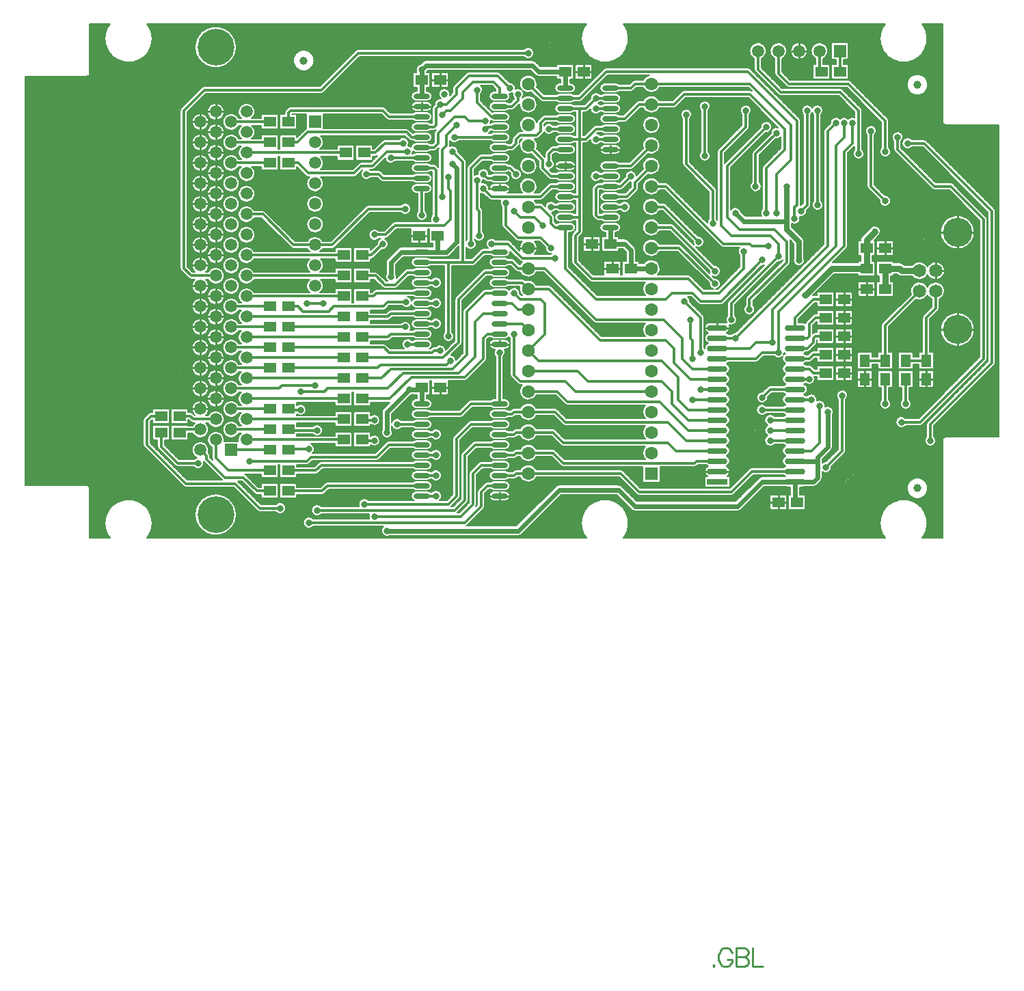
<source format=gbl>
%FSLAX44Y44*%
%MOMM*%
G71*
G01*
G75*
%ADD10C,0.2000*%
%ADD11C,1.0000*%
%ADD12R,1.9050X0.4064*%
%ADD13R,0.4064X1.9050*%
%ADD14O,0.6000X2.2000*%
%ADD15R,0.9144X0.9144*%
%ADD16R,1.2700X0.9144*%
%ADD17R,1.5240X1.5240*%
%ADD18R,1.2700X1.5240*%
%ADD19R,1.5240X1.2700*%
%ADD20R,1.5000X0.4000*%
%ADD21R,0.9144X1.2700*%
%ADD22O,0.6000X2.2000*%
%ADD23O,2.0320X0.6096*%
%ADD24C,0.3000*%
%ADD25C,0.5000*%
%ADD26C,0.6000*%
%ADD27C,0.8000*%
%ADD28C,0.2540*%
%ADD29C,0.2286*%
%ADD30C,4.5500*%
%ADD31C,1.5000*%
%ADD32R,1.5000X1.5000*%
%ADD33C,1.6510*%
%ADD34C,3.6000*%
%ADD35C,1.6000*%
%ADD36R,1.6000X1.6000*%
%ADD37C,0.8000*%
%ADD38O,2.5400X0.7500*%
%ADD39R,2.5400X0.7500*%
%ADD40C,0.7000*%
D10*
X2177218Y1936317D02*
X2177108Y1938846D01*
X2176781Y1941357D01*
X2176238Y1943830D01*
X2175484Y1946247D01*
X2174524Y1948590D01*
X2173365Y1950841D01*
X2172016Y1952983D01*
X2170488Y1955002D01*
X2168790Y1956880D01*
X2166937Y1958606D01*
X2164942Y1960164D01*
X2162820Y1961545D01*
X2160587Y1962738D01*
X2158259Y1963733D01*
X2155853Y1964523D01*
X2153389Y1965103D01*
X2150883Y1965468D01*
X2148356Y1965616D01*
X2145825Y1965544D01*
X2143310Y1965255D01*
X2140829Y1964749D01*
X2138401Y1964031D01*
X2136044Y1963107D01*
X2133776Y1961982D01*
X2131613Y1960665D01*
X2129572Y1959167D01*
X2127668Y1957498D01*
X2125915Y1955671D01*
X2124327Y1953700D01*
X2122914Y1951599D01*
X2121688Y1949384D01*
X2120658Y1947071D01*
X2119832Y1944678D01*
X2119215Y1942222D01*
X2118812Y1939722D01*
X2118627Y1937197D01*
X2118660Y1934666D01*
X2118912Y1932146D01*
X2119380Y1929658D01*
X2120062Y1927220D01*
X2120951Y1924849D01*
X2122041Y1922565D01*
X2123325Y1920382D01*
X2124793Y1918319D01*
X2171039D02*
X2172446Y1920290D01*
X2173686Y1922370D01*
X2174750Y1924546D01*
X2175630Y1926802D01*
X2176321Y1929124D01*
X2176818Y1931494D01*
X2177118Y1933897D01*
X2177218Y1936317D01*
X2099918Y1979017D02*
X2099341Y1981168D01*
X2097767Y1982743D01*
X2095616Y1983319D01*
X2099918Y1979017D02*
X2099341Y1981168D01*
X2097767Y1982743D01*
X2095616Y1983319D01*
X2215611Y1981932D02*
X2218816Y1980605D01*
X2215611Y1981932D02*
X2218816Y1980605D01*
X2307051Y1951452D02*
X2310256Y1950125D01*
X2307051Y1951452D02*
X2310256Y1950125D01*
X2281648Y1946767D02*
X2281524Y1949294D01*
X2281152Y1951797D01*
X2280538Y1954251D01*
X2279685Y1956633D01*
X2278603Y1958921D01*
X2277303Y1961091D01*
X2275795Y1963123D01*
X2274096Y1964998D01*
X2272222Y1966697D01*
X2270189Y1968204D01*
X2268019Y1969505D01*
X2265732Y1970587D01*
X2263350Y1971439D01*
X2260896Y1972054D01*
X2258393Y1972425D01*
X2255866Y1972549D01*
X2253339Y1972425D01*
X2250836Y1972054D01*
X2248382Y1971439D01*
X2245999Y1970587D01*
X2243712Y1969505D01*
X2241542Y1968204D01*
X2239510Y1966697D01*
X2237635Y1964998D01*
X2235936Y1963123D01*
X2234429Y1961091D01*
X2233128Y1958921D01*
X2232046Y1956633D01*
X2231194Y1954251D01*
X2230579Y1951797D01*
X2230208Y1949294D01*
X2230084Y1946767D01*
X2230208Y1944240D01*
X2230579Y1941737D01*
X2231194Y1939283D01*
X2232046Y1936901D01*
X2233128Y1934613D01*
X2234429Y1932443D01*
X2235936Y1930411D01*
X2237635Y1928536D01*
X2239510Y1926837D01*
X2241542Y1925330D01*
X2243712Y1924029D01*
X2245999Y1922948D01*
X2248382Y1922095D01*
X2250836Y1921480D01*
X2253339Y1921109D01*
X2255866Y1920985D01*
X2258393Y1921109D01*
X2260896Y1921480D01*
X2263350Y1922095D01*
X2265732Y1922948D01*
X2268019Y1924029D01*
X2270189Y1925330D01*
X2272222Y1926837D01*
X2274096Y1928536D01*
X2275795Y1930411D01*
X2277303Y1932443D01*
X2278603Y1934613D01*
X2279685Y1936901D01*
X2280538Y1939283D01*
X2281152Y1941737D01*
X2281524Y1944240D01*
X2281648Y1946767D01*
X2303495Y1972788D02*
X2306700Y1971461D01*
X2303495Y1972788D02*
X2306700Y1971461D01*
X2166024Y2033397D02*
X2167351Y2030192D01*
X2166024Y2033397D02*
X2167351Y2030192D01*
X2183804Y2030857D02*
X2185131Y2027652D01*
X2183804Y2030857D02*
X2185131Y2027652D01*
X2205451Y2007332D02*
X2208656Y2006005D01*
X2205451Y2007332D02*
X2208656Y2006005D01*
X2228679D02*
X2230551Y2004440D01*
X2232846Y2003610D01*
X2235286Y2003613D01*
X2237578Y2004450D01*
X2239445Y2006020D01*
X2240664Y2008134D01*
X2241088Y2010537D01*
X2240746Y2012701D01*
X2232175Y2017313D02*
X2230257Y2016455D01*
X2228679Y2015069D01*
X2248748Y2019367D02*
X2247420Y2022572D01*
X2246743Y2023249D02*
X2247348Y2026767D01*
X2248748Y2019367D02*
X2247420Y2022572D01*
X2293140Y1995962D02*
X2291858Y1996861D01*
X2293140Y1995962D02*
X2291858Y1996861D01*
X2251334Y2016667D02*
X2252107Y2014135D01*
X2251334Y2016667D02*
X2252107Y2014135D01*
X2247348Y2026767D02*
X2247055Y2029234D01*
X2246192Y2031564D01*
X2244807Y2033627D01*
X2242978Y2035308D01*
X2240806Y2036514D01*
X2238412Y2037177D01*
X2235929Y2037262D01*
X2233495Y2036762D01*
X2231246Y2035706D01*
X2229307Y2034152D01*
X2227786Y2032188D01*
X2226767Y2029922D01*
X2226308Y2027480D01*
X2226433Y2024999D01*
X2227136Y2022616D01*
X2228378Y2020464D01*
X2230089Y2018663D01*
X2232175Y2017313D01*
X2266398Y2039467D02*
X2266103Y2041941D01*
X2265236Y2044276D01*
X2263844Y2046342D01*
X2262006Y2048024D01*
X2259825Y2049227D01*
X2257422Y2049883D01*
X2254932Y2049957D01*
X2252494Y2049445D01*
X2250245Y2048374D01*
X2248310Y2046804D01*
X2246798Y2044824D01*
X2245793Y2042545D01*
X2245352Y2040093D01*
X2245499Y2037606D01*
X2246226Y2035223D01*
X2247493Y2033078D01*
X2249228Y2031290D01*
X2251334Y2029960D01*
X2227309Y2047635D02*
X2228693Y2045463D01*
X2230563Y2043692D01*
X2232807Y2042428D01*
X2235291Y2041746D01*
X2237865Y2041687D01*
X2240378Y2042256D01*
X2242677Y2043416D01*
X2244625Y2045101D01*
X2246107Y2047207D01*
X2247033Y2049611D01*
X2247348Y2052167D01*
X2266172Y2037299D02*
X2266398Y2039467D01*
X2287317Y2047635D02*
X2285701Y2045996D01*
X2284480Y2044044D01*
X2283713Y2041875D01*
X2283434Y2039590D01*
X2283659Y2037299D01*
X2330279Y1950125D02*
X2332151Y1948560D01*
X2334446Y1947730D01*
X2336886Y1947733D01*
X2339178Y1948570D01*
X2341045Y1950140D01*
X2342264Y1952254D01*
X2342688Y1954657D01*
X2342264Y1957060D01*
X2341045Y1959174D01*
X2339178Y1960744D01*
X2336886Y1961581D01*
X2334446Y1961584D01*
X2332151Y1960754D01*
X2330279Y1959189D01*
X2376593Y1941409D02*
X2374720Y1942974D01*
X2372426Y1943804D01*
X2369986Y1943801D01*
X2367694Y1942964D01*
X2365826Y1941394D01*
X2364607Y1939280D01*
X2364184Y1936877D01*
X2364607Y1934474D01*
X2365826Y1932360D01*
X2367694Y1930790D01*
X2369986Y1929953D01*
X2372426Y1929950D01*
X2374720Y1930780D01*
X2376593Y1932345D01*
X2386753Y1956649D02*
X2384880Y1958214D01*
X2382586Y1959044D01*
X2380146Y1959041D01*
X2377854Y1958204D01*
X2375986Y1956634D01*
X2374767Y1954520D01*
X2374344Y1952117D01*
X2374767Y1949714D01*
X2375986Y1947600D01*
X2377854Y1946030D01*
X2380146Y1945193D01*
X2382586Y1945190D01*
X2384880Y1946020D01*
X2386753Y1947585D01*
X2387472Y1971461D02*
X2390676Y1972788D01*
X2387472Y1971461D02*
X2390676Y1972788D01*
X2394076Y1987129D02*
X2390871Y1985802D01*
X2394076Y1987129D02*
X2390871Y1985802D01*
X2379852Y1996861D02*
X2383056Y1998188D01*
X2379852Y1996861D02*
X2383056Y1998188D01*
X2368676Y2008545D02*
X2371880Y2009872D01*
X2368676Y2008545D02*
X2371880Y2009872D01*
X2375432Y2022689D02*
X2376945Y2024239D01*
X2377914Y2026177D01*
X2378248Y2028317D01*
X2377669Y2031111D01*
X2376027Y2033445D01*
X2373593Y2034935D01*
X2375999Y2046645D02*
X2377871Y2045080D01*
X2380166Y2044250D01*
X2382606Y2044253D01*
X2384897Y2045090D01*
X2386765Y2046660D01*
X2387984Y2048774D01*
X2388408Y2051177D01*
X2386456Y2012529D02*
X2383251Y2011202D01*
X2386456Y2012529D02*
X2383251Y2011202D01*
X2167351Y2067082D02*
X2166024Y2063877D01*
X2167351Y2067082D02*
X2166024Y2063877D01*
X2175636Y2073489D02*
X2172431Y2072162D01*
X2175636Y2073489D02*
X2172431Y2072162D01*
X2230167Y2060335D02*
X2228536Y2058676D01*
X2227309Y2056699D01*
X2224781Y2061662D02*
X2227986Y2060335D01*
X2224781Y2061662D02*
X2227986Y2060335D01*
X2247348Y2052167D02*
X2247090Y2054485D01*
X2246328Y2056689D01*
X2245099Y2058672D01*
X2243465Y2060335D01*
X2247348Y2077567D02*
X2247053Y2080040D01*
X2246187Y2082375D01*
X2244796Y2084440D01*
X2242959Y2086122D01*
X2240778Y2087325D01*
X2238376Y2087983D01*
X2235887Y2088058D01*
X2233450Y2087547D01*
X2231201Y2086478D01*
X2229266Y2084910D01*
X2227753Y2082932D01*
X2226746Y2080654D01*
X2226303Y2078203D01*
X2226447Y2075717D01*
X2227172Y2073335D01*
X2228435Y2071189D01*
X2230167Y2069399D01*
X2243465D02*
X2245099Y2071062D01*
X2246328Y2073045D01*
X2247090Y2075249D01*
X2247348Y2077567D01*
X2246359Y2060335D02*
X2247743Y2058163D01*
X2249613Y2056392D01*
X2251857Y2055128D01*
X2254341Y2054446D01*
X2256915Y2054387D01*
X2259428Y2054956D01*
X2261727Y2056116D01*
X2263675Y2057801D01*
X2265157Y2059907D01*
X2266083Y2062311D01*
X2266398Y2064867D01*
X2266083Y2067423D01*
X2265157Y2069827D01*
X2263675Y2071933D01*
X2261727Y2073618D01*
X2259428Y2074778D01*
X2256915Y2075347D01*
X2254341Y2075288D01*
X2251857Y2074606D01*
X2249613Y2073342D01*
X2247743Y2071571D01*
X2246359Y2069399D01*
X2227100Y2072162D02*
X2223896Y2073489D01*
X2227100Y2072162D02*
X2223896Y2073489D01*
X2266398Y2090267D02*
X2266092Y2092787D01*
X2265191Y2095161D01*
X2263749Y2097251D01*
X2261849Y2098935D01*
X2259600Y2100115D01*
X2257135Y2100722D01*
X2254596D01*
X2252131Y2100115D01*
X2249883Y2098935D01*
X2247982Y2097251D01*
X2246540Y2095161D01*
X2245640Y2092787D01*
X2245334Y2090267D01*
X2245640Y2087746D01*
X2246540Y2085372D01*
X2247982Y2083283D01*
X2249883Y2081599D01*
X2252131Y2080419D01*
X2254596Y2079812D01*
X2257135D01*
X2259600Y2080419D01*
X2261849Y2081599D01*
X2263749Y2083283D01*
X2265191Y2085372D01*
X2266092Y2087746D01*
X2266398Y2090267D01*
X2247348Y2102967D02*
X2247042Y2105488D01*
X2246141Y2107861D01*
X2244699Y2109951D01*
X2242799Y2111635D01*
X2240550Y2112815D01*
X2238085Y2113422D01*
X2235546D01*
X2233081Y2112815D01*
X2230833Y2111635D01*
X2228932Y2109951D01*
X2227490Y2107861D01*
X2226590Y2105488D01*
X2226284Y2102967D01*
X2226590Y2100446D01*
X2227490Y2098073D01*
X2228932Y2095983D01*
X2230833Y2094299D01*
X2233081Y2093119D01*
X2235546Y2092512D01*
X2238085D01*
X2240550Y2093119D01*
X2242799Y2094299D01*
X2244699Y2095983D01*
X2246141Y2098073D01*
X2247042Y2100446D01*
X2247348Y2102967D01*
Y2128367D02*
X2247042Y2130887D01*
X2246141Y2133262D01*
X2244699Y2135351D01*
X2242799Y2137035D01*
X2240550Y2138215D01*
X2238085Y2138822D01*
X2235546D01*
X2233081Y2138215D01*
X2230833Y2137035D01*
X2228932Y2135351D01*
X2227490Y2133261D01*
X2226590Y2130887D01*
X2226284Y2128367D01*
X2226590Y2125847D01*
X2227490Y2123472D01*
X2228932Y2121383D01*
X2230833Y2119699D01*
X2233081Y2118519D01*
X2235546Y2117912D01*
X2238085D01*
X2240550Y2118519D01*
X2242799Y2119699D01*
X2244699Y2121383D01*
X2246141Y2123472D01*
X2247042Y2125847D01*
X2247348Y2128367D01*
X2266398Y2115667D02*
X2266092Y2118188D01*
X2265191Y2120562D01*
X2263749Y2122651D01*
X2261849Y2124335D01*
X2259600Y2125515D01*
X2257135Y2126122D01*
X2254596D01*
X2252131Y2125515D01*
X2249883Y2124335D01*
X2247982Y2122651D01*
X2246540Y2120561D01*
X2245640Y2118188D01*
X2245334Y2115667D01*
X2245640Y2113147D01*
X2246540Y2110773D01*
X2247982Y2108683D01*
X2249883Y2106999D01*
X2252131Y2105819D01*
X2254596Y2105212D01*
X2257135D01*
X2259600Y2105819D01*
X2261849Y2106999D01*
X2263749Y2108683D01*
X2265191Y2110773D01*
X2266092Y2113147D01*
X2266398Y2115667D01*
Y2141067D02*
X2266092Y2143587D01*
X2265191Y2145961D01*
X2263749Y2148051D01*
X2261849Y2149735D01*
X2259600Y2150915D01*
X2257135Y2151522D01*
X2254596D01*
X2252131Y2150915D01*
X2249883Y2149735D01*
X2247982Y2148051D01*
X2246540Y2145961D01*
X2245640Y2143587D01*
X2245334Y2141067D01*
X2245640Y2138546D01*
X2246540Y2136172D01*
X2247982Y2134083D01*
X2249883Y2132399D01*
X2252131Y2131219D01*
X2254596Y2130612D01*
X2257135D01*
X2259600Y2131219D01*
X2261849Y2132399D01*
X2263749Y2134083D01*
X2265191Y2136172D01*
X2266092Y2138546D01*
X2266398Y2141067D01*
X2247348Y2153767D02*
X2247042Y2156288D01*
X2246141Y2158661D01*
X2244699Y2160751D01*
X2242799Y2162435D01*
X2240550Y2163615D01*
X2238085Y2164222D01*
X2235546D01*
X2233081Y2163615D01*
X2230833Y2162435D01*
X2228932Y2160751D01*
X2227490Y2158661D01*
X2226590Y2156288D01*
X2226284Y2153767D01*
X2226590Y2151246D01*
X2227490Y2148873D01*
X2228932Y2146783D01*
X2230833Y2145099D01*
X2233081Y2143919D01*
X2235546Y2143312D01*
X2238085D01*
X2240550Y2143919D01*
X2242799Y2145099D01*
X2244699Y2146783D01*
X2246141Y2148873D01*
X2247042Y2151246D01*
X2247348Y2153767D01*
X2266398Y2166467D02*
X2266092Y2168987D01*
X2265191Y2171362D01*
X2263749Y2173451D01*
X2261849Y2175135D01*
X2259600Y2176315D01*
X2257135Y2176922D01*
X2254596D01*
X2252131Y2176315D01*
X2249883Y2175135D01*
X2247982Y2173451D01*
X2246540Y2171361D01*
X2245640Y2168987D01*
X2245334Y2166467D01*
X2245640Y2163947D01*
X2246540Y2161573D01*
X2247982Y2159483D01*
X2249883Y2157799D01*
X2252131Y2156619D01*
X2254596Y2156012D01*
X2257135D01*
X2259600Y2156619D01*
X2261849Y2157799D01*
X2263749Y2159483D01*
X2265191Y2161573D01*
X2266092Y2163947D01*
X2266398Y2166467D01*
X2247348Y2179167D02*
X2247042Y2181687D01*
X2246141Y2184061D01*
X2244699Y2186151D01*
X2242799Y2187835D01*
X2240550Y2189015D01*
X2238085Y2189622D01*
X2235546D01*
X2233081Y2189015D01*
X2230833Y2187835D01*
X2228932Y2186151D01*
X2227490Y2184061D01*
X2226590Y2181687D01*
X2226284Y2179167D01*
X2226590Y2176647D01*
X2227490Y2174272D01*
X2228932Y2172183D01*
X2230833Y2170499D01*
X2233081Y2169319D01*
X2235546Y2168712D01*
X2238085D01*
X2240550Y2169319D01*
X2242799Y2170499D01*
X2244699Y2172183D01*
X2246141Y2174272D01*
X2247042Y2176647D01*
X2247348Y2179167D01*
Y2204567D02*
X2247042Y2207088D01*
X2246141Y2209462D01*
X2244699Y2211551D01*
X2242799Y2213235D01*
X2240550Y2214415D01*
X2238085Y2215022D01*
X2235546D01*
X2233081Y2214415D01*
X2230833Y2213235D01*
X2228932Y2211551D01*
X2227490Y2209461D01*
X2226590Y2207088D01*
X2226284Y2204567D01*
X2226590Y2202047D01*
X2227490Y2199673D01*
X2228932Y2197583D01*
X2230833Y2195899D01*
X2233081Y2194719D01*
X2235546Y2194112D01*
X2238085D01*
X2240550Y2194719D01*
X2242799Y2195899D01*
X2244699Y2197583D01*
X2246141Y2199673D01*
X2247042Y2202047D01*
X2247348Y2204567D01*
X2230167Y2238135D02*
X2228435Y2236346D01*
X2227172Y2234199D01*
X2226447Y2231817D01*
X2226303Y2229330D01*
X2226746Y2226880D01*
X2227753Y2224602D01*
X2229266Y2222624D01*
X2231201Y2221057D01*
X2233450Y2219987D01*
X2235887Y2219476D01*
X2238376Y2219551D01*
X2240778Y2220209D01*
X2242959Y2221412D01*
X2244796Y2223094D01*
X2246187Y2225159D01*
X2247053Y2227494D01*
X2247348Y2229967D01*
X2266398Y2191867D02*
X2266092Y2194388D01*
X2265191Y2196761D01*
X2263749Y2198851D01*
X2261849Y2200535D01*
X2259600Y2201715D01*
X2257135Y2202322D01*
X2254596D01*
X2252131Y2201715D01*
X2249883Y2200535D01*
X2247982Y2198851D01*
X2246540Y2196761D01*
X2245640Y2194388D01*
X2245334Y2191867D01*
X2245640Y2189346D01*
X2246540Y2186973D01*
X2247982Y2184883D01*
X2249883Y2183199D01*
X2252131Y2182019D01*
X2254596Y2181412D01*
X2257135D01*
X2259600Y2182019D01*
X2261849Y2183199D01*
X2263749Y2184883D01*
X2265191Y2186973D01*
X2266092Y2189346D01*
X2266398Y2191867D01*
Y2217267D02*
X2266092Y2219787D01*
X2265191Y2222162D01*
X2263749Y2224251D01*
X2261849Y2225935D01*
X2259600Y2227115D01*
X2257135Y2227722D01*
X2254596D01*
X2252131Y2227115D01*
X2249883Y2225935D01*
X2247982Y2224251D01*
X2246540Y2222161D01*
X2245640Y2219787D01*
X2245334Y2217267D01*
X2245640Y2214747D01*
X2246540Y2212372D01*
X2247982Y2210283D01*
X2249883Y2208599D01*
X2252131Y2207419D01*
X2254596Y2206812D01*
X2257135D01*
X2259600Y2207419D01*
X2261849Y2208599D01*
X2263749Y2210283D01*
X2265191Y2212372D01*
X2266092Y2214747D01*
X2266398Y2217267D01*
X2284423Y2056699D02*
X2283038Y2058871D01*
X2281169Y2060642D01*
X2278925Y2061906D01*
X2276441Y2062588D01*
X2273866Y2062646D01*
X2271354Y2062078D01*
X2269055Y2060918D01*
X2267106Y2059233D01*
X2265625Y2057127D01*
X2264699Y2054723D01*
X2264384Y2052167D01*
X2264699Y2049611D01*
X2265625Y2047207D01*
X2267106Y2045101D01*
X2269055Y2043416D01*
X2271354Y2042256D01*
X2273866Y2041687D01*
X2276441Y2041746D01*
X2278925Y2042428D01*
X2281169Y2043692D01*
X2283038Y2045463D01*
X2284423Y2047635D01*
Y2082099D02*
X2283038Y2084271D01*
X2281169Y2086042D01*
X2278925Y2087306D01*
X2276441Y2087988D01*
X2273866Y2088047D01*
X2271354Y2087478D01*
X2269055Y2086317D01*
X2267106Y2084633D01*
X2265625Y2082527D01*
X2264699Y2080123D01*
X2264384Y2077567D01*
X2264699Y2075011D01*
X2265625Y2072607D01*
X2267106Y2070501D01*
X2269055Y2068816D01*
X2271354Y2067656D01*
X2273866Y2067087D01*
X2276441Y2067146D01*
X2278925Y2067828D01*
X2281169Y2069092D01*
X2283038Y2070863D01*
X2284423Y2073035D01*
X2287317D02*
X2285480Y2071106D01*
X2284187Y2068777D01*
X2283518Y2066199D01*
Y2063535D01*
X2284187Y2060957D01*
X2285480Y2058628D01*
X2287317Y2056699D01*
X2284423Y2107499D02*
X2283038Y2109671D01*
X2281169Y2111442D01*
X2278925Y2112706D01*
X2276441Y2113388D01*
X2273866Y2113447D01*
X2271354Y2112878D01*
X2269055Y2111718D01*
X2267106Y2110033D01*
X2265625Y2107927D01*
X2264699Y2105523D01*
X2264384Y2102967D01*
X2264699Y2100411D01*
X2265625Y2098007D01*
X2267106Y2095901D01*
X2269055Y2094216D01*
X2271354Y2093056D01*
X2273866Y2092487D01*
X2276441Y2092546D01*
X2278925Y2093228D01*
X2281169Y2094492D01*
X2283038Y2096263D01*
X2284423Y2098435D01*
Y2132899D02*
X2283038Y2135071D01*
X2281169Y2136842D01*
X2278925Y2138106D01*
X2276441Y2138788D01*
X2273866Y2138846D01*
X2271354Y2138278D01*
X2269055Y2137117D01*
X2267106Y2135433D01*
X2265625Y2133327D01*
X2264699Y2130923D01*
X2264384Y2128367D01*
X2264699Y2125811D01*
X2265625Y2123407D01*
X2267106Y2121301D01*
X2269055Y2119616D01*
X2271354Y2118456D01*
X2273866Y2117887D01*
X2276441Y2117946D01*
X2278925Y2118628D01*
X2281169Y2119892D01*
X2283038Y2121663D01*
X2284423Y2123835D01*
X2287317Y2098435D02*
X2285480Y2096506D01*
X2284187Y2094177D01*
X2283518Y2091599D01*
Y2088935D01*
X2284187Y2086357D01*
X2285480Y2084028D01*
X2287317Y2082099D01*
Y2123835D02*
X2285480Y2121906D01*
X2284187Y2119577D01*
X2283518Y2116999D01*
Y2114335D01*
X2284187Y2111757D01*
X2285480Y2109428D01*
X2287317Y2107499D01*
Y2149235D02*
X2285480Y2147306D01*
X2284187Y2144977D01*
X2283518Y2142399D01*
Y2139735D01*
X2284187Y2137157D01*
X2285480Y2134828D01*
X2287317Y2132899D01*
X2388408Y2051177D02*
X2387984Y2053580D01*
X2386765Y2055694D01*
X2384897Y2057264D01*
X2382606Y2058101D01*
X2380166Y2058104D01*
X2377871Y2057274D01*
X2375999Y2055709D01*
X2356468Y2071248D02*
X2358773Y2069926D01*
X2361405Y2069554D01*
X2363987Y2070185D01*
X2366150Y2071730D01*
X2367585Y2073967D01*
X2368088Y2076577D01*
X2367585Y2079187D01*
X2366150Y2081424D01*
X2363987Y2082969D01*
X2361405Y2083600D01*
X2358773Y2083228D01*
X2356468Y2081906D01*
X2284423Y2158299D02*
X2283038Y2160471D01*
X2281169Y2162242D01*
X2278925Y2163506D01*
X2276441Y2164188D01*
X2273866Y2164247D01*
X2271354Y2163678D01*
X2269055Y2162518D01*
X2267106Y2160833D01*
X2265625Y2158727D01*
X2264699Y2156323D01*
X2264384Y2153767D01*
X2264699Y2151211D01*
X2265625Y2148807D01*
X2267106Y2146701D01*
X2269055Y2145016D01*
X2271354Y2143856D01*
X2273866Y2143287D01*
X2276441Y2143346D01*
X2278925Y2144028D01*
X2281169Y2145292D01*
X2283038Y2147063D01*
X2284423Y2149235D01*
Y2183699D02*
X2283038Y2185871D01*
X2281169Y2187642D01*
X2278925Y2188906D01*
X2276441Y2189588D01*
X2273866Y2189646D01*
X2271354Y2189078D01*
X2269055Y2187917D01*
X2267106Y2186233D01*
X2265625Y2184127D01*
X2264699Y2181723D01*
X2264384Y2179167D01*
X2264699Y2176611D01*
X2265625Y2174207D01*
X2267106Y2172101D01*
X2269055Y2170416D01*
X2271354Y2169256D01*
X2273866Y2168687D01*
X2276441Y2168746D01*
X2278925Y2169428D01*
X2281169Y2170692D01*
X2283038Y2172463D01*
X2284423Y2174635D01*
Y2209099D02*
X2283038Y2211271D01*
X2281169Y2213042D01*
X2278925Y2214306D01*
X2276441Y2214988D01*
X2273866Y2215047D01*
X2271354Y2214478D01*
X2269055Y2213318D01*
X2267106Y2211633D01*
X2265625Y2209527D01*
X2264699Y2207123D01*
X2264384Y2204567D01*
X2264699Y2202011D01*
X2265625Y2199607D01*
X2267106Y2197501D01*
X2269055Y2195816D01*
X2271354Y2194656D01*
X2273866Y2194087D01*
X2276441Y2194146D01*
X2278925Y2194828D01*
X2281169Y2196092D01*
X2283038Y2197863D01*
X2284423Y2200035D01*
X2287317Y2174635D02*
X2285480Y2172706D01*
X2284187Y2170377D01*
X2283518Y2167799D01*
Y2165135D01*
X2284187Y2162557D01*
X2285480Y2160228D01*
X2287317Y2158299D01*
Y2200035D02*
X2285480Y2198106D01*
X2284187Y2195777D01*
X2283518Y2193199D01*
Y2190535D01*
X2284187Y2187957D01*
X2285480Y2185628D01*
X2287317Y2183699D01*
X2303473Y2221799D02*
X2302130Y2223920D01*
X2300323Y2225664D01*
X2298155Y2226930D01*
X2295749Y2227647D01*
X2293241Y2227774D01*
X2290775Y2227304D01*
X2288490Y2226264D01*
X2286516Y2224712D01*
X2284966Y2222737D01*
X2283927Y2220452D01*
X2283458Y2217985D01*
X2283587Y2215478D01*
X2284305Y2213072D01*
X2285573Y2210905D01*
X2287317Y2209099D01*
X2385296Y2221799D02*
X2387006Y2223471D01*
X2388295Y2225486D01*
X2389096Y2227740D01*
X2389368Y2230117D01*
X2285448Y2229967D02*
X2285142Y2232487D01*
X2284241Y2234861D01*
X2282799Y2236951D01*
X2280899Y2238635D01*
X2278650Y2239815D01*
X2276185Y2240422D01*
X2273646D01*
X2271181Y2239815D01*
X2268933Y2238635D01*
X2267032Y2236951D01*
X2265590Y2234861D01*
X2264690Y2232487D01*
X2264384Y2229967D01*
X2264690Y2227446D01*
X2265590Y2225072D01*
X2267032Y2222983D01*
X2268933Y2221299D01*
X2271181Y2220119D01*
X2273646Y2219512D01*
X2276185D01*
X2278650Y2220119D01*
X2280899Y2221299D01*
X2282799Y2222983D01*
X2284241Y2225072D01*
X2285142Y2227446D01*
X2285448Y2229967D01*
X2372007Y2238135D02*
X2370213Y2236165D01*
X2368971Y2233807D01*
X2368361Y2231213D01*
X2368421Y2228549D01*
X2369148Y2225986D01*
X2370495Y2223687D01*
X2372375Y2221799D01*
X2445173Y1964269D02*
X2443219Y1965879D01*
X2440822Y1966694D01*
X2438292Y1966606D01*
X2435957Y1965629D01*
X2434119Y1963887D01*
X2433017Y1961608D01*
X2432794Y1959086D01*
X2433478Y1956649D01*
X2446178Y1947585D02*
X2445544Y1945559D01*
Y1943435D01*
X2446178Y1941409D01*
X2463520Y1932345D02*
X2461734Y1930381D01*
X2460803Y1927894D01*
X2460860Y1925240D01*
X2461898Y1922797D01*
X2463768Y1920912D01*
X2466203Y1919854D01*
X2468856Y1919775D01*
X2471350Y1920685D01*
X2503804Y1975977D02*
X2501473Y1975513D01*
X2499499Y1974191D01*
X2498182Y1972213D01*
X2497724Y1969881D01*
X2498194Y1967552D01*
X2499522Y1965581D01*
X2501503Y1964269D01*
X2522081Y1974429D02*
X2520197Y1975577D01*
X2518028Y1975977D01*
X2532912Y1964269D02*
X2534425Y1965819D01*
X2535394Y1967757D01*
X2535728Y1969897D01*
X2535304Y1972300D01*
X2534085Y1974414D01*
X2532218Y1975984D01*
X2529926Y1976821D01*
X2527486Y1976824D01*
X2525191Y1975994D01*
X2523319Y1974429D01*
X2499751Y1978065D02*
X2501634Y1976917D01*
X2503804Y1976517D01*
Y1988677D02*
X2501634Y1988277D01*
X2499751Y1987129D01*
X2503804Y2001377D02*
X2501477Y2000914D01*
X2499505Y1999596D01*
X2498186Y1997624D01*
X2497724Y1995297D01*
X2498186Y1992970D01*
X2499505Y1990998D01*
X2501477Y1989680D01*
X2503804Y1989217D01*
X2518028Y1976517D02*
X2520354Y1976980D01*
X2522327Y1978298D01*
X2523645Y1980270D01*
X2524108Y1982597D01*
X2523645Y1984924D01*
X2522327Y1986896D01*
X2520354Y1988214D01*
X2518028Y1988677D01*
Y1989217D02*
X2520197Y1989617D01*
X2522081Y1990765D01*
X2523319D02*
X2525191Y1989200D01*
X2527486Y1988370D01*
X2529926Y1988373D01*
X2532218Y1989210D01*
X2534085Y1990780D01*
X2535304Y1992894D01*
X2535728Y1995297D01*
X2455036Y2013625D02*
X2458240Y2014952D01*
X2455036Y2013625D02*
X2458240Y2014952D01*
X2447908Y2033148D02*
X2450213Y2031826D01*
X2452845Y2031454D01*
X2455427Y2032085D01*
X2457590Y2033630D01*
X2459025Y2035867D01*
X2459528Y2038477D01*
X2459025Y2041087D01*
X2457590Y2043324D01*
X2455427Y2044869D01*
X2452845Y2045500D01*
X2450213Y2045128D01*
X2447908Y2043806D01*
X2470276Y2037929D02*
X2467071Y2036602D01*
X2470276Y2037929D02*
X2467071Y2036602D01*
X2461704Y2052251D02*
X2460807Y2049839D01*
X2460839Y2047265D01*
X2461795Y2044874D01*
X2463547Y2042988D01*
X2465861Y2041860D01*
X2468425Y2041639D01*
X2470898Y2042356D01*
X2472946Y2043915D01*
X2474297Y2046106D01*
X2474768Y2048637D01*
X2473768Y2052251D01*
X2499751Y2003465D02*
X2501634Y2002317D01*
X2503804Y2001917D01*
Y2014077D02*
X2501634Y2013677D01*
X2499751Y2012529D01*
X2503804Y2026777D02*
X2501477Y2026314D01*
X2499505Y2024996D01*
X2498186Y2023024D01*
X2497724Y2020697D01*
X2498186Y2018370D01*
X2499505Y2016398D01*
X2501477Y2015080D01*
X2503804Y2014617D01*
X2522081Y1999829D02*
X2520197Y2000977D01*
X2518028Y2001377D01*
Y2001917D02*
X2520354Y2002380D01*
X2522327Y2003698D01*
X2523645Y2005670D01*
X2524108Y2007997D01*
X2535728Y1995297D02*
X2535304Y1997700D01*
X2534085Y1999814D01*
X2532218Y2001384D01*
X2529926Y2002221D01*
X2527486Y2002224D01*
X2525191Y2001394D01*
X2523319Y1999829D01*
X2524108Y2007997D02*
X2523645Y2010324D01*
X2522327Y2012296D01*
X2520354Y2013614D01*
X2518028Y2014077D01*
Y2014617D02*
X2520197Y2015017D01*
X2522081Y2016165D01*
X2523319D02*
X2525191Y2014600D01*
X2527486Y2013770D01*
X2529926Y2013773D01*
X2532218Y2014610D01*
X2534085Y2016180D01*
X2535304Y2018294D01*
X2535728Y2020697D01*
X2499751Y2028865D02*
X2501634Y2027717D01*
X2503804Y2027317D01*
Y2039477D02*
X2501634Y2039077D01*
X2499751Y2037929D01*
X2522081Y2025229D02*
X2520197Y2026377D01*
X2518028Y2026777D01*
X2503804Y2052177D02*
X2501477Y2051714D01*
X2499505Y2050396D01*
X2498186Y2048424D01*
X2497724Y2046097D01*
X2498186Y2043770D01*
X2499505Y2041798D01*
X2501477Y2040480D01*
X2503804Y2040017D01*
X2499751Y2054265D02*
X2501634Y2053117D01*
X2503804Y2052717D01*
X2535728Y2020697D02*
X2535304Y2023100D01*
X2534085Y2025214D01*
X2532218Y2026784D01*
X2529926Y2027621D01*
X2527486Y2027624D01*
X2525191Y2026794D01*
X2523319Y2025229D01*
X2518028Y2027317D02*
X2520354Y2027780D01*
X2522327Y2029098D01*
X2523645Y2031070D01*
X2524108Y2033397D01*
X2523645Y2035724D01*
X2522327Y2037696D01*
X2520354Y2039014D01*
X2518028Y2039477D01*
Y2040017D02*
X2520197Y2040417D01*
X2522081Y2041565D01*
Y2050629D02*
X2520197Y2051777D01*
X2518028Y2052177D01*
X2523319Y2041565D02*
X2525191Y2040000D01*
X2527486Y2039170D01*
X2529926Y2039173D01*
X2532218Y2040010D01*
X2534085Y2041580D01*
X2535304Y2043694D01*
X2535728Y2046097D01*
X2535304Y2048500D01*
X2534085Y2050614D01*
X2532218Y2052184D01*
X2529926Y2053021D01*
X2527486Y2053024D01*
X2525191Y2052194D01*
X2523319Y2050629D01*
X2566126Y1932749D02*
X2567460Y1933672D01*
X2566126Y1932749D02*
X2567460Y1933672D01*
X2578174Y1957205D02*
X2578948Y1959737D01*
X2578174Y1957205D02*
X2578948Y1959737D01*
X2567460Y1961612D02*
X2568788Y1964817D01*
X2567460Y1961612D02*
X2568788Y1964817D01*
X2557300Y1966692D02*
X2558628Y1969897D01*
X2557300Y1966692D02*
X2558628Y1969897D01*
X2581371Y1978182D02*
X2580044Y1974977D01*
X2581371Y1978182D02*
X2580044Y1974977D01*
X2587780Y1953992D02*
X2589108Y1957197D01*
X2587780Y1953992D02*
X2589108Y1957197D01*
X2614548Y1963817D02*
X2616874Y1964280D01*
X2618847Y1965598D01*
X2620165Y1967570D01*
X2620628Y1969897D01*
X2600324Y1975977D02*
X2597997Y1975514D01*
X2596024Y1974196D01*
X2594706Y1972224D01*
X2594244Y1969897D01*
X2594706Y1967570D01*
X2596024Y1965598D01*
X2597997Y1964280D01*
X2600324Y1963817D01*
X2592196Y1987129D02*
X2588991Y1985802D01*
X2596271Y1978065D02*
X2598154Y1976917D01*
X2600324Y1976517D01*
X2620628Y1969897D02*
X2620165Y1972224D01*
X2618847Y1974196D01*
X2616874Y1975514D01*
X2614548Y1975977D01*
Y1976517D02*
X2616874Y1976980D01*
X2618847Y1978298D01*
X2620165Y1980270D01*
X2620628Y1982597D01*
X2620165Y1984924D01*
X2618847Y1986896D01*
X2616874Y1988214D01*
X2614548Y1988677D01*
X2571211Y2001042D02*
X2569884Y1997837D01*
X2592196Y1987129D02*
X2588991Y1985802D01*
X2571211Y2001042D02*
X2569884Y1997837D01*
X2584576Y2012529D02*
X2581371Y2011202D01*
X2584576Y2012529D02*
X2581371Y2011202D01*
X2561051Y2023902D02*
X2559724Y2020697D01*
X2561051Y2023902D02*
X2559724Y2020697D01*
X2550891Y2044222D02*
X2549564Y2041017D01*
X2550891Y2044222D02*
X2549564Y2041017D01*
X2576956Y2037929D02*
X2573751Y2036602D01*
X2576956Y2037929D02*
X2573751Y2036602D01*
X2600324Y1988677D02*
X2598154Y1988277D01*
X2596271Y1987129D01*
X2600324Y2001377D02*
X2597997Y2000914D01*
X2596024Y1999596D01*
X2594706Y1997624D01*
X2594244Y1995297D01*
X2594706Y1992970D01*
X2596024Y1990998D01*
X2597997Y1989680D01*
X2600324Y1989217D01*
X2596271Y2003465D02*
X2598154Y2002317D01*
X2600324Y2001917D01*
Y2014077D02*
X2598154Y2013677D01*
X2596271Y2012529D01*
X2614548Y1989217D02*
X2616717Y1989617D01*
X2618601Y1990765D01*
Y1999829D02*
X2616717Y2000977D01*
X2614548Y2001377D01*
Y2001917D02*
X2616874Y2002380D01*
X2618847Y2003698D01*
X2620165Y2005670D01*
X2620628Y2007997D01*
X2620165Y2010324D01*
X2618847Y2012296D01*
X2616874Y2013614D01*
X2614548Y2014077D01*
Y2014617D02*
X2616717Y2015017D01*
X2618601Y2016165D01*
X2600324Y2026777D02*
X2597997Y2026314D01*
X2596024Y2024996D01*
X2594706Y2023024D01*
X2594244Y2020697D01*
X2594706Y2018370D01*
X2596024Y2016398D01*
X2597997Y2015080D01*
X2600324Y2014617D01*
X2596271Y2028865D02*
X2598154Y2027717D01*
X2600324Y2027317D01*
Y2039477D02*
X2598154Y2039077D01*
X2596271Y2037929D01*
X2600324Y2052177D02*
X2597997Y2051714D01*
X2596024Y2050396D01*
X2594706Y2048424D01*
X2594244Y2046097D01*
X2594706Y2043770D01*
X2596024Y2041798D01*
X2597997Y2040480D01*
X2600324Y2040017D01*
X2618601Y2025229D02*
X2616717Y2026377D01*
X2614548Y2026777D01*
Y2027317D02*
X2616874Y2027780D01*
X2618847Y2029098D01*
X2620165Y2031070D01*
X2620628Y2033397D01*
X2614548Y2040017D02*
X2616717Y2040417D01*
X2618601Y2041565D01*
X2620628Y2033397D02*
X2620165Y2035724D01*
X2618847Y2037696D01*
X2616874Y2039014D01*
X2614548Y2039477D01*
X2618601Y2050629D02*
X2616717Y2051777D01*
X2614548Y2052177D01*
X2447908Y2058548D02*
X2450213Y2057226D01*
X2452845Y2056854D01*
X2455427Y2057485D01*
X2457590Y2059030D01*
X2459025Y2061267D01*
X2459528Y2063877D01*
X2459025Y2066487D01*
X2457590Y2068724D01*
X2455427Y2070269D01*
X2452845Y2070900D01*
X2450213Y2070528D01*
X2447908Y2069206D01*
X2473768Y2056564D02*
X2474951Y2054396D01*
X2476811Y2052771D01*
X2479117Y2051890D01*
X2481587Y2051860D01*
X2483914Y2052686D01*
X2485813Y2054265D01*
Y2063329D02*
X2483914Y2064908D01*
X2481587Y2065734D01*
X2479117Y2065704D01*
X2476811Y2064823D01*
X2474951Y2063198D01*
X2473768Y2061030D01*
X2463470Y2078302D02*
X2462163Y2076345D01*
X2461704Y2074037D01*
X2463470Y2078302D02*
X2462163Y2076345D01*
X2461704Y2074037D01*
X2467384Y2156998D02*
X2464180Y2158325D01*
X2467384Y2156998D02*
X2464180Y2158325D01*
X2468752Y2161961D02*
X2471956Y2163288D01*
X2468752Y2161961D02*
X2471956Y2163288D01*
X2498513Y2162389D02*
X2496483Y2164041D01*
X2493990Y2164837D01*
X2491378Y2164666D01*
X2489010Y2163552D01*
X2487214Y2161649D01*
X2486237Y2159221D01*
X2486216Y2156604D01*
X2487154Y2154160D01*
X2488920Y2152229D01*
X2503804Y2064877D02*
X2501634Y2064477D01*
X2499751Y2063329D01*
X2503804Y2077577D02*
X2501477Y2077114D01*
X2499505Y2075796D01*
X2498186Y2073824D01*
X2497724Y2071497D01*
X2498186Y2069170D01*
X2499505Y2067198D01*
X2501477Y2065880D01*
X2503804Y2065417D01*
Y2090277D02*
X2501477Y2089814D01*
X2499505Y2088496D01*
X2498186Y2086524D01*
X2497724Y2084197D01*
X2498186Y2081870D01*
X2499505Y2079898D01*
X2501477Y2078580D01*
X2503804Y2078117D01*
X2518028Y2052717D02*
X2520354Y2053180D01*
X2522327Y2054498D01*
X2523645Y2056470D01*
X2524108Y2058797D01*
X2523645Y2061124D01*
X2522327Y2063096D01*
X2520354Y2064414D01*
X2518028Y2064877D01*
Y2065417D02*
X2520197Y2065817D01*
X2522081Y2066965D01*
Y2076029D02*
X2520197Y2077177D01*
X2518028Y2077577D01*
Y2078117D02*
X2520354Y2078580D01*
X2522327Y2079898D01*
X2523645Y2081870D01*
X2524108Y2084197D01*
X2523645Y2086524D01*
X2522327Y2088496D01*
X2520354Y2089814D01*
X2518028Y2090277D01*
X2497385Y2095156D02*
X2499290Y2095945D01*
X2524108Y2157857D02*
X2523645Y2160184D01*
X2522327Y2162156D01*
X2520354Y2163474D01*
X2518028Y2163937D01*
X2503804D02*
X2501634Y2163537D01*
X2499751Y2162389D01*
X2520328Y2152229D02*
X2522314Y2153544D01*
X2523641Y2155522D01*
X2524108Y2157857D01*
X2526156Y2154769D02*
X2522951Y2153442D01*
X2526156Y2154769D02*
X2522951Y2153442D01*
X2463672Y2200061D02*
X2466876Y2201388D01*
X2463672Y2200061D02*
X2466876Y2201388D01*
X2496306Y2175089D02*
X2497289Y2177037D01*
X2497628Y2179193D01*
X2497204Y2181596D01*
X2495985Y2183710D01*
X2494117Y2185280D01*
X2491826Y2186117D01*
X2489386Y2186120D01*
X2487091Y2185290D01*
X2485219Y2183725D01*
X2468752Y2187361D02*
X2471956Y2188688D01*
X2468752Y2187361D02*
X2471956Y2188688D01*
X2472816Y2200489D02*
X2469611Y2199162D01*
X2472816Y2200489D02*
X2469611Y2199162D01*
X2455036Y2225889D02*
X2451831Y2224562D01*
X2455036Y2225889D02*
X2451831Y2224562D01*
X2461991Y2228312D02*
X2465196Y2226985D01*
X2461991Y2228312D02*
X2465196Y2226985D01*
X2477896D02*
X2481100Y2228312D01*
X2477896Y2226985D02*
X2481100Y2228312D01*
X2499751Y2166025D02*
X2501634Y2164877D01*
X2503804Y2164477D01*
Y2176637D02*
X2501634Y2176237D01*
X2499751Y2175089D01*
X2503804Y2189337D02*
X2501477Y2188874D01*
X2499505Y2187556D01*
X2498186Y2185584D01*
X2497724Y2183257D01*
X2498186Y2180930D01*
X2499505Y2178958D01*
X2501477Y2177640D01*
X2503804Y2177177D01*
X2499751Y2191425D02*
X2501634Y2190277D01*
X2503804Y2189877D01*
Y2202037D02*
X2501634Y2201637D01*
X2499751Y2200489D01*
X2518028Y2164477D02*
X2520354Y2164940D01*
X2522327Y2166258D01*
X2523645Y2168230D01*
X2524108Y2170557D01*
X2523645Y2172884D01*
X2522327Y2174856D01*
X2520354Y2176174D01*
X2518028Y2176637D01*
X2523319Y2178725D02*
X2525191Y2177160D01*
X2527486Y2176330D01*
X2529926Y2176333D01*
X2532218Y2177170D01*
X2534085Y2178740D01*
X2535304Y2180854D01*
X2535728Y2183257D01*
X2518028Y2177177D02*
X2520197Y2177577D01*
X2522081Y2178725D01*
Y2187789D02*
X2520197Y2188937D01*
X2518028Y2189337D01*
Y2189877D02*
X2520354Y2190340D01*
X2522327Y2191658D01*
X2523645Y2193630D01*
X2524108Y2195957D01*
X2486489Y2205395D02*
X2488618Y2203690D01*
X2491237Y2202923D01*
X2493950Y2203211D01*
X2496349Y2204510D01*
X2498074Y2206624D01*
X2498630Y2211850D02*
X2497493Y2214144D01*
X2495611Y2215879D01*
X2493232Y2216825D01*
X2498074Y2206624D02*
X2499359Y2204509D01*
X2501380Y2203081D01*
X2503804Y2202577D01*
Y2214737D02*
X2500841Y2213966D01*
X2498630Y2211850D01*
X2499751Y2216825D02*
X2501634Y2215677D01*
X2503804Y2215277D01*
Y2227437D02*
X2501634Y2227037D01*
X2499751Y2225889D01*
X2518028Y2202577D02*
X2520197Y2202977D01*
X2522081Y2204125D01*
X2524108Y2195957D02*
X2523645Y2198284D01*
X2522327Y2200256D01*
X2520354Y2201574D01*
X2518028Y2202037D01*
X2522081Y2213189D02*
X2520197Y2214337D01*
X2518028Y2214737D01*
Y2215277D02*
X2520354Y2215740D01*
X2522327Y2217058D01*
X2523645Y2219030D01*
X2524108Y2221357D01*
X2523645Y2223684D01*
X2522327Y2225656D01*
X2520354Y2226974D01*
X2518028Y2227437D01*
X2559176Y2066965D02*
X2562380Y2068292D01*
X2559176Y2066965D02*
X2562380Y2068292D01*
X2571876Y2063329D02*
X2568671Y2062002D01*
X2571876Y2063329D02*
X2568671Y2062002D01*
X2596271Y2054265D02*
X2598154Y2053117D01*
X2600324Y2052717D01*
Y2064877D02*
X2598154Y2064477D01*
X2596271Y2063329D01*
X2600324Y2077577D02*
X2597997Y2077114D01*
X2596024Y2075796D01*
X2594706Y2073824D01*
X2594244Y2071497D01*
X2594706Y2069170D01*
X2596024Y2067198D01*
X2597997Y2065880D01*
X2600324Y2065417D01*
X2571876Y2088729D02*
X2568671Y2087402D01*
X2571876Y2088729D02*
X2568671Y2087402D01*
X2596271Y2079665D02*
X2598154Y2078517D01*
X2600324Y2078117D01*
X2564256Y2112685D02*
X2567460Y2114012D01*
X2564256Y2112685D02*
X2567460Y2114012D01*
X2600324Y2090277D02*
X2598154Y2089877D01*
X2596271Y2088729D01*
X2590320Y2136872D02*
X2591648Y2140077D01*
X2590320Y2136872D02*
X2591648Y2140077D01*
X2614548Y2052717D02*
X2616874Y2053180D01*
X2618847Y2054498D01*
X2620165Y2056470D01*
X2620628Y2058797D01*
X2620165Y2061124D01*
X2618847Y2063096D01*
X2616874Y2064414D01*
X2614548Y2064877D01*
Y2065417D02*
X2616717Y2065817D01*
X2618601Y2066965D01*
Y2076029D02*
X2616717Y2077177D01*
X2614548Y2077577D01*
X2625216Y2078569D02*
X2622011Y2077242D01*
X2614548Y2078117D02*
X2616874Y2078580D01*
X2618847Y2079898D01*
X2620165Y2081870D01*
X2620628Y2084197D01*
X2620165Y2086524D01*
X2618847Y2088496D01*
X2616874Y2089814D01*
X2614548Y2090277D01*
X2622676Y2066965D02*
X2625880Y2068292D01*
X2625216Y2078569D02*
X2622011Y2077242D01*
X2622676Y2066965D02*
X2625880Y2068292D01*
X2620684Y2119757D02*
X2622011Y2116552D01*
X2620684Y2119757D02*
X2622011Y2116552D01*
X2540772Y2150943D02*
X2539978Y2153551D01*
X2538252Y2155660D01*
X2535853Y2156955D01*
X2533142Y2157240D01*
X2530526Y2156473D01*
X2528399Y2154769D01*
X2553472Y2138243D02*
X2552829Y2140551D01*
X2551448Y2142509D01*
X2549490Y2143890D01*
X2547182Y2144534D01*
X2539404Y2173394D02*
X2537784Y2171424D01*
X2536974Y2169005D01*
X2537079Y2166457D01*
X2538087Y2164114D01*
X2539864Y2162284D01*
X2542177Y2161209D01*
X2544721Y2161029D01*
X2547162Y2161769D01*
X2549178Y2163330D01*
X2550505Y2165509D01*
X2550968Y2168017D01*
X2550312Y2170982D01*
X2548468Y2173394D01*
X2559840Y2157192D02*
X2561168Y2160397D01*
X2559840Y2157192D02*
X2561168Y2160397D01*
X2535728Y2183257D02*
X2535304Y2185660D01*
X2534085Y2187774D01*
X2532218Y2189344D01*
X2529926Y2190181D01*
X2527486Y2190184D01*
X2525191Y2189354D01*
X2523319Y2187789D01*
Y2204125D02*
X2525191Y2202560D01*
X2527486Y2201730D01*
X2529926Y2201733D01*
X2532218Y2202570D01*
X2534085Y2204140D01*
X2535304Y2206254D01*
X2535728Y2208657D01*
X2535304Y2211060D01*
X2534085Y2213174D01*
X2532218Y2214744D01*
X2529926Y2215581D01*
X2527486Y2215584D01*
X2525191Y2214754D01*
X2523319Y2213189D01*
X2553431Y2216942D02*
X2552104Y2213737D01*
X2553431Y2216942D02*
X2552104Y2213737D01*
X2601708Y2151777D02*
X2600616Y2149414D01*
X2600459Y2146815D01*
X2601258Y2144337D01*
X2602904Y2142320D01*
X2600324Y2163937D02*
X2597997Y2163474D01*
X2596024Y2162156D01*
X2594706Y2160184D01*
X2594244Y2157857D01*
X2594706Y2155530D01*
X2596024Y2153558D01*
X2597997Y2152240D01*
X2600324Y2151777D01*
X2596271Y2166025D02*
X2598154Y2164877D01*
X2600324Y2164477D01*
X2611968Y2142320D02*
X2613812Y2144732D01*
X2614468Y2147697D01*
X2614134Y2149839D01*
X2613163Y2151777D01*
X2614548D02*
X2616874Y2152240D01*
X2618847Y2153558D01*
X2620165Y2155530D01*
X2620628Y2157857D01*
X2620165Y2160184D01*
X2618847Y2162156D01*
X2616874Y2163474D01*
X2614548Y2163937D01*
Y2164477D02*
X2617182Y2165078D01*
X2619297Y2166760D01*
X2620684Y2165180D01*
X2563591Y2201702D02*
X2562264Y2198497D01*
X2563591Y2201702D02*
X2562264Y2198497D01*
X2589656Y2225889D02*
X2586451Y2224562D01*
X2589656Y2225889D02*
X2586451Y2224562D01*
X2600324Y2227437D02*
X2598154Y2227037D01*
X2596271Y2225889D01*
X2632248Y2221357D02*
X2631779Y2223882D01*
X2630434Y2226071D01*
X2628393Y2227630D01*
X2625928Y2228353D01*
X2623368Y2228142D01*
X2621055Y2227026D01*
X2619297Y2225154D01*
X2617182Y2226837D01*
X2614548Y2227437D01*
X2222241Y2239462D02*
X2225446Y2238135D01*
X2222241Y2239462D02*
X2225446Y2238135D01*
X2211744Y2251837D02*
X2213071Y2248632D01*
X2211744Y2251837D02*
X2213071Y2248632D01*
X2247348Y2255367D02*
X2247053Y2257840D01*
X2246187Y2260175D01*
X2244796Y2262240D01*
X2242959Y2263922D01*
X2240778Y2265125D01*
X2238376Y2265783D01*
X2235887Y2265858D01*
X2233450Y2265347D01*
X2231201Y2264277D01*
X2229266Y2262710D01*
X2227753Y2260732D01*
X2226746Y2258454D01*
X2226303Y2256003D01*
X2226447Y2253517D01*
X2227172Y2251135D01*
X2228435Y2248988D01*
X2230167Y2247199D01*
X2247348Y2229967D02*
X2247090Y2232285D01*
X2246328Y2234489D01*
X2245099Y2236472D01*
X2243465Y2238135D01*
Y2247199D02*
X2245099Y2248862D01*
X2246328Y2250845D01*
X2247090Y2253049D01*
X2247348Y2255367D01*
Y2280767D02*
X2247042Y2283288D01*
X2246141Y2285661D01*
X2244699Y2287751D01*
X2242799Y2289435D01*
X2240550Y2290615D01*
X2238085Y2291222D01*
X2235546D01*
X2233081Y2290615D01*
X2230833Y2289435D01*
X2228932Y2287751D01*
X2227490Y2285661D01*
X2226590Y2283288D01*
X2226284Y2280767D01*
X2226590Y2278246D01*
X2227490Y2275872D01*
X2228932Y2273783D01*
X2230833Y2272099D01*
X2233081Y2270919D01*
X2235546Y2270312D01*
X2238085D01*
X2240550Y2270919D01*
X2242799Y2272099D01*
X2244699Y2273783D01*
X2246141Y2275872D01*
X2247042Y2278246D01*
X2247348Y2280767D01*
Y2306167D02*
X2247042Y2308687D01*
X2246141Y2311062D01*
X2244699Y2313151D01*
X2242799Y2314835D01*
X2240550Y2316015D01*
X2238085Y2316622D01*
X2235546D01*
X2233081Y2316015D01*
X2230833Y2314835D01*
X2228932Y2313151D01*
X2227490Y2311061D01*
X2226590Y2308687D01*
X2226284Y2306167D01*
X2226590Y2303647D01*
X2227490Y2301272D01*
X2228932Y2299183D01*
X2230833Y2297499D01*
X2233081Y2296319D01*
X2235546Y2295712D01*
X2238085D01*
X2240550Y2296319D01*
X2242799Y2297499D01*
X2244699Y2299183D01*
X2246141Y2301272D01*
X2247042Y2303647D01*
X2247348Y2306167D01*
X2246359Y2238135D02*
X2247743Y2235963D01*
X2249613Y2234192D01*
X2251857Y2232928D01*
X2254341Y2232246D01*
X2256915Y2232187D01*
X2259428Y2232756D01*
X2261727Y2233916D01*
X2263675Y2235601D01*
X2265157Y2237707D01*
X2266083Y2240111D01*
X2266398Y2242667D01*
X2266083Y2245223D01*
X2265157Y2247627D01*
X2263675Y2249733D01*
X2261727Y2251418D01*
X2259428Y2252578D01*
X2256915Y2253147D01*
X2254341Y2253088D01*
X2251857Y2252406D01*
X2249613Y2251142D01*
X2247743Y2249371D01*
X2246359Y2247199D01*
X2285448Y2255367D02*
X2285142Y2257888D01*
X2284241Y2260262D01*
X2282799Y2262351D01*
X2280899Y2264035D01*
X2278650Y2265215D01*
X2276185Y2265822D01*
X2273646D01*
X2271181Y2265215D01*
X2268933Y2264035D01*
X2267032Y2262351D01*
X2265590Y2260261D01*
X2264690Y2257888D01*
X2264384Y2255367D01*
X2264690Y2252847D01*
X2265590Y2250473D01*
X2267032Y2248383D01*
X2268933Y2246699D01*
X2271181Y2245519D01*
X2273646Y2244912D01*
X2276185D01*
X2278650Y2245519D01*
X2280899Y2246699D01*
X2282799Y2248383D01*
X2284241Y2250473D01*
X2285142Y2252847D01*
X2285448Y2255367D01*
X2303473Y2247199D02*
X2302088Y2249371D01*
X2300219Y2251142D01*
X2297975Y2252406D01*
X2295491Y2253088D01*
X2292916Y2253147D01*
X2290404Y2252578D01*
X2288105Y2251418D01*
X2286156Y2249733D01*
X2284675Y2247627D01*
X2283749Y2245223D01*
X2283434Y2242667D01*
X2283749Y2240111D01*
X2284675Y2237707D01*
X2286156Y2235601D01*
X2288105Y2233916D01*
X2290404Y2232756D01*
X2292916Y2232187D01*
X2295491Y2232246D01*
X2297975Y2232928D01*
X2300219Y2234192D01*
X2302088Y2235963D01*
X2303473Y2238135D01*
X2266398Y2268067D02*
X2266092Y2270587D01*
X2265191Y2272961D01*
X2263749Y2275051D01*
X2261849Y2276735D01*
X2259600Y2277915D01*
X2257135Y2278522D01*
X2254596D01*
X2252131Y2277915D01*
X2249883Y2276735D01*
X2247982Y2275051D01*
X2246540Y2272961D01*
X2245640Y2270587D01*
X2245334Y2268067D01*
X2245640Y2265547D01*
X2246540Y2263172D01*
X2247982Y2261083D01*
X2249883Y2259399D01*
X2252131Y2258219D01*
X2254596Y2257612D01*
X2257135D01*
X2259600Y2258219D01*
X2261849Y2259399D01*
X2263749Y2261083D01*
X2265191Y2263172D01*
X2266092Y2265547D01*
X2266398Y2268067D01*
Y2293467D02*
X2266092Y2295988D01*
X2265191Y2298362D01*
X2263749Y2300451D01*
X2261849Y2302135D01*
X2259600Y2303315D01*
X2257135Y2303922D01*
X2254596D01*
X2252131Y2303315D01*
X2249883Y2302135D01*
X2247982Y2300451D01*
X2246540Y2298361D01*
X2245640Y2295988D01*
X2245334Y2293467D01*
X2245640Y2290947D01*
X2246540Y2288573D01*
X2247982Y2286483D01*
X2249883Y2284799D01*
X2252131Y2283619D01*
X2254596Y2283012D01*
X2257135D01*
X2259600Y2283619D01*
X2261849Y2284799D01*
X2263749Y2286483D01*
X2265191Y2288573D01*
X2266092Y2290947D01*
X2266398Y2293467D01*
X2285448Y2280767D02*
X2285142Y2283288D01*
X2284241Y2285661D01*
X2282799Y2287751D01*
X2280899Y2289435D01*
X2278650Y2290615D01*
X2276185Y2291222D01*
X2273646D01*
X2271181Y2290615D01*
X2268933Y2289435D01*
X2267032Y2287751D01*
X2265590Y2285661D01*
X2264690Y2283288D01*
X2264384Y2280767D01*
X2264690Y2278246D01*
X2265590Y2275872D01*
X2267032Y2273783D01*
X2268933Y2272099D01*
X2271181Y2270919D01*
X2273646Y2270312D01*
X2276185D01*
X2278650Y2270919D01*
X2280899Y2272099D01*
X2282799Y2273783D01*
X2284241Y2275872D01*
X2285142Y2278246D01*
X2285448Y2280767D01*
Y2306167D02*
X2285142Y2308687D01*
X2284241Y2311062D01*
X2282799Y2313151D01*
X2280899Y2314835D01*
X2278650Y2316015D01*
X2276185Y2316622D01*
X2273646D01*
X2271181Y2316015D01*
X2268933Y2314835D01*
X2267032Y2313151D01*
X2265590Y2311061D01*
X2264690Y2308687D01*
X2264384Y2306167D01*
X2264690Y2303647D01*
X2265590Y2301272D01*
X2267032Y2299183D01*
X2268933Y2297499D01*
X2271181Y2296319D01*
X2273646Y2295712D01*
X2276185D01*
X2278650Y2296319D01*
X2280899Y2297499D01*
X2282799Y2299183D01*
X2284241Y2301272D01*
X2285142Y2303647D01*
X2285448Y2306167D01*
X2303473Y2272599D02*
X2302088Y2274771D01*
X2300219Y2276542D01*
X2297975Y2277806D01*
X2295491Y2278488D01*
X2292916Y2278546D01*
X2290404Y2277978D01*
X2288105Y2276817D01*
X2286156Y2275133D01*
X2284675Y2273027D01*
X2283749Y2270623D01*
X2283434Y2268067D01*
X2283749Y2265511D01*
X2284675Y2263107D01*
X2286156Y2261001D01*
X2288105Y2259316D01*
X2290404Y2258156D01*
X2292916Y2257587D01*
X2295491Y2257646D01*
X2297975Y2258328D01*
X2300219Y2259592D01*
X2302088Y2261363D01*
X2303473Y2263535D01*
X2304498Y2293467D02*
X2304192Y2295988D01*
X2303291Y2298362D01*
X2301849Y2300451D01*
X2299949Y2302135D01*
X2297700Y2303315D01*
X2295235Y2303922D01*
X2292696D01*
X2290231Y2303315D01*
X2287983Y2302135D01*
X2286082Y2300451D01*
X2284640Y2298361D01*
X2283740Y2295988D01*
X2283434Y2293467D01*
X2283740Y2290947D01*
X2284640Y2288573D01*
X2286082Y2286483D01*
X2287983Y2284799D01*
X2290231Y2283619D01*
X2292696Y2283012D01*
X2295235D01*
X2297700Y2283619D01*
X2299949Y2284799D01*
X2301849Y2286483D01*
X2303291Y2288573D01*
X2304192Y2290947D01*
X2304498Y2293467D01*
X2247348Y2331567D02*
X2247042Y2334088D01*
X2246141Y2336461D01*
X2244699Y2338551D01*
X2242799Y2340235D01*
X2240550Y2341415D01*
X2238085Y2342022D01*
X2235546D01*
X2233081Y2341415D01*
X2230833Y2340235D01*
X2228932Y2338551D01*
X2227490Y2336461D01*
X2226590Y2334088D01*
X2226284Y2331567D01*
X2226590Y2329046D01*
X2227490Y2326673D01*
X2228932Y2324583D01*
X2230833Y2322899D01*
X2233081Y2321719D01*
X2235546Y2321112D01*
X2238085D01*
X2240550Y2321719D01*
X2242799Y2322899D01*
X2244699Y2324583D01*
X2246141Y2326673D01*
X2247042Y2329046D01*
X2247348Y2331567D01*
Y2356967D02*
X2247042Y2359487D01*
X2246141Y2361862D01*
X2244699Y2363951D01*
X2242799Y2365635D01*
X2240550Y2366815D01*
X2238085Y2367422D01*
X2235546D01*
X2233081Y2366815D01*
X2230833Y2365635D01*
X2228932Y2363951D01*
X2227490Y2361861D01*
X2226590Y2359487D01*
X2226284Y2356967D01*
X2226590Y2354447D01*
X2227490Y2352072D01*
X2228932Y2349983D01*
X2230833Y2348299D01*
X2233081Y2347119D01*
X2235546Y2346512D01*
X2238085D01*
X2240550Y2347119D01*
X2242799Y2348299D01*
X2244699Y2349983D01*
X2246141Y2352072D01*
X2247042Y2354447D01*
X2247348Y2356967D01*
X2266398Y2318867D02*
X2266092Y2321387D01*
X2265191Y2323761D01*
X2263749Y2325851D01*
X2261849Y2327535D01*
X2259600Y2328715D01*
X2257135Y2329322D01*
X2254596D01*
X2252131Y2328715D01*
X2249883Y2327535D01*
X2247982Y2325851D01*
X2246540Y2323761D01*
X2245640Y2321387D01*
X2245334Y2318867D01*
X2245640Y2316346D01*
X2246540Y2313972D01*
X2247982Y2311883D01*
X2249883Y2310199D01*
X2252131Y2309019D01*
X2254596Y2308412D01*
X2257135D01*
X2259600Y2309019D01*
X2261849Y2310199D01*
X2263749Y2311883D01*
X2265191Y2313972D01*
X2266092Y2316346D01*
X2266398Y2318867D01*
X2285448Y2331567D02*
X2285142Y2334088D01*
X2284241Y2336461D01*
X2282799Y2338551D01*
X2280899Y2340235D01*
X2278650Y2341415D01*
X2276185Y2342022D01*
X2273646D01*
X2271181Y2341415D01*
X2268933Y2340235D01*
X2267032Y2338551D01*
X2265590Y2336461D01*
X2264690Y2334088D01*
X2264384Y2331567D01*
X2264690Y2329046D01*
X2265590Y2326673D01*
X2267032Y2324583D01*
X2268933Y2322899D01*
X2271181Y2321719D01*
X2273646Y2321112D01*
X2276185D01*
X2278650Y2321719D01*
X2280899Y2322899D01*
X2282799Y2324583D01*
X2284241Y2326673D01*
X2285142Y2329046D01*
X2285448Y2331567D01*
X2303473Y2323399D02*
X2302088Y2325571D01*
X2300219Y2327342D01*
X2297975Y2328606D01*
X2295491Y2329288D01*
X2292916Y2329346D01*
X2290404Y2328778D01*
X2288105Y2327617D01*
X2286156Y2325933D01*
X2284675Y2323827D01*
X2283749Y2321423D01*
X2283434Y2318867D01*
X2283749Y2316311D01*
X2284675Y2313907D01*
X2286156Y2311801D01*
X2288105Y2310116D01*
X2290404Y2308956D01*
X2292916Y2308387D01*
X2295491Y2308446D01*
X2297975Y2309128D01*
X2300219Y2310392D01*
X2302088Y2312163D01*
X2303473Y2314335D01*
X2266398Y2344267D02*
X2266092Y2346788D01*
X2265191Y2349162D01*
X2263749Y2351251D01*
X2261849Y2352935D01*
X2259600Y2354115D01*
X2257135Y2354722D01*
X2254596D01*
X2252131Y2354115D01*
X2249883Y2352935D01*
X2247982Y2351251D01*
X2246540Y2349161D01*
X2245640Y2346788D01*
X2245334Y2344267D01*
X2245640Y2341747D01*
X2246540Y2339373D01*
X2247982Y2337283D01*
X2249883Y2335599D01*
X2252131Y2334419D01*
X2254596Y2333812D01*
X2257135D01*
X2259600Y2334419D01*
X2261849Y2335599D01*
X2263749Y2337283D01*
X2265191Y2339373D01*
X2266092Y2341747D01*
X2266398Y2344267D01*
Y2369667D02*
X2266092Y2372188D01*
X2265191Y2374561D01*
X2263749Y2376651D01*
X2261849Y2378335D01*
X2259600Y2379515D01*
X2257135Y2380122D01*
X2254596D01*
X2252131Y2379515D01*
X2249883Y2378335D01*
X2247982Y2376651D01*
X2246540Y2374561D01*
X2245640Y2372188D01*
X2245334Y2369667D01*
X2245640Y2367146D01*
X2246540Y2364772D01*
X2247982Y2362683D01*
X2249883Y2360999D01*
X2252131Y2359819D01*
X2254596Y2359212D01*
X2257135D01*
X2259600Y2359819D01*
X2261849Y2360999D01*
X2263749Y2362683D01*
X2265191Y2364772D01*
X2266092Y2367146D01*
X2266398Y2369667D01*
X2285448Y2356967D02*
X2285142Y2359487D01*
X2284241Y2361862D01*
X2282799Y2363951D01*
X2280899Y2365635D01*
X2278650Y2366815D01*
X2276185Y2367422D01*
X2273646D01*
X2271181Y2366815D01*
X2268933Y2365635D01*
X2267032Y2363951D01*
X2265590Y2361861D01*
X2264690Y2359487D01*
X2264384Y2356967D01*
X2264690Y2354447D01*
X2265590Y2352072D01*
X2267032Y2349983D01*
X2268933Y2348299D01*
X2271181Y2347119D01*
X2273646Y2346512D01*
X2276185D01*
X2278650Y2347119D01*
X2280899Y2348299D01*
X2282799Y2349983D01*
X2284241Y2352072D01*
X2285142Y2354447D01*
X2285448Y2356967D01*
X2304498Y2344267D02*
X2304192Y2346788D01*
X2303291Y2349162D01*
X2301849Y2351251D01*
X2299949Y2352935D01*
X2297700Y2354115D01*
X2295235Y2354722D01*
X2292696D01*
X2290231Y2354115D01*
X2287983Y2352935D01*
X2286082Y2351251D01*
X2284640Y2349161D01*
X2283740Y2346788D01*
X2283434Y2344267D01*
X2283740Y2341747D01*
X2284640Y2339373D01*
X2286082Y2337283D01*
X2287983Y2335599D01*
X2290231Y2334419D01*
X2292696Y2333812D01*
X2295235D01*
X2297700Y2334419D01*
X2299949Y2335599D01*
X2301849Y2337283D01*
X2303291Y2339373D01*
X2304192Y2341747D01*
X2304498Y2344267D01*
X2287317Y2377835D02*
X2285585Y2376046D01*
X2284322Y2373899D01*
X2283597Y2371517D01*
X2283453Y2369030D01*
X2283896Y2366580D01*
X2284903Y2364302D01*
X2286416Y2362324D01*
X2288351Y2360757D01*
X2290600Y2359687D01*
X2293037Y2359176D01*
X2295526Y2359251D01*
X2297928Y2359909D01*
X2300109Y2361112D01*
X2301946Y2362794D01*
X2303336Y2364859D01*
X2304203Y2367194D01*
X2304498Y2369667D01*
X2372007Y2263535D02*
X2370213Y2261564D01*
X2368971Y2259207D01*
X2368361Y2256613D01*
X2368421Y2253949D01*
X2369148Y2251386D01*
X2370495Y2249086D01*
X2372375Y2247199D01*
X2349091Y2277712D02*
X2352296Y2276385D01*
X2349091Y2277712D02*
X2352296Y2276385D01*
X2389368Y2230117D02*
X2389122Y2232378D01*
X2388397Y2234533D01*
X2387227Y2236482D01*
X2385665Y2238135D01*
X2385296Y2247199D02*
X2387006Y2248871D01*
X2388295Y2250886D01*
X2389096Y2253140D01*
X2389368Y2255517D01*
X2389122Y2257778D01*
X2388397Y2259933D01*
X2387227Y2261882D01*
X2385665Y2263535D01*
X2369329Y2276385D02*
X2370631Y2274314D01*
X2372376Y2272599D01*
X2385296D02*
X2387041Y2274314D01*
X2388343Y2276385D01*
X2400296D02*
X2403500Y2277712D01*
X2400296Y2276385D02*
X2403500Y2277712D01*
X2317550Y2322072D02*
X2314346Y2323399D01*
X2317550Y2322072D02*
X2314346Y2323399D01*
X2304498Y2369667D02*
X2304240Y2371985D01*
X2303477Y2374189D01*
X2302249Y2376172D01*
X2300615Y2377835D01*
X2367503Y2366612D02*
X2370708Y2365285D01*
X2367503Y2366612D02*
X2370708Y2365285D01*
X2388343Y2285449D02*
X2386925Y2287662D01*
X2385002Y2289455D01*
X2382697Y2290716D01*
X2380150Y2291367D01*
X2377522D01*
X2374975Y2290716D01*
X2372669Y2289455D01*
X2370747Y2287662D01*
X2369329Y2285449D01*
X2389368Y2306317D02*
X2389062Y2308837D01*
X2388161Y2311212D01*
X2386719Y2313301D01*
X2384819Y2314985D01*
X2382570Y2316165D01*
X2380105Y2316772D01*
X2377566D01*
X2375101Y2316165D01*
X2372853Y2314985D01*
X2370952Y2313301D01*
X2369510Y2311212D01*
X2368610Y2308837D01*
X2368304Y2306317D01*
X2368610Y2303797D01*
X2369510Y2301422D01*
X2370952Y2299333D01*
X2372853Y2297649D01*
X2375101Y2296469D01*
X2377566Y2295862D01*
X2380105D01*
X2382570Y2296469D01*
X2384819Y2297649D01*
X2386719Y2299333D01*
X2388161Y2301422D01*
X2389062Y2303797D01*
X2389368Y2306317D01*
Y2331717D02*
X2389062Y2334238D01*
X2388161Y2336611D01*
X2386719Y2338701D01*
X2384819Y2340385D01*
X2382570Y2341565D01*
X2380105Y2342172D01*
X2377566D01*
X2375101Y2341565D01*
X2372853Y2340385D01*
X2370952Y2338701D01*
X2369510Y2336611D01*
X2368610Y2334238D01*
X2368304Y2331717D01*
X2368610Y2329196D01*
X2369510Y2326823D01*
X2370952Y2324733D01*
X2372853Y2323049D01*
X2375101Y2321869D01*
X2377566Y2321262D01*
X2380105D01*
X2382570Y2321869D01*
X2384819Y2323049D01*
X2386719Y2324733D01*
X2388161Y2326823D01*
X2389062Y2329197D01*
X2389368Y2331717D01*
X2372187Y2365285D02*
X2370455Y2363496D01*
X2369192Y2361349D01*
X2368467Y2358967D01*
X2368323Y2356481D01*
X2368766Y2354030D01*
X2369773Y2351752D01*
X2371286Y2349774D01*
X2373221Y2348207D01*
X2375470Y2347137D01*
X2377907Y2346626D01*
X2380397Y2346701D01*
X2382798Y2347359D01*
X2384979Y2348562D01*
X2386816Y2350244D01*
X2388206Y2352310D01*
X2389073Y2354644D01*
X2389368Y2357117D01*
X2389109Y2359435D01*
X2388347Y2361639D01*
X2387119Y2363622D01*
X2385485Y2365285D01*
X2444876Y2330029D02*
X2441671Y2328702D01*
X2444876Y2330029D02*
X2441671Y2328702D01*
X2385485Y2374349D02*
X2387119Y2376013D01*
X2388347Y2377995D01*
X2389109Y2380199D01*
X2389368Y2382517D01*
X2427096Y2365285D02*
X2430300Y2366612D01*
X2427096Y2365285D02*
X2430300Y2366612D01*
X2436116Y2383369D02*
X2432911Y2382042D01*
X2436116Y2383369D02*
X2432911Y2382042D01*
X2247348Y2382367D02*
X2247042Y2384888D01*
X2246141Y2387262D01*
X2244699Y2389351D01*
X2242799Y2391035D01*
X2240550Y2392215D01*
X2238085Y2392822D01*
X2235546D01*
X2233081Y2392215D01*
X2230833Y2391035D01*
X2228932Y2389351D01*
X2227490Y2387261D01*
X2226590Y2384888D01*
X2226284Y2382367D01*
X2226590Y2379846D01*
X2227490Y2377473D01*
X2228932Y2375383D01*
X2230833Y2373699D01*
X2233081Y2372519D01*
X2235546Y2371912D01*
X2238085D01*
X2240550Y2372519D01*
X2242799Y2373699D01*
X2244699Y2375383D01*
X2246141Y2377473D01*
X2247042Y2379846D01*
X2247348Y2382367D01*
X2266398Y2395067D02*
X2266092Y2397587D01*
X2265191Y2399962D01*
X2263749Y2402051D01*
X2261849Y2403735D01*
X2259600Y2404915D01*
X2257135Y2405522D01*
X2254596D01*
X2252131Y2404915D01*
X2249883Y2403735D01*
X2247982Y2402051D01*
X2246540Y2399961D01*
X2245640Y2397587D01*
X2245334Y2395067D01*
X2245640Y2392547D01*
X2246540Y2390172D01*
X2247982Y2388083D01*
X2249883Y2386399D01*
X2252131Y2385219D01*
X2254596Y2384612D01*
X2257135D01*
X2259600Y2385219D01*
X2261849Y2386399D01*
X2263749Y2388083D01*
X2265191Y2390172D01*
X2266092Y2392547D01*
X2266398Y2395067D01*
X2284423Y2386899D02*
X2283038Y2389071D01*
X2281169Y2390842D01*
X2278925Y2392106D01*
X2276441Y2392788D01*
X2273866Y2392847D01*
X2271354Y2392278D01*
X2269055Y2391118D01*
X2267106Y2389433D01*
X2265625Y2387327D01*
X2264699Y2384923D01*
X2264384Y2382367D01*
X2264699Y2379811D01*
X2265625Y2377407D01*
X2267106Y2375301D01*
X2269055Y2373616D01*
X2271354Y2372456D01*
X2273866Y2371887D01*
X2276441Y2371946D01*
X2278925Y2372628D01*
X2281169Y2373892D01*
X2283038Y2375663D01*
X2284423Y2377835D01*
X2247348Y2407767D02*
X2247042Y2410287D01*
X2246141Y2412661D01*
X2244699Y2414751D01*
X2242799Y2416435D01*
X2240550Y2417615D01*
X2238085Y2418222D01*
X2235546D01*
X2233081Y2417615D01*
X2230833Y2416435D01*
X2228932Y2414751D01*
X2227490Y2412661D01*
X2226590Y2410287D01*
X2226284Y2407767D01*
X2226590Y2405246D01*
X2227490Y2402872D01*
X2228932Y2400783D01*
X2230833Y2399099D01*
X2233081Y2397919D01*
X2235546Y2397312D01*
X2238085D01*
X2240550Y2397919D01*
X2242799Y2399099D01*
X2244699Y2400783D01*
X2246141Y2402872D01*
X2247042Y2405246D01*
X2247348Y2407767D01*
X2284423Y2412299D02*
X2283038Y2414471D01*
X2281169Y2416242D01*
X2278925Y2417506D01*
X2276441Y2418188D01*
X2273866Y2418246D01*
X2271354Y2417678D01*
X2269055Y2416517D01*
X2267106Y2414833D01*
X2265625Y2412727D01*
X2264699Y2410323D01*
X2264384Y2407767D01*
X2264699Y2405211D01*
X2265625Y2402807D01*
X2267106Y2400701D01*
X2269055Y2399016D01*
X2271354Y2397856D01*
X2273866Y2397287D01*
X2276441Y2397346D01*
X2278925Y2398028D01*
X2281169Y2399292D01*
X2283038Y2401063D01*
X2284423Y2403235D01*
X2266398Y2420467D02*
X2266092Y2422988D01*
X2265191Y2425361D01*
X2263749Y2427451D01*
X2261849Y2429135D01*
X2259600Y2430315D01*
X2257135Y2430922D01*
X2254596D01*
X2252131Y2430315D01*
X2249883Y2429135D01*
X2247982Y2427451D01*
X2246540Y2425361D01*
X2245640Y2422988D01*
X2245334Y2420467D01*
X2245640Y2417946D01*
X2246540Y2415573D01*
X2247982Y2413483D01*
X2249883Y2411799D01*
X2252131Y2410619D01*
X2254596Y2410012D01*
X2257135D01*
X2259600Y2410619D01*
X2261849Y2411799D01*
X2263749Y2413483D01*
X2265191Y2415573D01*
X2266092Y2417946D01*
X2266398Y2420467D01*
X2247348Y2433167D02*
X2247042Y2435688D01*
X2246141Y2438062D01*
X2244699Y2440151D01*
X2242799Y2441835D01*
X2240550Y2443015D01*
X2238085Y2443622D01*
X2235546D01*
X2233081Y2443015D01*
X2230833Y2441835D01*
X2228932Y2440151D01*
X2227490Y2438061D01*
X2226590Y2435688D01*
X2226284Y2433167D01*
X2226590Y2430647D01*
X2227490Y2428273D01*
X2228932Y2426183D01*
X2230833Y2424499D01*
X2233081Y2423319D01*
X2235546Y2422712D01*
X2238085D01*
X2240550Y2423319D01*
X2242799Y2424499D01*
X2244699Y2426183D01*
X2246141Y2428273D01*
X2247042Y2430647D01*
X2247348Y2433167D01*
X2284423Y2437699D02*
X2283038Y2439871D01*
X2281169Y2441642D01*
X2278925Y2442906D01*
X2276441Y2443588D01*
X2273866Y2443647D01*
X2271354Y2443078D01*
X2269055Y2441918D01*
X2267106Y2440233D01*
X2265625Y2438127D01*
X2264699Y2435723D01*
X2264384Y2433167D01*
X2264699Y2430611D01*
X2265625Y2428207D01*
X2267106Y2426101D01*
X2269055Y2424416D01*
X2271354Y2423256D01*
X2273866Y2422687D01*
X2276441Y2422746D01*
X2278925Y2423428D01*
X2281169Y2424692D01*
X2283038Y2426463D01*
X2284423Y2428635D01*
X2095616Y2489315D02*
X2097767Y2489891D01*
X2099341Y2491466D01*
X2099918Y2493617D01*
X2095616Y2489315D02*
X2097767Y2489891D01*
X2099341Y2491466D01*
X2099918Y2493617D01*
X2213071Y2450622D02*
X2211744Y2447417D01*
X2213071Y2450622D02*
X2211744Y2447417D01*
X2241676Y2477349D02*
X2238471Y2476022D01*
X2241676Y2477349D02*
X2238471Y2476022D01*
X2124793Y2554315D02*
X2123325Y2552252D01*
X2122041Y2550069D01*
X2120951Y2547785D01*
X2120062Y2545414D01*
X2119380Y2542976D01*
X2118912Y2540488D01*
X2118660Y2537968D01*
X2118627Y2535437D01*
X2118812Y2532912D01*
X2119215Y2530412D01*
X2119832Y2527956D01*
X2120658Y2525563D01*
X2121688Y2523250D01*
X2122914Y2521035D01*
X2124327Y2518934D01*
X2125915Y2516963D01*
X2127668Y2515136D01*
X2129572Y2513467D01*
X2131613Y2511969D01*
X2133776Y2510652D01*
X2136044Y2509527D01*
X2138401Y2508603D01*
X2140829Y2507885D01*
X2143310Y2507379D01*
X2145825Y2507090D01*
X2148356Y2507018D01*
X2150884Y2507166D01*
X2153389Y2507531D01*
X2155853Y2508111D01*
X2158259Y2508901D01*
X2160587Y2509896D01*
X2162820Y2511089D01*
X2164942Y2512470D01*
X2166938Y2514028D01*
X2168790Y2515754D01*
X2170488Y2517632D01*
X2172016Y2519651D01*
X2173365Y2521793D01*
X2174524Y2524044D01*
X2175484Y2526387D01*
X2176238Y2528804D01*
X2176781Y2531277D01*
X2177108Y2533788D01*
X2177218Y2536317D01*
X2177118Y2538737D01*
X2176818Y2541140D01*
X2176321Y2543510D01*
X2175630Y2545832D01*
X2174750Y2548088D01*
X2173686Y2550264D01*
X2172446Y2552344D01*
X2171039Y2554315D01*
X2266398Y2445867D02*
X2266092Y2448387D01*
X2265191Y2450762D01*
X2263749Y2452851D01*
X2261849Y2454535D01*
X2259600Y2455715D01*
X2257135Y2456322D01*
X2254596D01*
X2252131Y2455715D01*
X2249883Y2454535D01*
X2247982Y2452851D01*
X2246540Y2450761D01*
X2245640Y2448387D01*
X2245334Y2445867D01*
X2245640Y2443347D01*
X2246540Y2440972D01*
X2247982Y2438883D01*
X2249883Y2437199D01*
X2252131Y2436019D01*
X2254596Y2435412D01*
X2257135D01*
X2259600Y2436019D01*
X2261849Y2437199D01*
X2263749Y2438883D01*
X2265191Y2440972D01*
X2266092Y2443347D01*
X2266398Y2445867D01*
X2281648Y2525867D02*
X2281524Y2528394D01*
X2281152Y2530897D01*
X2280538Y2533351D01*
X2279685Y2535733D01*
X2278603Y2538020D01*
X2277303Y2540191D01*
X2275795Y2542223D01*
X2274096Y2544097D01*
X2272222Y2545797D01*
X2270189Y2547304D01*
X2268019Y2548605D01*
X2265732Y2549686D01*
X2263350Y2550539D01*
X2260896Y2551154D01*
X2258393Y2551525D01*
X2255866Y2551649D01*
X2253339Y2551525D01*
X2250836Y2551154D01*
X2248382Y2550539D01*
X2245999Y2549686D01*
X2243712Y2548605D01*
X2241542Y2547304D01*
X2239510Y2545797D01*
X2237635Y2544097D01*
X2235936Y2542223D01*
X2234429Y2540191D01*
X2233128Y2538020D01*
X2232046Y2535733D01*
X2231194Y2533351D01*
X2230579Y2530897D01*
X2230208Y2528394D01*
X2230084Y2525867D01*
X2230208Y2523340D01*
X2230579Y2520837D01*
X2231194Y2518383D01*
X2232046Y2516001D01*
X2233128Y2513713D01*
X2234429Y2511543D01*
X2235936Y2509511D01*
X2237635Y2507636D01*
X2239510Y2505937D01*
X2241542Y2504430D01*
X2243712Y2503129D01*
X2245999Y2502047D01*
X2248382Y2501195D01*
X2250836Y2500580D01*
X2253339Y2500209D01*
X2255866Y2500085D01*
X2258393Y2500209D01*
X2260896Y2500580D01*
X2263350Y2501195D01*
X2265732Y2502047D01*
X2268019Y2503129D01*
X2270189Y2504430D01*
X2272222Y2505937D01*
X2274096Y2507636D01*
X2275795Y2509511D01*
X2277303Y2511543D01*
X2278603Y2513713D01*
X2279685Y2516001D01*
X2280538Y2518383D01*
X2281152Y2520837D01*
X2281524Y2523340D01*
X2281648Y2525867D01*
X2287317Y2403235D02*
X2285480Y2401306D01*
X2284187Y2398977D01*
X2283518Y2396399D01*
Y2393735D01*
X2284187Y2391157D01*
X2285480Y2388828D01*
X2287317Y2386899D01*
X2300615Y2412299D02*
X2302249Y2413963D01*
X2303477Y2415945D01*
X2304240Y2418149D01*
X2304498Y2420467D01*
X2287317Y2428635D02*
X2285480Y2426706D01*
X2284187Y2424377D01*
X2283518Y2421799D01*
Y2419135D01*
X2284187Y2416557D01*
X2285480Y2414228D01*
X2287317Y2412299D01*
X2304498Y2445867D02*
X2304203Y2448340D01*
X2303336Y2450674D01*
X2301946Y2452740D01*
X2300109Y2454422D01*
X2297928Y2455625D01*
X2295526Y2456283D01*
X2293037Y2456358D01*
X2290600Y2455847D01*
X2288351Y2454778D01*
X2286416Y2453210D01*
X2284903Y2451232D01*
X2283896Y2448954D01*
X2283453Y2446503D01*
X2283597Y2444017D01*
X2284322Y2441635D01*
X2285585Y2439489D01*
X2287317Y2437699D01*
X2304498Y2420467D02*
X2304240Y2422785D01*
X2303477Y2424989D01*
X2302249Y2426971D01*
X2300615Y2428635D01*
X2389368Y2382517D02*
X2389122Y2384778D01*
X2388397Y2386933D01*
X2387227Y2388882D01*
X2385665Y2390535D01*
X2385296Y2399599D02*
X2387006Y2401271D01*
X2388295Y2403286D01*
X2389096Y2405540D01*
X2389368Y2407917D01*
X2389122Y2410178D01*
X2388397Y2412333D01*
X2387227Y2414282D01*
X2385665Y2415935D01*
X2368304Y2424789D02*
X2366461Y2423672D01*
X2368304Y2424789D02*
X2366461Y2423672D01*
X2300615Y2437699D02*
X2302249Y2439362D01*
X2303477Y2441345D01*
X2304240Y2443549D01*
X2304498Y2445867D01*
X2342611Y2448082D02*
X2341284Y2444877D01*
X2342611Y2448082D02*
X2341284Y2444877D01*
X2348356Y2451949D02*
X2345151Y2450622D01*
X2348356Y2451949D02*
X2345151Y2450622D01*
X2386456Y2468285D02*
X2389660Y2469612D01*
X2386456Y2468285D02*
X2389660Y2469612D01*
X2377928Y2509317D02*
X2377678Y2511856D01*
X2376937Y2514297D01*
X2375735Y2516546D01*
X2374117Y2518518D01*
X2372145Y2520136D01*
X2369895Y2521339D01*
X2367454Y2522079D01*
X2364916Y2522329D01*
X2362377Y2522079D01*
X2359936Y2521339D01*
X2357686Y2520136D01*
X2355715Y2518518D01*
X2354097Y2516546D01*
X2352894Y2514297D01*
X2352154Y2511856D01*
X2351904Y2509317D01*
X2352154Y2506779D01*
X2352894Y2504337D01*
X2354097Y2502088D01*
X2355715Y2500116D01*
X2357686Y2498498D01*
X2359936Y2497295D01*
X2362377Y2496555D01*
X2364916Y2496305D01*
X2367454Y2496555D01*
X2369895Y2497295D01*
X2372145Y2498498D01*
X2374117Y2500116D01*
X2375735Y2502088D01*
X2376937Y2504337D01*
X2377678Y2506779D01*
X2377928Y2509317D01*
X2432176Y2523069D02*
X2428971Y2521742D01*
X2432176Y2523069D02*
X2428971Y2521742D01*
X2457224Y2245898D02*
X2454020Y2247225D01*
X2457224Y2245898D02*
X2454020Y2247225D01*
X2448432Y2263561D02*
X2451636Y2264888D01*
X2448432Y2263561D02*
X2451636Y2264888D01*
X2466784Y2245291D02*
X2465889Y2242887D01*
X2465916Y2240321D01*
X2466861Y2237936D01*
X2468600Y2236049D01*
X2479518Y2239548D02*
X2479848Y2241677D01*
X2478848Y2245291D01*
X2468551Y2263722D02*
X2467243Y2261765D01*
X2466784Y2259457D01*
X2468551Y2263722D02*
X2467243Y2261765D01*
X2466784Y2259457D01*
X2493136Y2251289D02*
X2489931Y2249962D01*
X2493136Y2251289D02*
X2489931Y2249962D01*
X2457873Y2297999D02*
X2456000Y2299563D01*
X2453706Y2300394D01*
X2451266Y2300391D01*
X2448974Y2299554D01*
X2447106Y2297984D01*
X2445887Y2295870D01*
X2445464Y2293467D01*
X2445887Y2291064D01*
X2447106Y2288950D01*
X2448974Y2287380D01*
X2451266Y2286543D01*
X2453706Y2286540D01*
X2456000Y2287370D01*
X2457873Y2288935D01*
X2462058Y2275310D02*
X2464369Y2275497D01*
X2466494Y2276425D01*
X2468201Y2277993D01*
X2469306Y2280031D01*
X2469688Y2282317D01*
X2485516Y2278189D02*
X2483207Y2277730D01*
X2481250Y2276422D01*
X2485516Y2278189D02*
X2483207Y2277730D01*
X2481250Y2276422D01*
X2460278Y2288935D02*
X2458275Y2287817D01*
X2456737Y2286114D01*
X2455830Y2284007D01*
X2455649Y2281720D01*
X2469688Y2282317D02*
X2469109Y2285111D01*
X2467467Y2287445D01*
X2465033Y2288935D01*
X2466186D02*
X2469390Y2290262D01*
X2466186Y2288935D02*
X2469390Y2290262D01*
X2503804Y2240137D02*
X2501477Y2239674D01*
X2499505Y2238356D01*
X2498186Y2236384D01*
X2497724Y2234057D01*
X2498186Y2231730D01*
X2499505Y2229758D01*
X2501477Y2228440D01*
X2503804Y2227977D01*
X2499751Y2242225D02*
X2501634Y2241077D01*
X2503804Y2240677D01*
Y2252837D02*
X2501634Y2252437D01*
X2499751Y2251289D01*
X2518028Y2227977D02*
X2520197Y2228377D01*
X2522081Y2229525D01*
Y2238589D02*
X2520197Y2239737D01*
X2518028Y2240137D01*
Y2240677D02*
X2520354Y2241140D01*
X2522327Y2242458D01*
X2523645Y2244430D01*
X2524108Y2246757D01*
X2523645Y2249084D01*
X2522327Y2251056D01*
X2520354Y2252374D01*
X2518028Y2252837D01*
Y2253377D02*
X2520197Y2253777D01*
X2522081Y2254925D01*
X2503804Y2265537D02*
X2501477Y2265074D01*
X2499505Y2263756D01*
X2498186Y2261784D01*
X2497724Y2259457D01*
X2498186Y2257130D01*
X2499505Y2255158D01*
X2501477Y2253840D01*
X2503804Y2253377D01*
X2503041Y2266125D02*
X2503804Y2266077D01*
Y2278237D02*
X2503041Y2278189D01*
X2518028Y2266077D02*
X2518790Y2266125D01*
X2522081Y2263989D02*
X2520197Y2265137D01*
X2518028Y2265537D01*
X2518790Y2278189D02*
X2518028Y2278237D01*
X2459451Y2360392D02*
X2462656Y2359065D01*
X2477896Y2309709D02*
X2474691Y2308382D01*
X2477896Y2309709D02*
X2474691Y2308382D01*
X2485219Y2320965D02*
X2487091Y2319400D01*
X2489386Y2318570D01*
X2491826Y2318573D01*
X2494117Y2319410D01*
X2495985Y2320980D01*
X2497204Y2323094D01*
X2497628Y2325497D01*
X2497204Y2327900D01*
X2495985Y2330014D01*
X2494117Y2331584D01*
X2491826Y2332421D01*
X2489386Y2332424D01*
X2487091Y2331594D01*
X2485219Y2330029D01*
X2438120Y2374305D02*
X2436354Y2372374D01*
X2435416Y2369930D01*
X2435437Y2367313D01*
X2436414Y2364885D01*
X2438210Y2362982D01*
X2440578Y2361868D01*
X2443190Y2361697D01*
X2445683Y2362493D01*
X2447713Y2364145D01*
Y2373209D02*
X2446552Y2374305D01*
X2449956D02*
X2453160Y2375632D01*
X2449956Y2374305D02*
X2453160Y2375632D01*
X2460780Y2371882D02*
X2457576Y2373209D01*
X2460780Y2371882D02*
X2457576Y2373209D01*
X2459451Y2360392D02*
X2462656Y2359065D01*
X2506384Y2323254D02*
X2504764Y2321284D01*
X2503954Y2318865D01*
X2504059Y2316317D01*
X2505067Y2313974D01*
X2506844Y2312144D01*
X2509156Y2311069D01*
X2511701Y2310889D01*
X2514142Y2311629D01*
X2516158Y2313190D01*
X2517485Y2315369D01*
X2517948Y2317877D01*
X2517292Y2320842D01*
X2515448Y2323254D01*
X2503804Y2356977D02*
X2501477Y2356514D01*
X2499505Y2355196D01*
X2498186Y2353224D01*
X2497724Y2350897D01*
X2498186Y2348570D01*
X2499505Y2346598D01*
X2501477Y2345280D01*
X2503804Y2344817D01*
X2499751Y2359065D02*
X2501634Y2357917D01*
X2503804Y2357517D01*
Y2369677D02*
X2501634Y2369277D01*
X2499751Y2368129D01*
X2503804Y2382377D02*
X2501477Y2381914D01*
X2499505Y2380596D01*
X2498186Y2378624D01*
X2497724Y2376297D01*
X2498186Y2373970D01*
X2499505Y2371998D01*
X2501477Y2370680D01*
X2503804Y2370217D01*
X2499751Y2384465D02*
X2501634Y2383317D01*
X2503804Y2382917D01*
X2518028Y2344817D02*
X2520354Y2345280D01*
X2522327Y2346598D01*
X2523645Y2348570D01*
X2524108Y2350897D01*
X2523645Y2353224D01*
X2522327Y2355196D01*
X2520354Y2356514D01*
X2518028Y2356977D01*
Y2357517D02*
X2520354Y2357980D01*
X2522327Y2359298D01*
X2523645Y2361270D01*
X2524108Y2363597D01*
X2523645Y2365924D01*
X2522327Y2367896D01*
X2520354Y2369214D01*
X2518028Y2369677D01*
Y2370217D02*
X2520197Y2370617D01*
X2522081Y2371765D01*
Y2380829D02*
X2520197Y2381977D01*
X2518028Y2382377D01*
X2523319Y2229525D02*
X2525191Y2227960D01*
X2527486Y2227130D01*
X2529926Y2227133D01*
X2532218Y2227970D01*
X2534085Y2229540D01*
X2535304Y2231654D01*
X2535728Y2234057D01*
X2535304Y2236460D01*
X2534085Y2238574D01*
X2532218Y2240144D01*
X2529926Y2240981D01*
X2527486Y2240984D01*
X2525191Y2240154D01*
X2523319Y2238589D01*
X2574416Y2254925D02*
X2577620Y2256252D01*
X2574416Y2254925D02*
X2577620Y2256252D01*
X2589656Y2251289D02*
X2586451Y2249962D01*
X2589656Y2251289D02*
X2586451Y2249962D01*
X2541396Y2266125D02*
X2543704Y2266584D01*
X2545661Y2267892D01*
X2541396Y2266125D02*
X2543704Y2266584D01*
X2545661Y2267892D01*
X2566248Y2278101D02*
X2568076Y2276400D01*
X2570383Y2275445D01*
X2572878Y2275357D01*
X2575247Y2276146D01*
X2577191Y2277713D01*
X2578464Y2279860D01*
X2578908Y2282317D01*
X2587116Y2276689D02*
X2583911Y2275362D01*
X2567344Y2287694D02*
X2566248Y2286533D01*
X2578908Y2282317D02*
X2578252Y2285282D01*
X2576408Y2287694D01*
X2587116Y2276689D02*
X2583911Y2275362D01*
X2576408Y2288261D02*
X2578235Y2286560D01*
X2580543Y2285605D01*
X2583038Y2285517D01*
X2585407Y2286306D01*
X2587350Y2287872D01*
X2588625Y2290020D01*
X2589068Y2292477D01*
X2600324Y2240137D02*
X2597997Y2239674D01*
X2596024Y2238356D01*
X2594706Y2236384D01*
X2594244Y2234057D01*
X2594706Y2231730D01*
X2596024Y2229758D01*
X2597997Y2228440D01*
X2600324Y2227977D01*
X2596271Y2242225D02*
X2598154Y2241077D01*
X2600324Y2240677D01*
Y2252837D02*
X2598154Y2252437D01*
X2596271Y2251289D01*
X2614548Y2227977D02*
X2616717Y2228377D01*
X2618601Y2229525D01*
Y2238589D02*
X2616717Y2239737D01*
X2614548Y2240137D01*
Y2240677D02*
X2616874Y2241140D01*
X2618847Y2242458D01*
X2620165Y2244430D01*
X2620628Y2246757D01*
X2620165Y2249084D01*
X2618847Y2251056D01*
X2616874Y2252374D01*
X2614548Y2252837D01*
X2600324Y2265537D02*
X2597997Y2265074D01*
X2596024Y2263756D01*
X2594706Y2261784D01*
X2594244Y2259457D01*
X2594706Y2257130D01*
X2596024Y2255158D01*
X2597997Y2253840D01*
X2600324Y2253377D01*
X2596271Y2267625D02*
X2598154Y2266477D01*
X2600324Y2266077D01*
X2602653Y2286849D02*
X2600623Y2288501D01*
X2598130Y2289297D01*
X2595518Y2289126D01*
X2593150Y2288012D01*
X2591353Y2286109D01*
X2590377Y2283681D01*
X2590356Y2281064D01*
X2591294Y2278620D01*
X2593060Y2276689D01*
X2614548Y2253377D02*
X2616717Y2253777D01*
X2618601Y2254925D01*
Y2263989D02*
X2616717Y2265137D01*
X2614548Y2265537D01*
X2625880Y2262662D02*
X2622676Y2263989D01*
X2625880Y2262662D02*
X2622676Y2263989D01*
X2614548Y2266077D02*
X2616874Y2266540D01*
X2618847Y2267858D01*
X2620165Y2269830D01*
X2620628Y2272157D01*
X2620579Y2272924D01*
X2620800Y2285522D02*
X2617596Y2286849D01*
X2620800Y2285522D02*
X2617596Y2286849D01*
X2524164Y2318174D02*
X2522661Y2316407D01*
X2521815Y2314249D01*
X2521717Y2311932D01*
X2522378Y2309709D01*
X2589068Y2292477D02*
X2588412Y2295442D01*
X2586568Y2297854D01*
Y2322957D02*
X2585240Y2326162D01*
X2586568Y2322957D02*
X2585240Y2326162D01*
X2584028Y2344579D02*
X2587713Y2343890D01*
X2529360Y2379502D02*
X2526156Y2380829D01*
X2529360Y2379502D02*
X2526156Y2380829D01*
X2585723Y2357790D02*
X2586528Y2361057D01*
X2580111Y2368062D02*
X2578212Y2367971D01*
X2576408Y2367375D01*
X2586501Y2361672D02*
X2587713Y2361670D01*
X2594148Y2350897D02*
X2593712Y2353335D01*
X2592457Y2355470D01*
X2590540Y2357039D01*
X2588199Y2357845D01*
X2585723Y2357790D01*
X2588991Y2360392D02*
X2592196Y2359065D01*
X2594148Y2368677D02*
X2593700Y2371146D01*
X2592414Y2373301D01*
X2590453Y2374867D01*
X2588066Y2375644D01*
X2585559Y2375535D01*
X2583250Y2374551D01*
X2581434Y2372820D01*
X2580341Y2370561D01*
X2580111Y2368062D01*
X2588991Y2360392D02*
X2592196Y2359065D01*
X2568671Y2379502D02*
X2567344Y2376297D01*
X2568671Y2379502D02*
X2567344Y2376297D01*
X2594071Y2337532D02*
X2597276Y2336205D01*
X2594071Y2337532D02*
X2597276Y2336205D01*
X2600324Y2356977D02*
X2597820Y2356438D01*
X2595761Y2354916D01*
X2594511Y2352681D01*
X2594292Y2350130D01*
X2610524Y2305177D02*
X2611851Y2301972D01*
X2610524Y2305177D02*
X2611851Y2301972D01*
X2608738Y2336205D02*
X2608077Y2333982D01*
X2608175Y2331665D01*
X2609021Y2329507D01*
X2610524Y2327740D01*
X2616848Y2345269D02*
X2618834Y2346584D01*
X2620161Y2348562D01*
X2620628Y2350897D01*
X2620165Y2353224D01*
X2618847Y2355196D01*
X2616874Y2356514D01*
X2614548Y2356977D01*
X2596271Y2359065D02*
X2598154Y2357917D01*
X2600324Y2357517D01*
Y2369677D02*
X2598154Y2369277D01*
X2596271Y2368129D01*
X2600324Y2382377D02*
X2597997Y2381914D01*
X2596024Y2380596D01*
X2594706Y2378624D01*
X2594244Y2376297D01*
X2594706Y2373970D01*
X2596024Y2371998D01*
X2597997Y2370680D01*
X2600324Y2370217D01*
X2614548Y2357517D02*
X2616874Y2357980D01*
X2618847Y2359298D01*
X2620165Y2361270D01*
X2620628Y2363597D01*
X2620165Y2365924D01*
X2618847Y2367896D01*
X2616874Y2369214D01*
X2614548Y2369677D01*
X2620749Y2369274D02*
X2620985Y2366778D01*
X2622082Y2364523D01*
X2623900Y2362796D01*
X2626209Y2361817D01*
X2628714Y2361711D01*
X2631098Y2362490D01*
X2633056Y2364056D01*
X2634341Y2366210D01*
X2634788Y2368677D01*
X2614548Y2370217D02*
X2616603Y2370575D01*
X2618417Y2371607D01*
X2618601Y2380829D02*
X2616717Y2381977D01*
X2614548Y2382377D01*
X2623340Y2379502D02*
X2620136Y2380829D01*
X2623340Y2379502D02*
X2620136Y2380829D01*
X2453486Y2390535D02*
X2456018Y2391308D01*
X2465819Y2388291D02*
X2466613Y2385683D01*
X2468340Y2383574D01*
X2470738Y2382279D01*
X2473449Y2381994D01*
X2476065Y2382761D01*
X2478193Y2384465D01*
X2453486Y2390535D02*
X2456018Y2391308D01*
X2465196Y2411309D02*
X2461991Y2409982D01*
X2465196Y2411309D02*
X2461991Y2409982D01*
X2497729Y2401942D02*
X2496127Y2402981D01*
X2494304Y2403551D01*
X2495088Y2406777D01*
X2494664Y2409180D01*
X2493445Y2411294D01*
X2491577Y2412864D01*
X2489286Y2413701D01*
X2486846Y2413704D01*
X2484551Y2412874D01*
X2482679Y2411309D01*
X2495011Y2411192D02*
X2498216Y2409865D01*
X2495011Y2411192D02*
X2498216Y2409865D01*
X2495350Y2423672D02*
X2492146Y2424999D01*
X2495350Y2423672D02*
X2492146Y2424999D01*
X2467071Y2436592D02*
X2470276Y2435265D01*
X2467071Y2436592D02*
X2470276Y2435265D01*
X2503804Y2395077D02*
X2501634Y2394677D01*
X2499751Y2393529D01*
X2503804Y2407777D02*
X2501534Y2407337D01*
X2499592Y2406082D01*
X2498259Y2404192D01*
X2497729Y2401942D01*
X2499453Y2393529D02*
X2500168Y2396617D01*
X2500165Y2396826D02*
X2501886Y2395927D01*
X2503804Y2395617D01*
X2499751Y2409865D02*
X2501634Y2408717D01*
X2503804Y2408317D01*
X2518028Y2382917D02*
X2520354Y2383380D01*
X2522327Y2384698D01*
X2523645Y2386670D01*
X2524108Y2388997D01*
X2523645Y2391324D01*
X2522327Y2393296D01*
X2520354Y2394614D01*
X2518028Y2395077D01*
Y2395617D02*
X2520197Y2396017D01*
X2522081Y2397165D01*
Y2406229D02*
X2520197Y2407377D01*
X2518028Y2407777D01*
Y2408317D02*
X2520354Y2408780D01*
X2522327Y2410098D01*
X2523645Y2412070D01*
X2524108Y2414397D01*
X2503804Y2420477D02*
X2501748Y2420119D01*
X2499935Y2419087D01*
X2503804Y2433177D02*
X2501477Y2432714D01*
X2499505Y2431396D01*
X2498186Y2429424D01*
X2497724Y2427097D01*
X2498186Y2424770D01*
X2499505Y2422798D01*
X2501477Y2421480D01*
X2503804Y2421017D01*
X2499751Y2435265D02*
X2501634Y2434117D01*
X2503804Y2433717D01*
X2524108Y2414397D02*
X2523645Y2416724D01*
X2522327Y2418696D01*
X2520354Y2420014D01*
X2518028Y2420477D01*
Y2421017D02*
X2520197Y2421417D01*
X2522081Y2422565D01*
Y2431629D02*
X2520197Y2432777D01*
X2518028Y2433177D01*
Y2433717D02*
X2520354Y2434180D01*
X2522327Y2435498D01*
X2523645Y2437470D01*
X2524108Y2439797D01*
X2523645Y2442124D01*
X2522327Y2444096D01*
X2520354Y2445414D01*
X2518028Y2445877D01*
X2465860Y2450622D02*
X2462656Y2451949D01*
X2465860Y2450622D02*
X2462656Y2451949D01*
X2503804Y2445877D02*
X2501634Y2445477D01*
X2499751Y2444329D01*
X2503804Y2458577D02*
X2501477Y2458114D01*
X2499505Y2456796D01*
X2498186Y2454824D01*
X2497724Y2452497D01*
X2498186Y2450170D01*
X2499505Y2448198D01*
X2501477Y2446880D01*
X2503804Y2446417D01*
Y2471277D02*
X2501477Y2470814D01*
X2499505Y2469496D01*
X2498186Y2467524D01*
X2497724Y2465197D01*
X2498186Y2462870D01*
X2499505Y2460898D01*
X2501477Y2459580D01*
X2503804Y2459117D01*
X2509206Y2505038D02*
X2506894Y2503985D01*
X2505106Y2502179D01*
X2504077Y2499856D01*
X2503941Y2497319D01*
X2504716Y2494899D01*
X2518028Y2446417D02*
X2520354Y2446880D01*
X2522327Y2448198D01*
X2523645Y2450170D01*
X2524108Y2452497D01*
X2523645Y2454824D01*
X2522327Y2456796D01*
X2520354Y2458114D01*
X2518028Y2458577D01*
Y2459117D02*
X2520354Y2459580D01*
X2522327Y2460898D01*
X2523645Y2462870D01*
X2524108Y2465197D01*
X2523645Y2467524D01*
X2522327Y2469496D01*
X2520354Y2470814D01*
X2518028Y2471277D01*
X2525491Y2453162D02*
X2524164Y2449957D01*
X2525491Y2453162D02*
X2524164Y2449957D01*
X2517116Y2494899D02*
X2517737Y2496508D01*
X2515996Y2509329D02*
X2513687Y2508870D01*
X2511730Y2507562D01*
X2515996Y2509329D02*
X2513687Y2508870D01*
X2511730Y2507562D01*
X2526156Y2397165D02*
X2529360Y2398492D01*
X2556048Y2396617D02*
X2555637Y2398986D01*
X2554451Y2401078D01*
X2552630Y2402649D01*
X2550387Y2403514D01*
X2547983Y2403573D01*
X2545700Y2402818D01*
X2526156Y2397165D02*
X2529360Y2398492D01*
X2532557Y2401689D02*
X2531784Y2399157D01*
X2532557Y2401689D02*
X2531784Y2399157D01*
X2545700Y2402818D02*
X2545928Y2404237D01*
X2545700Y2402818D02*
X2545928Y2404237D01*
Y2410181D02*
X2547772Y2408470D01*
X2550100Y2407517D01*
X2552614Y2407445D01*
X2554993Y2408263D01*
X2556933Y2409865D01*
X2566248Y2383917D02*
X2564920Y2387122D01*
X2566248Y2383917D02*
X2564920Y2387122D01*
X2584576Y2393529D02*
X2581371Y2392202D01*
X2584576Y2393529D02*
X2581371Y2392202D01*
X2596271Y2384465D02*
X2598154Y2383317D01*
X2600324Y2382917D01*
Y2395077D02*
X2598154Y2394677D01*
X2596271Y2393529D01*
X2600324Y2407777D02*
X2597997Y2407314D01*
X2596024Y2405996D01*
X2594706Y2404024D01*
X2594244Y2401697D01*
X2594706Y2399370D01*
X2596024Y2397398D01*
X2597997Y2396080D01*
X2600324Y2395617D01*
X2528031Y2422682D02*
X2526704Y2419477D01*
X2528031Y2422682D02*
X2526704Y2419477D01*
X2526156Y2422565D02*
X2528688Y2423338D01*
X2526156Y2422565D02*
X2528688Y2423338D01*
X2534797Y2461994D02*
X2532278Y2461908D01*
X2529952Y2460939D01*
X2528117Y2459212D01*
X2527009Y2456948D01*
X2526769Y2454440D01*
X2545558Y2465608D02*
X2545888Y2467737D01*
X2545406Y2470296D01*
X2544025Y2472504D01*
X2541936Y2474059D01*
X2539424Y2474746D01*
X2536835Y2474472D01*
X2534522Y2473275D01*
X2532804Y2471318D01*
X2531916Y2468870D01*
X2531979Y2466267D01*
X2532986Y2463865D01*
X2534797Y2461994D01*
X2593872Y2418929D02*
X2595403Y2420505D01*
X2596373Y2422476D01*
X2595974Y2431629D02*
X2596688Y2434717D01*
X2596271Y2409865D02*
X2598154Y2408717D01*
X2600324Y2408317D01*
Y2420477D02*
X2598154Y2420077D01*
X2596271Y2418929D01*
X2596373Y2422476D02*
X2598218Y2421393D01*
X2600324Y2421017D01*
Y2433177D02*
X2598154Y2432777D01*
X2596271Y2431629D01*
X2596685Y2434926D02*
X2598406Y2434027D01*
X2600324Y2433717D01*
Y2445877D02*
X2598047Y2445435D01*
X2600324Y2458577D02*
X2597997Y2458114D01*
X2596024Y2456796D01*
X2594706Y2454824D01*
X2594244Y2452497D01*
X2594706Y2450170D01*
X2596024Y2448198D01*
X2597997Y2446880D01*
X2600324Y2446417D01*
Y2471277D02*
X2597997Y2470814D01*
X2596024Y2469496D01*
X2594706Y2467524D01*
X2594244Y2465197D01*
X2594706Y2462870D01*
X2596024Y2460898D01*
X2597997Y2459580D01*
X2600324Y2459117D01*
X2614548Y2382917D02*
X2616874Y2383380D01*
X2618847Y2384698D01*
X2620165Y2386670D01*
X2620628Y2388997D01*
X2620165Y2391324D01*
X2618847Y2393296D01*
X2616874Y2394614D01*
X2614548Y2395077D01*
Y2395617D02*
X2616717Y2396017D01*
X2618601Y2397165D01*
Y2406229D02*
X2616717Y2407377D01*
X2614548Y2407777D01*
Y2408317D02*
X2616874Y2408780D01*
X2618847Y2410098D01*
X2620165Y2412070D01*
X2620628Y2414397D01*
X2620165Y2416724D01*
X2618847Y2418696D01*
X2616874Y2420014D01*
X2614548Y2420477D01*
Y2421017D02*
X2616874Y2421480D01*
X2618847Y2422798D01*
X2620165Y2424770D01*
X2620628Y2427097D01*
X2622676Y2397165D02*
X2625880Y2398492D01*
X2622676Y2397165D02*
X2625880Y2398492D01*
X2624551Y2415062D02*
X2623224Y2411857D01*
X2620628Y2427097D02*
X2620165Y2429424D01*
X2618847Y2431396D01*
X2616874Y2432714D01*
X2614548Y2433177D01*
Y2433717D02*
X2616874Y2434180D01*
X2618847Y2435498D01*
X2620165Y2437470D01*
X2620628Y2439797D01*
X2620165Y2442124D01*
X2618847Y2444096D01*
X2616874Y2445414D01*
X2614548Y2445877D01*
Y2446417D02*
X2616717Y2446817D01*
X2618601Y2447965D01*
Y2457029D02*
X2616717Y2458177D01*
X2614548Y2458577D01*
Y2459117D02*
X2616874Y2459580D01*
X2618847Y2460898D01*
X2620165Y2462870D01*
X2620628Y2465197D01*
X2619755Y2468335D01*
X2622676Y2447965D02*
X2625880Y2449292D01*
X2622676Y2447965D02*
X2625880Y2449292D01*
X2623403Y2469130D02*
X2623351Y2466636D01*
X2624172Y2464281D01*
X2625764Y2462360D01*
X2550891Y2478562D02*
X2549564Y2475357D01*
X2550891Y2478562D02*
X2549564Y2475357D01*
X2584028Y2467440D02*
X2585872Y2469852D01*
X2586528Y2472817D01*
X2569336Y2495129D02*
X2566131Y2493802D01*
X2569336Y2495129D02*
X2566131Y2493802D01*
X2586528Y2472817D02*
X2586194Y2474957D01*
X2585225Y2476895D01*
X2583712Y2478445D01*
X2619755Y2468335D02*
X2623403Y2469130D01*
X2627168Y2475357D02*
X2626786Y2477643D01*
X2625681Y2479681D01*
X2623973Y2481249D01*
X2621849Y2482177D01*
X2619538Y2482364D01*
X2608100Y2493802D02*
X2604896Y2495129D01*
X2608100Y2493802D02*
X2604896Y2495129D01*
X2630296Y1920685D02*
X2632604Y1921144D01*
X2634561Y1922452D01*
X2630296Y1920685D02*
X2632604Y1921144D01*
X2634561Y1922452D01*
X2681096Y1983549D02*
X2678788Y1983090D01*
X2676830Y1981782D01*
X2681096Y1983549D02*
X2678788Y1983090D01*
X2676830Y1981782D01*
X2625216Y1990765D02*
X2628420Y1992092D01*
X2625216Y1990765D02*
X2628420Y1992092D01*
X2632938Y1993305D02*
X2634232Y1991136D01*
X2635986Y1989318D01*
X2638108Y1987947D01*
X2640486Y1987094D01*
X2642996Y1986805D01*
X2645505Y1987094D01*
X2647883Y1987947D01*
X2650005Y1989318D01*
X2651759Y1991136D01*
X2653054Y1993305D01*
X2627756Y2002369D02*
X2624551Y2001042D01*
X2627756Y2002369D02*
X2624551Y2001042D01*
X2653054Y2002369D02*
X2651759Y2004538D01*
X2650005Y2006356D01*
X2647883Y2007727D01*
X2645505Y2008580D01*
X2642996Y2008869D01*
X2640486Y2008580D01*
X2638108Y2007727D01*
X2635986Y2006356D01*
X2634232Y2004538D01*
X2632938Y2002369D01*
X2767218Y1936317D02*
X2767108Y1938846D01*
X2766781Y1941357D01*
X2766238Y1943830D01*
X2765484Y1946247D01*
X2764524Y1948590D01*
X2763365Y1950841D01*
X2762016Y1952983D01*
X2760488Y1955002D01*
X2758790Y1956880D01*
X2756937Y1958606D01*
X2754942Y1960164D01*
X2752820Y1961545D01*
X2750587Y1962738D01*
X2748259Y1963733D01*
X2745853Y1964523D01*
X2743389Y1965103D01*
X2740883Y1965468D01*
X2738356Y1965616D01*
X2735825Y1965544D01*
X2733310Y1965255D01*
X2730829Y1964749D01*
X2728401Y1964031D01*
X2726044Y1963107D01*
X2723776Y1961982D01*
X2721613Y1960665D01*
X2719572Y1959167D01*
X2717668Y1957498D01*
X2715916Y1955671D01*
X2714327Y1953700D01*
X2712914Y1951599D01*
X2711689Y1949384D01*
X2710658Y1947071D01*
X2709832Y1944678D01*
X2709215Y1942222D01*
X2708812Y1939722D01*
X2708627Y1937197D01*
X2708660Y1934666D01*
X2708912Y1932146D01*
X2709380Y1929658D01*
X2710062Y1927220D01*
X2710951Y1924849D01*
X2712042Y1922565D01*
X2713325Y1920382D01*
X2714792Y1918319D01*
X2761039D02*
X2762446Y1920290D01*
X2763686Y1922370D01*
X2764749Y1924546D01*
X2765630Y1926802D01*
X2766321Y1929124D01*
X2766818Y1931494D01*
X2767118Y1933897D01*
X2767218Y1936317D01*
X2759021Y1981782D02*
X2757064Y1983090D01*
X2754756Y1983549D01*
X2759021Y1981782D02*
X2757064Y1983090D01*
X2754756Y1983549D01*
X2760500Y2001042D02*
X2757296Y2002369D01*
X2760500Y2001042D02*
X2757296Y2002369D01*
X2682971Y2007332D02*
X2686176Y2006005D01*
X2625216Y2016165D02*
X2628420Y2017492D01*
X2625216Y2016165D02*
X2628420Y2017492D01*
X2627756Y2027769D02*
X2624551Y2026442D01*
X2627756Y2027769D02*
X2624551Y2026442D01*
X2632938Y2018705D02*
X2634232Y2016536D01*
X2635986Y2014718D01*
X2638108Y2013347D01*
X2640486Y2012494D01*
X2642996Y2012205D01*
X2645505Y2012494D01*
X2647883Y2013347D01*
X2650005Y2014718D01*
X2651759Y2016536D01*
X2653054Y2018705D01*
X2676680Y2026442D02*
X2673476Y2027769D01*
X2676680Y2026442D02*
X2673476Y2027769D01*
X2682971Y2007332D02*
X2686176Y2006005D01*
X2682971Y2032732D02*
X2686176Y2031405D01*
X2682971Y2032732D02*
X2686176Y2031405D01*
X2653054Y2027769D02*
X2651759Y2029938D01*
X2650005Y2031756D01*
X2647883Y2033127D01*
X2645505Y2033980D01*
X2642996Y2034269D01*
X2640486Y2033980D01*
X2638108Y2033127D01*
X2635986Y2031756D01*
X2634232Y2029938D01*
X2632938Y2027769D01*
X2625216Y2041565D02*
X2628420Y2042892D01*
X2625216Y2041565D02*
X2628420Y2042892D01*
X2627756Y2053169D02*
X2624551Y2051842D01*
X2627756Y2053169D02*
X2624551Y2051842D01*
X2632938Y2044105D02*
X2634232Y2041936D01*
X2635986Y2040118D01*
X2638108Y2038747D01*
X2640486Y2037894D01*
X2642996Y2037605D01*
X2645505Y2037894D01*
X2647883Y2038747D01*
X2650005Y2040118D01*
X2651759Y2041936D01*
X2653054Y2044105D01*
Y2053169D02*
X2651759Y2055338D01*
X2650005Y2057156D01*
X2647883Y2058527D01*
X2645505Y2059380D01*
X2642996Y2059669D01*
X2640486Y2059380D01*
X2638108Y2058527D01*
X2635986Y2057156D01*
X2634232Y2055338D01*
X2632938Y2053169D01*
X2676680Y2051842D02*
X2673476Y2053169D01*
X2676680Y2051842D02*
X2673476Y2053169D01*
X2685511Y2058132D02*
X2688716Y2056805D01*
X2685511Y2058132D02*
X2688716Y2056805D01*
X2770811Y1952932D02*
X2772767Y1951624D01*
X2775076Y1951165D01*
X2770811Y1952932D02*
X2772767Y1951624D01*
X2775076Y1951165D01*
X2776951Y1971772D02*
X2780156Y1970445D01*
X2776951Y1971772D02*
X2780156Y1970445D01*
X2902076Y1951165D02*
X2904384Y1951624D01*
X2906341Y1952932D01*
X2902076Y1951165D02*
X2904384Y1951624D01*
X2906341Y1952932D01*
X2894456Y1970445D02*
X2897660Y1971772D01*
X2894456Y1970445D02*
X2897660Y1971772D01*
X2787980Y2031405D02*
X2786263Y2029425D01*
X2785060Y2027095D01*
X2784442Y2024548D01*
Y2021926D01*
X2785060Y2019379D01*
X2786263Y2017049D01*
X2787980Y2015069D01*
Y2056805D02*
X2786263Y2054825D01*
X2785060Y2052495D01*
X2784442Y2049948D01*
Y2047326D01*
X2785060Y2044779D01*
X2786263Y2042449D01*
X2787980Y2040469D01*
X2848736Y2006005D02*
X2851940Y2007332D01*
X2848736Y2006005D02*
X2851940Y2007332D01*
X2865864Y2006727D02*
X2863685Y2005396D01*
X2862152Y2003354D01*
X2861483Y2000890D01*
X2861772Y1998353D01*
X2862980Y1996103D01*
X2864933Y1994459D01*
X2863200Y2008545D02*
X2865864Y2006727D01*
X2889458Y1994459D02*
X2891302Y1995972D01*
X2892508Y1998029D01*
X2892928Y2000377D01*
X2932556Y1993709D02*
X2930247Y1993250D01*
X2928290Y1991942D01*
X2932556Y1993709D02*
X2930247Y1993250D01*
X2928290Y1991942D01*
X2919856Y2004909D02*
X2916651Y2003582D01*
X2919856Y2004909D02*
X2916651Y2003582D01*
X2892928Y2000377D02*
X2892382Y2003043D01*
X2890832Y2005280D01*
X2888528Y2006727D01*
X2890832Y2008174D01*
X2892382Y2010411D01*
X2892928Y2013077D01*
X2892382Y2015743D01*
X2890832Y2017980D01*
X2888528Y2019427D01*
X2890832Y2020874D01*
X2892382Y2023111D01*
X2892928Y2025777D01*
X2892382Y2028443D01*
X2890832Y2030680D01*
X2888528Y2032127D01*
X2890832Y2033574D01*
X2892382Y2035811D01*
X2892928Y2038477D01*
X2892382Y2041143D01*
X2890832Y2043380D01*
X2888528Y2044827D01*
X2890832Y2046274D01*
X2892382Y2048511D01*
X2892928Y2051177D01*
X2892382Y2053843D01*
X2890832Y2056080D01*
X2888528Y2057527D01*
X2939695D02*
X2937576Y2055976D01*
X2936174Y2053756D01*
X2935684Y2051177D01*
X2936174Y2048598D01*
X2937576Y2046378D01*
X2939695Y2044827D01*
X2937667Y2043372D01*
X2936275Y2041300D01*
X2935695Y2038873D01*
X2935999Y2036396D01*
X2937149Y2034181D01*
X2939000Y2032507D01*
X2941319Y2031585D01*
X2943814Y2031531D01*
X2946171Y2032352D01*
X2948093Y2033945D01*
X2632938Y2069505D02*
X2634232Y2067336D01*
X2635986Y2065518D01*
X2638108Y2064147D01*
X2640486Y2063294D01*
X2642996Y2063005D01*
X2645505Y2063294D01*
X2647883Y2064147D01*
X2650005Y2065518D01*
X2651759Y2067336D01*
X2653054Y2069505D01*
Y2078569D02*
X2651759Y2080738D01*
X2650005Y2082556D01*
X2647883Y2083927D01*
X2645505Y2084780D01*
X2642996Y2085069D01*
X2640486Y2084780D01*
X2638108Y2083927D01*
X2635986Y2082556D01*
X2634232Y2080738D01*
X2632938Y2078569D01*
X2679220Y2077242D02*
X2676016Y2078569D01*
X2679220Y2077242D02*
X2676016Y2078569D01*
X2688051Y2083532D02*
X2691256Y2082205D01*
X2688051Y2083532D02*
X2691256Y2082205D01*
X2629631Y2108932D02*
X2632836Y2107605D01*
X2629631Y2108932D02*
X2632836Y2107605D01*
X2632405Y2229525D02*
X2631984Y2227101D01*
X2632110Y2224644D01*
X2632778Y2222276D01*
X2633954Y2220116D01*
X2635580Y2218269D01*
Y2107605D02*
X2633871Y2105638D01*
X2632671Y2103324D01*
X2632047Y2100793D01*
X2632035Y2098187D01*
X2632634Y2095651D01*
X2633811Y2093326D01*
X2635501Y2091342D01*
X2637609Y2089809D01*
X2640018Y2088814D01*
X2642593Y2088412D01*
X2645190Y2088625D01*
X2647665Y2089442D01*
X2649880Y2090816D01*
X2651710Y2092672D01*
X2653054Y2094905D01*
X2787980Y2082205D02*
X2786263Y2080225D01*
X2785060Y2077895D01*
X2784442Y2075348D01*
Y2072726D01*
X2785060Y2070179D01*
X2786263Y2067849D01*
X2787980Y2065869D01*
X2723611Y2185132D02*
X2726816Y2183805D01*
X2723611Y2185132D02*
X2726816Y2183805D01*
X2787980D02*
X2786263Y2181825D01*
X2785060Y2179495D01*
X2784442Y2176948D01*
Y2174326D01*
X2785060Y2171779D01*
X2786263Y2169449D01*
X2787980Y2167469D01*
X2653054Y2230969D02*
X2651851Y2233016D01*
X2650238Y2234759D01*
X2648290Y2236116D01*
X2646096Y2237024D01*
X2643759Y2237443D01*
X2641386Y2237351D01*
X2639088Y2236754D01*
X2638580Y2237262D02*
X2635376Y2238589D01*
X2638580Y2237262D02*
X2635376Y2238589D01*
X2632938Y2247305D02*
X2634232Y2245136D01*
X2635986Y2243318D01*
X2638108Y2241947D01*
X2640486Y2241094D01*
X2642996Y2240805D01*
X2645505Y2241094D01*
X2647883Y2241947D01*
X2650005Y2243318D01*
X2651759Y2245136D01*
X2653054Y2247305D01*
X2671600Y2229642D02*
X2668396Y2230969D01*
X2671600Y2229642D02*
X2668396Y2230969D01*
X2718531Y2235932D02*
X2721736Y2234605D01*
X2718531Y2235932D02*
X2721736Y2234605D01*
X2627091Y2248632D02*
X2630296Y2247305D01*
X2627091Y2248632D02*
X2630296Y2247305D01*
X2635580Y2260005D02*
X2634072Y2258323D01*
X2632938Y2256369D01*
X2632171Y2261332D02*
X2635376Y2260005D01*
X2632171Y2261332D02*
X2635376Y2260005D01*
X2650411Y2269069D02*
X2651941Y2270780D01*
X2653083Y2272771D01*
X2653789Y2274954D01*
X2654028Y2277237D01*
X2696884Y2259457D02*
X2698211Y2256252D01*
X2696884Y2259457D02*
X2698211Y2256252D01*
X2787980Y2234605D02*
X2786263Y2232625D01*
X2785060Y2230295D01*
X2784442Y2227748D01*
Y2225126D01*
X2785060Y2222579D01*
X2786263Y2220249D01*
X2787980Y2218269D01*
X2802811Y2243669D02*
X2804341Y2245380D01*
X2805483Y2247371D01*
X2806189Y2249554D01*
X2806428Y2251837D01*
X2806129Y2254384D01*
X2805251Y2256794D01*
X2803840Y2258936D01*
X2801973Y2260694D01*
X2799750Y2261973D01*
X2797292Y2262705D01*
X2794731Y2262849D01*
X2792207Y2262398D01*
X2789854Y2261376D01*
X2787801Y2259839D01*
X2786159Y2257869D01*
X2805454Y2281769D02*
X2804179Y2283912D01*
X2802455Y2285714D01*
X2800371Y2287083D01*
X2798033Y2287949D01*
X2795560Y2288268D01*
X2793078Y2288023D01*
X2790715Y2287227D01*
X2788591Y2285920D01*
X2786815Y2284170D01*
X2785477Y2282066D01*
X2784646Y2279715D01*
X2784364Y2277237D01*
X2784646Y2274759D01*
X2785477Y2272408D01*
X2786815Y2270304D01*
X2788591Y2268554D01*
X2790715Y2267247D01*
X2793078Y2266451D01*
X2795560Y2266206D01*
X2798033Y2266525D01*
X2800371Y2267391D01*
X2802455Y2268760D01*
X2804179Y2270562D01*
X2805454Y2272705D01*
X2888528Y2057527D02*
X2890832Y2058974D01*
X2892382Y2061211D01*
X2892928Y2063877D01*
X2861468Y2152525D02*
X2860888Y2153074D01*
X2888528Y2133727D02*
X2891191Y2135545D01*
X2865864Y2159127D02*
X2863499Y2157621D01*
X2861945Y2155288D01*
X2861468Y2152525D01*
X2892928Y2063877D02*
X2892382Y2066543D01*
X2890832Y2068780D01*
X2888528Y2070227D01*
X2890832Y2071674D01*
X2892382Y2073911D01*
X2892928Y2076577D01*
X2892382Y2079243D01*
X2890832Y2081480D01*
X2888528Y2082927D01*
X2890832Y2084374D01*
X2892382Y2086611D01*
X2892928Y2089277D01*
X2892382Y2091943D01*
X2890832Y2094180D01*
X2888528Y2095627D01*
X2890832Y2097074D01*
X2892382Y2099311D01*
X2892928Y2101977D01*
X2892382Y2104643D01*
X2890832Y2106880D01*
X2888528Y2108327D01*
X2890832Y2109774D01*
X2892382Y2112011D01*
X2892928Y2114677D01*
X2892382Y2117343D01*
X2890832Y2119580D01*
X2888528Y2121027D01*
X2890832Y2122474D01*
X2892382Y2124711D01*
X2892928Y2127377D01*
X2892382Y2130043D01*
X2890832Y2132280D01*
X2888528Y2133727D01*
X2865864Y2171827D02*
X2863559Y2170380D01*
X2862010Y2168143D01*
X2861464Y2165477D01*
X2862010Y2162811D01*
X2863559Y2160574D01*
X2865864Y2159127D01*
X2891191Y2170009D02*
X2888528Y2171827D01*
X2900133Y2172484D02*
X2897909Y2172318D01*
X2895848Y2171465D01*
X2894159Y2170009D01*
X2868246Y2184959D02*
X2865620Y2184430D01*
X2863404Y2182926D01*
X2861943Y2180681D01*
X2861465Y2178046D01*
X2862044Y2175431D01*
X2863591Y2173244D01*
X2865864Y2171827D01*
X2860888Y2190877D02*
X2859560Y2194082D01*
X2860888Y2190877D02*
X2859560Y2194082D01*
X2888528Y2171827D02*
X2890832Y2173274D01*
X2892382Y2175511D01*
X2892928Y2178177D01*
X2892661Y2180058D01*
X2891884Y2181792D01*
X2894558Y2181306D01*
X2897218Y2181870D01*
X2899464Y2183401D01*
X2900962Y2185670D01*
X2901488Y2188337D01*
X2888551Y2184518D02*
X2886146Y2184959D01*
X2889924Y2193714D02*
X2888316Y2191766D01*
X2887501Y2189375D01*
X2887583Y2186851D01*
X2888551Y2184518D01*
X2901488Y2188337D02*
X2900832Y2191302D01*
X2898988Y2193714D01*
X2937933Y2081109D02*
X2936060Y2082674D01*
X2933766Y2083504D01*
X2931326Y2083501D01*
X2929034Y2082664D01*
X2927166Y2081094D01*
X2925947Y2078980D01*
X2925524Y2076577D01*
X2925947Y2074174D01*
X2927166Y2072060D01*
X2929034Y2070490D01*
X2931326Y2069653D01*
X2933766Y2069650D01*
X2936060Y2070480D01*
X2937933Y2072045D01*
X2948093Y2068409D02*
X2946171Y2070002D01*
X2943814Y2070823D01*
X2941319Y2070769D01*
X2939000Y2069847D01*
X2937149Y2068173D01*
X2935999Y2065958D01*
X2935695Y2063481D01*
X2936275Y2061054D01*
X2937667Y2058982D01*
X2939695Y2057527D01*
X2933153Y2098824D02*
X2930586Y2098567D01*
X2928283Y2097402D01*
X2926556Y2095485D01*
X2925637Y2093074D01*
X2925649Y2090494D01*
X2926592Y2088091D01*
X2928337Y2086191D01*
X2930651Y2085048D01*
X2933221Y2084816D01*
X2935701Y2085527D01*
X2937758Y2087085D01*
X2939114Y2089281D01*
X2939588Y2091817D01*
X2942716Y2106509D02*
X2939511Y2105182D01*
X2942716Y2106509D02*
X2939511Y2105182D01*
X2924936Y2135545D02*
X2928140Y2136872D01*
X2924936Y2135545D02*
X2928140Y2136872D01*
X2947499Y2143165D02*
X2949340Y2141619D01*
X2951593Y2140783D01*
X2953997Y2140755D01*
X2956270Y2141538D01*
X2958146Y2143041D01*
X2959185Y2144592D02*
X2959907Y2147565D01*
X2843068Y2211197D02*
X2842734Y2213337D01*
X2841765Y2215275D01*
X2840252Y2216825D01*
X2853151Y2207992D02*
X2856356Y2206665D01*
X2853151Y2207992D02*
X2856356Y2206665D01*
X2844320Y2242342D02*
X2841116Y2243669D01*
X2844320Y2242342D02*
X2841116Y2243669D01*
X2881756Y2206665D02*
X2884960Y2207992D01*
X2881756Y2206665D02*
X2884960Y2207992D01*
X2891251Y2211862D02*
X2889924Y2208657D01*
X2891251Y2211862D02*
X2889924Y2208657D01*
X2867129Y2233384D02*
X2867378Y2230844D01*
X2868517Y2228559D01*
X2870397Y2226831D01*
X2872769Y2225889D01*
X2875502D02*
X2877747Y2226753D01*
X2879570Y2228324D01*
X2880756Y2230417D01*
X2881168Y2232787D01*
X2880786Y2235074D01*
X2879681Y2237111D01*
X2877974Y2238679D01*
X2875849Y2239607D01*
X2873539Y2239794D01*
X2871176Y2242156D02*
X2873432Y2241538D01*
X2875766Y2241694D01*
X2877920Y2242608D01*
X2879655Y2244177D01*
X2880779Y2246228D01*
X2881168Y2248535D01*
X2867129Y2249132D02*
X2867757Y2245575D01*
X2881168Y2248535D02*
X2880786Y2250822D01*
X2879681Y2252859D01*
X2877974Y2254427D01*
X2875849Y2255355D01*
X2873539Y2255542D01*
X2912276Y2206414D02*
X2910656Y2204444D01*
X2909846Y2202025D01*
X2909951Y2199477D01*
X2910959Y2197134D01*
X2912736Y2195304D01*
X2915049Y2194229D01*
X2917593Y2194049D01*
X2920034Y2194789D01*
X2922050Y2196350D01*
X2923377Y2198529D01*
X2923840Y2201037D01*
X2913603Y2216434D02*
X2912276Y2213229D01*
X2913603Y2216434D02*
X2912276Y2213229D01*
X2923840Y2201037D02*
X2923184Y2204002D01*
X2921340Y2206414D01*
X2904875Y2277785D02*
X2903453Y2275902D01*
X2902733Y2273654D01*
X2902798Y2271295D01*
X2903640Y2269090D01*
X2905164Y2267288D01*
X2932213Y2255244D02*
X2934938Y2255549D01*
X2952278Y2260070D02*
X2954633Y2260268D01*
X2956790Y2261235D01*
X2958504Y2262861D01*
X2961146Y1981645D02*
X2964246Y1980895D01*
X2982146D02*
X2985246Y1981645D01*
X2996056D02*
X2998364Y1982104D01*
X3000321Y1983412D01*
X2996056Y1981645D02*
X2998364Y1982104D01*
X3000321Y1983412D01*
X3005401Y1988492D02*
X3006709Y1990449D01*
X3007168Y1992757D01*
X2961864Y1994027D02*
X2961146Y1993709D01*
X2959200Y1995845D02*
X2961864Y1994027D01*
X3005401Y1988492D02*
X3006709Y1990449D01*
X3007168Y1992757D01*
X2961864Y2006727D02*
X2959200Y2004909D01*
X2961864Y2019427D02*
X2959560Y2017980D01*
X2958010Y2015743D01*
X2957464Y2013077D01*
X2958010Y2010411D01*
X2959560Y2008174D01*
X2961864Y2006727D01*
Y2032127D02*
X2959560Y2030680D01*
X2958010Y2028443D01*
X2957464Y2025777D01*
X2958010Y2023111D01*
X2959560Y2020874D01*
X2961864Y2019427D01*
X2959200Y2033945D02*
X2961864Y2032127D01*
X3007168Y1999764D02*
X3009481Y1998663D01*
X3012035Y1998464D01*
X3014491Y1999193D01*
X3016523Y2000753D01*
X3017861Y2002938D01*
X3018328Y2005457D01*
X3011893Y2012464D02*
X3009412Y2012232D01*
X3007168Y2011150D01*
X3018101Y2026592D02*
X3019409Y2028549D01*
X3019868Y2030857D01*
X3018101Y2026592D02*
X3019409Y2028549D01*
X3019868Y2030857D01*
X3034820Y2022572D02*
X3036148Y2025777D01*
X3034820Y2022572D02*
X3036148Y2025777D01*
X2961864Y2070227D02*
X2959200Y2068409D01*
Y2072045D02*
X2961864Y2070227D01*
Y2082927D02*
X2959200Y2081109D01*
X2961864Y2095627D02*
X2959560Y2094180D01*
X2958010Y2091943D01*
X2957464Y2089277D01*
X2958010Y2086611D01*
X2959560Y2084374D01*
X2961864Y2082927D01*
X2959200Y2097445D02*
X2961864Y2095627D01*
X2987191Y2093809D02*
X2984528Y2095627D01*
X2986832Y2097074D01*
X2988382Y2099311D01*
X2988928Y2101977D01*
X3000548Y2089277D02*
X3000125Y2091680D01*
X2998905Y2093794D01*
X2997037Y2095364D01*
X2994745Y2096201D01*
X2992306Y2096204D01*
X2990011Y2095374D01*
X2988139Y2093809D01*
X2988928Y2101977D02*
X2988382Y2104643D01*
X2986832Y2106880D01*
X2984528Y2108327D01*
X2961864D02*
X2959200Y2106509D01*
X2961864Y2121027D02*
X2959560Y2119580D01*
X2958010Y2117343D01*
X2957464Y2114677D01*
X2958010Y2112011D01*
X2959560Y2109774D01*
X2961864Y2108327D01*
X2984528D02*
X2986365Y2109367D01*
X2988670Y2108034D01*
X2991306Y2107653D01*
X2993894Y2108279D01*
X2996063Y2109823D01*
X2997504Y2112062D01*
X2998008Y2114677D01*
X2994180Y2130582D02*
X2990976Y2131909D01*
X2994180Y2130582D02*
X2990976Y2131909D01*
X3010708Y2081657D02*
X3010300Y2084018D01*
X3009123Y2086104D01*
X3007314Y2087675D01*
X3005083Y2088547D01*
X3002688Y2088619D01*
X3000408Y2087884D01*
X3000548Y2089277D01*
X3010569Y2080264D02*
X3010708Y2081657D01*
X3020868Y2074037D02*
X3020460Y2076398D01*
X3019283Y2078484D01*
X3017474Y2080055D01*
X3015243Y2080927D01*
X3012848Y2080999D01*
X3010569Y2080264D01*
X3019868Y2070423D02*
X3020868Y2074037D01*
X2998008Y2114677D02*
X2997293Y2117765D01*
X2961864Y2133727D02*
X2959560Y2132280D01*
X2958010Y2130043D01*
X2957464Y2127377D01*
X2958010Y2124711D01*
X2959560Y2122474D01*
X2961864Y2121027D01*
X2987191Y2131909D02*
X2984528Y2133727D01*
X2987191Y2135545D01*
X2958146Y2143041D02*
X2957468Y2140323D01*
X2957947Y2137563D01*
X2959501Y2135231D01*
X2961864Y2133727D01*
Y2146427D02*
X2959185Y2144592D01*
X2959907Y2147565D02*
X2961864Y2146427D01*
X2987191Y2144609D02*
X2984528Y2146427D01*
X2987191Y2148245D01*
X2990976Y2135545D02*
X2994180Y2136872D01*
X2990976Y2135545D02*
X2994180Y2136872D01*
X2988436Y2148245D02*
X2991640Y2149572D01*
X2988436Y2148245D02*
X2991640Y2149572D01*
X2996056Y2149689D02*
X2992851Y2148362D01*
X2996056Y2149689D02*
X2992851Y2148362D01*
X3038648Y2094357D02*
X3038185Y2096865D01*
X3036858Y2099044D01*
X3034842Y2100605D01*
X3032401Y2101345D01*
X3029857Y2101165D01*
X3027544Y2100090D01*
X3025767Y2098260D01*
X3024759Y2095917D01*
X3024654Y2093369D01*
X3025464Y2090950D01*
X3027084Y2088980D01*
X3036148D02*
X3037992Y2091392D01*
X3038648Y2094357D01*
X3137218Y1936317D02*
X3137108Y1938846D01*
X3136781Y1941357D01*
X3136238Y1943830D01*
X3135484Y1946247D01*
X3134524Y1948590D01*
X3133365Y1950841D01*
X3132016Y1952983D01*
X3130488Y1955002D01*
X3128790Y1956880D01*
X3126937Y1958606D01*
X3124942Y1960164D01*
X3122820Y1961545D01*
X3120587Y1962738D01*
X3118259Y1963733D01*
X3115853Y1964523D01*
X3113389Y1965103D01*
X3110883Y1965468D01*
X3108356Y1965616D01*
X3105825Y1965544D01*
X3103310Y1965255D01*
X3100829Y1964749D01*
X3098401Y1964031D01*
X3096044Y1963107D01*
X3093776Y1961982D01*
X3091613Y1960665D01*
X3089572Y1959167D01*
X3087668Y1957498D01*
X3085916Y1955671D01*
X3084327Y1953700D01*
X3082914Y1951599D01*
X3081689Y1949384D01*
X3080658Y1947071D01*
X3079832Y1944678D01*
X3079215Y1942222D01*
X3078812Y1939722D01*
X3078627Y1937197D01*
X3078660Y1934666D01*
X3078912Y1932146D01*
X3079380Y1929658D01*
X3080062Y1927220D01*
X3080951Y1924849D01*
X3082042Y1922565D01*
X3083325Y1920382D01*
X3084792Y1918319D01*
X3137928Y1979317D02*
X3137678Y1981855D01*
X3136937Y1984297D01*
X3135735Y1986546D01*
X3134117Y1988518D01*
X3132145Y1990136D01*
X3129895Y1991339D01*
X3127454Y1992079D01*
X3124916Y1992329D01*
X3122377Y1992079D01*
X3119936Y1991339D01*
X3117686Y1990136D01*
X3115715Y1988518D01*
X3114096Y1986546D01*
X3112894Y1984297D01*
X3112154Y1981855D01*
X3111903Y1979317D01*
X3112154Y1976778D01*
X3112894Y1974337D01*
X3114096Y1972088D01*
X3115715Y1970116D01*
X3117686Y1968498D01*
X3119936Y1967295D01*
X3122377Y1966555D01*
X3124916Y1966305D01*
X3127454Y1966555D01*
X3129895Y1967295D01*
X3132145Y1968498D01*
X3134117Y1970116D01*
X3135735Y1972088D01*
X3136937Y1974337D01*
X3137678Y1976778D01*
X3137928Y1979317D01*
X3128136Y2056805D02*
X3131340Y2058132D01*
X3131039Y1918319D02*
X3132446Y1920290D01*
X3133686Y1922370D01*
X3134749Y1924546D01*
X3135630Y1926802D01*
X3136321Y1929124D01*
X3136818Y1931494D01*
X3137118Y1933897D01*
X3137218Y1936317D01*
X3136304Y2043854D02*
X3134684Y2041884D01*
X3133874Y2039465D01*
X3133979Y2036917D01*
X3134987Y2034574D01*
X3136764Y2032744D01*
X3139077Y2031669D01*
X3141621Y2031489D01*
X3144062Y2032229D01*
X3146078Y2033790D01*
X3147405Y2035969D01*
X3147868Y2038477D01*
X3147212Y2041442D01*
X3145368Y2043854D01*
X3110652Y2065869D02*
X3108780Y2067434D01*
X3106486Y2068264D01*
X3104046Y2068261D01*
X3101754Y2067424D01*
X3099886Y2065854D01*
X3098667Y2063740D01*
X3098244Y2061337D01*
X3098667Y2058934D01*
X3099886Y2056820D01*
X3101754Y2055250D01*
X3104046Y2054413D01*
X3106486Y2054410D01*
X3108780Y2055240D01*
X3110652Y2056805D01*
X3080424Y2089574D02*
X3078804Y2087604D01*
X3077993Y2085185D01*
X3078099Y2082637D01*
X3079107Y2080294D01*
X3080884Y2078464D01*
X3083196Y2077389D01*
X3085741Y2077209D01*
X3088182Y2077949D01*
X3090198Y2079510D01*
X3091525Y2081689D01*
X3091988Y2084197D01*
X3091332Y2087162D01*
X3089488Y2089574D01*
X3105824D02*
X3104204Y2087604D01*
X3103394Y2085185D01*
X3103499Y2082637D01*
X3104507Y2080294D01*
X3106284Y2078464D01*
X3108596Y2077389D01*
X3111141Y2077209D01*
X3113582Y2077949D01*
X3115598Y2079510D01*
X3116925Y2081689D01*
X3117388Y2084197D01*
X3116732Y2087162D01*
X3114888Y2089574D01*
X3128136Y2056805D02*
X3131340Y2058132D01*
X3137631Y2062002D02*
X3136304Y2058797D01*
X3137631Y2062002D02*
X3136304Y2058797D01*
X3160216Y2043319D02*
X3158065Y2042743D01*
X3156490Y2041168D01*
X3155914Y2039017D01*
X3160216Y2043319D02*
X3158065Y2042743D01*
X3156490Y2041168D01*
X3155914Y2039017D01*
X3220240Y2131792D02*
X3221568Y2134997D01*
X3220240Y2131792D02*
X3221568Y2134997D01*
X3210080Y2136872D02*
X3211408Y2140077D01*
X3210080Y2136872D02*
X3211408Y2140077D01*
X2999260Y2157192D02*
X3000588Y2160397D01*
X2999260Y2157192D02*
X3000588Y2160397D01*
X2998596Y2172549D02*
X2995508Y2171334D01*
X2998596Y2172549D02*
X2995508Y2171334D01*
X2986447Y2183421D02*
X2984430Y2184563D01*
X2982146Y2184959D01*
X2987771Y2186462D02*
X2986447Y2183421D01*
X2987771Y2186462D02*
X2986447Y2183421D01*
X2998596Y2195409D02*
X2995391Y2194082D01*
X2998596Y2195409D02*
X2995391Y2194082D01*
X3081751Y2184562D02*
X3080424Y2181357D01*
X3081751Y2184562D02*
X3080424Y2181357D01*
X2996056Y2218269D02*
X2995214Y2218190D01*
X2996056Y2218269D02*
X2995214Y2218190D01*
X2966240Y2256252D02*
X2967568Y2259457D01*
X2966240Y2256252D02*
X2967568Y2259457D01*
X2971744Y2264601D02*
X2971246Y2262189D01*
X2971611Y2259753D01*
X2972794Y2257592D01*
X2974649Y2255972D01*
X2976950Y2255091D01*
X2979413Y2255058D01*
X2981736Y2255875D01*
X2983635Y2257444D01*
X2984876Y2259572D01*
X2985308Y2261997D01*
X2984808Y2264601D01*
X3132551Y2194082D02*
X3131224Y2190877D01*
X3132551Y2194082D02*
X3131224Y2190877D01*
X3195548Y2176117D02*
X3195394Y2178652D01*
X3194937Y2181150D01*
X3194181Y2183575D01*
X3193139Y2185891D01*
X3191825Y2188064D01*
X3190258Y2190064D01*
X3188463Y2191859D01*
X3186463Y2193426D01*
X3184290Y2194740D01*
X3181974Y2195782D01*
X3179549Y2196538D01*
X3177051Y2196996D01*
X3174516Y2197149D01*
X3171981Y2196996D01*
X3169482Y2196538D01*
X3167058Y2195782D01*
X3164742Y2194740D01*
X3162568Y2193426D01*
X3160569Y2191859D01*
X3158773Y2190064D01*
X3157207Y2188064D01*
X3155893Y2185891D01*
X3154850Y2183575D01*
X3154095Y2181150D01*
X3153637Y2178652D01*
X3153484Y2176117D01*
X3153637Y2173582D01*
X3154095Y2171084D01*
X3154850Y2168659D01*
X3155893Y2166343D01*
X3157207Y2164169D01*
X3158773Y2162170D01*
X3160569Y2160374D01*
X3162568Y2158808D01*
X3164742Y2157494D01*
X3167058Y2156452D01*
X3169482Y2155696D01*
X3171981Y2155238D01*
X3174516Y2155085D01*
X3177051Y2155238D01*
X3179549Y2155696D01*
X3181974Y2156452D01*
X3184290Y2157494D01*
X3186463Y2158808D01*
X3188463Y2160374D01*
X3190258Y2162170D01*
X3191825Y2164169D01*
X3193139Y2166343D01*
X3194181Y2168659D01*
X3194937Y2171084D01*
X3195394Y2173582D01*
X3195548Y2176117D01*
X3123311Y2213303D02*
X3125966Y2212623D01*
X3128708Y2212604D01*
X3131373Y2213246D01*
X3133804Y2214512D01*
X3135859Y2216327D01*
X3137416Y2218583D01*
Y2229051D02*
X3135935Y2231221D01*
X3133994Y2232989D01*
X3131696Y2234261D01*
X3129167Y2234967D01*
X3126543Y2235070D01*
X3123966Y2234564D01*
X3121576Y2233476D01*
X3119502Y2231865D01*
X3117856Y2229818D01*
X3116728Y2227447D01*
X3116179Y2224879D01*
X3116237Y2222253D01*
X3116902Y2219712D01*
X3150620Y2199332D02*
X3151948Y2202537D01*
X3150620Y2199332D02*
X3151948Y2202537D01*
X3137416Y2218583D02*
X3138837Y2216483D01*
X3140690Y2214753D01*
X3142884Y2213480D01*
X3151948D02*
X3154199Y2214796D01*
X3156088Y2216593D01*
X3157514Y2218775D01*
X3158401Y2221227D01*
X3158703Y2223817D01*
X3158427Y2226298D01*
X3157612Y2228658D01*
X3156299Y2230780D01*
X3154551Y2232563D01*
X3152454Y2233917D01*
X3150111Y2234778D01*
X3147636Y2235102D01*
X3145150Y2234874D01*
X3142775Y2234106D01*
X3140627Y2232834D01*
X3138811Y2231121D01*
X3137416Y2229051D01*
X3118587Y2241785D02*
X3120341Y2240022D01*
X3122438Y2238687D01*
X3124778Y2237843D01*
X3127244Y2237531D01*
X3129720Y2237768D01*
X3132083Y2238540D01*
X3134220Y2239812D01*
X3136027Y2241520D01*
X3137416Y2243583D01*
X3100783Y2243845D02*
X3103065Y2242320D01*
X3105756Y2241785D01*
X3100783Y2243845D02*
X3103065Y2242320D01*
X3105756Y2241785D01*
X3107708Y2256809D02*
X3105427Y2258334D01*
X3102736Y2258869D01*
X3137416Y2254051D02*
X3136027Y2256114D01*
X3134220Y2257822D01*
X3132083Y2259094D01*
X3129720Y2259866D01*
X3127244Y2260103D01*
X3124778Y2259791D01*
X3122438Y2258947D01*
X3120341Y2257612D01*
X3118587Y2255849D01*
X3137416Y2243583D02*
X3138811Y2241513D01*
X3140627Y2239800D01*
X3142775Y2238528D01*
X3145150Y2237760D01*
X3147636Y2237532D01*
X3150111Y2237856D01*
X3152454Y2238717D01*
X3154551Y2240071D01*
X3156299Y2241854D01*
X3157612Y2243976D01*
X3158427Y2246336D01*
X3158703Y2248817D01*
X3158427Y2251298D01*
X3157612Y2253658D01*
X3156299Y2255780D01*
X3154551Y2257563D01*
X3152454Y2258917D01*
X3150111Y2259778D01*
X3147636Y2260102D01*
X3145150Y2259874D01*
X3142775Y2259106D01*
X3140627Y2257834D01*
X3138811Y2256121D01*
X3137416Y2254051D01*
X3107708Y2256809D02*
X3105427Y2258334D01*
X3102736Y2258869D01*
X2635580Y2285405D02*
X2633914Y2283501D01*
X2632726Y2281267D01*
X2632078Y2278822D01*
X2632004Y2276293D01*
X2632508Y2273814D01*
X2671957Y2270280D02*
X2670639Y2269069D01*
X2663929Y2277834D02*
X2664168Y2275326D01*
X2665277Y2273062D01*
X2667112Y2271335D01*
X2669438Y2270366D01*
X2671957Y2270280D01*
X2627091Y2286732D02*
X2630296Y2285405D01*
X2627091Y2286732D02*
X2630296Y2285405D01*
X2654028Y2277237D02*
X2653789Y2279520D01*
X2653083Y2281703D01*
X2651941Y2283694D01*
X2650411Y2285405D01*
X2681604Y2308717D02*
X2679548Y2308359D01*
X2677735Y2307327D01*
X2675468Y2315337D02*
X2674140Y2318542D01*
X2675468Y2315337D02*
X2674140Y2318542D01*
X2681604Y2321417D02*
X2679277Y2320954D01*
X2677304Y2319636D01*
X2675987Y2317664D01*
X2675524Y2315337D01*
X2675987Y2313010D01*
X2677304Y2311038D01*
X2679277Y2309720D01*
X2681604Y2309257D01*
X2653054Y2332569D02*
X2651920Y2334523D01*
X2650411Y2336205D01*
X2661440Y2331242D02*
X2658236Y2332569D01*
X2661440Y2331242D02*
X2658236Y2332569D01*
X2676313D02*
X2674185Y2334273D01*
X2671569Y2335040D01*
X2668858Y2334755D01*
X2666459Y2333460D01*
X2664733Y2331351D01*
X2663939Y2328743D01*
X2654028Y2353437D02*
X2653727Y2355993D01*
X2652843Y2358410D01*
X2651423Y2360557D01*
X2649543Y2362316D01*
X2647308Y2363591D01*
X2644838Y2364314D01*
X2642267Y2364445D01*
X2639737Y2363977D01*
X2637383Y2362935D01*
X2635335Y2361375D01*
X2633704Y2359384D01*
X2632579Y2357070D01*
X2632021Y2354557D01*
X2632060Y2351983D01*
X2632694Y2349489D01*
X2633889Y2347210D01*
X2635580Y2345269D01*
X2650411D02*
X2651941Y2346980D01*
X2653083Y2348971D01*
X2653789Y2351154D01*
X2654028Y2353437D01*
X2658236Y2336205D02*
X2661440Y2337532D01*
X2658236Y2336205D02*
X2661440Y2337532D01*
X2671642Y2321040D02*
X2674217Y2321818D01*
X2676313Y2323505D01*
X2677551D02*
X2679435Y2322357D01*
X2681604Y2321957D01*
Y2334117D02*
X2679435Y2333717D01*
X2677551Y2332569D01*
X2681604Y2346817D02*
X2679277Y2346354D01*
X2677304Y2345036D01*
X2675987Y2343064D01*
X2675524Y2340737D01*
X2675987Y2338410D01*
X2677304Y2336438D01*
X2679277Y2335120D01*
X2681604Y2334657D01*
X2698211Y2295682D02*
X2696884Y2292477D01*
X2698211Y2295682D02*
X2696884Y2292477D01*
X2695828Y2309257D02*
X2697997Y2309657D01*
X2699881Y2310805D01*
X2695828Y2296557D02*
X2698154Y2297020D01*
X2700127Y2298338D01*
X2701445Y2300310D01*
X2701908Y2302637D01*
X2701445Y2304964D01*
X2700127Y2306936D01*
X2698154Y2308254D01*
X2695828Y2308717D01*
X2709700Y2294352D02*
X2711028Y2297557D01*
X2709700Y2294352D02*
X2711028Y2297557D01*
X2699881Y2319869D02*
X2697997Y2321017D01*
X2695828Y2321417D01*
Y2321957D02*
X2698154Y2322420D01*
X2700127Y2323738D01*
X2701445Y2325710D01*
X2701908Y2328037D01*
X2695828Y2334657D02*
X2697997Y2335057D01*
X2699881Y2336205D01*
Y2345269D02*
X2697997Y2346417D01*
X2695828Y2346817D01*
X2701908Y2328037D02*
X2701445Y2330364D01*
X2700127Y2332336D01*
X2698154Y2333654D01*
X2695828Y2334117D01*
X2722284Y2317877D02*
X2723611Y2314672D01*
X2726151Y2312132D02*
X2729356Y2310805D01*
X2726151Y2312132D02*
X2729356Y2310805D01*
X2722284Y2317877D02*
X2723611Y2314672D01*
X2634788Y2368677D02*
X2634406Y2370963D01*
X2633301Y2373001D01*
X2631594Y2374569D01*
X2629469Y2375497D01*
X2627159Y2375684D01*
X2670936Y2357969D02*
X2667731Y2356642D01*
X2670936Y2357969D02*
X2667731Y2356642D01*
X2677551Y2348905D02*
X2679435Y2347757D01*
X2681604Y2347357D01*
Y2359517D02*
X2679435Y2359117D01*
X2677551Y2357969D01*
X2667731Y2362932D02*
X2670936Y2361605D01*
X2667731Y2362932D02*
X2670936Y2361605D01*
X2677551D02*
X2679435Y2360457D01*
X2681604Y2360057D01*
Y2372217D02*
X2679435Y2371817D01*
X2677551Y2370669D01*
X2654028Y2378837D02*
X2653730Y2381381D01*
X2652854Y2383788D01*
X2651447Y2385928D01*
X2649584Y2387686D01*
X2647365Y2388967D01*
X2644911Y2389701D01*
X2642354Y2389850D01*
X2639832Y2389406D01*
X2637480Y2388391D01*
X2635425Y2386861D01*
X2633779Y2384899D01*
X2632629Y2382610D01*
X2632038Y2380118D01*
Y2377556D01*
X2632629Y2375064D01*
X2633779Y2372775D01*
X2635425Y2370813D01*
X2637480Y2369283D01*
X2639832Y2368268D01*
X2642354Y2367824D01*
X2644911Y2367973D01*
X2647365Y2368707D01*
X2649584Y2369988D01*
X2651447Y2371746D01*
X2652854Y2373886D01*
X2653730Y2376293D01*
X2654028Y2378837D01*
X2630960Y2403572D02*
X2632006Y2405205D01*
X2630960Y2403572D02*
X2632006Y2405205D01*
X2632067Y2402734D01*
X2632675Y2400338D01*
X2633803Y2398138D01*
X2635391Y2396245D01*
X2637361Y2394752D01*
X2639615Y2393736D01*
X2642037Y2393247D01*
X2644508Y2393309D01*
X2646903Y2393920D01*
X2653312Y2400329D02*
X2653847Y2402251D01*
X2654028Y2404237D01*
X2656244Y2376297D02*
X2657571Y2373092D01*
X2656244Y2376297D02*
X2657571Y2373092D01*
X2669102Y2374380D02*
X2671569Y2375101D01*
X2673612Y2376661D01*
X2674958Y2378850D01*
X2675428Y2381377D01*
X2674772Y2384342D01*
X2672928Y2386754D01*
X2681604Y2384917D02*
X2679277Y2384454D01*
X2677304Y2383136D01*
X2675987Y2381164D01*
X2675524Y2378837D01*
X2675987Y2376510D01*
X2677304Y2374538D01*
X2679277Y2373220D01*
X2681604Y2372757D01*
X2665191Y2397282D02*
X2663864Y2394077D01*
X2665191Y2397282D02*
X2663864Y2394077D01*
X2673476Y2403689D02*
X2670271Y2402362D01*
X2673476Y2403689D02*
X2670271Y2402362D01*
X2677551Y2394625D02*
X2679435Y2393477D01*
X2681604Y2393077D01*
Y2405237D02*
X2679435Y2404837D01*
X2677551Y2403689D01*
X2695828Y2347357D02*
X2698154Y2347820D01*
X2700127Y2349138D01*
X2701445Y2351110D01*
X2701908Y2353437D01*
X2701445Y2355764D01*
X2700127Y2357736D01*
X2698154Y2359054D01*
X2695828Y2359517D01*
Y2360057D02*
X2698154Y2360520D01*
X2700127Y2361838D01*
X2701445Y2363810D01*
X2701908Y2366137D01*
X2701445Y2368464D01*
X2700127Y2370436D01*
X2698154Y2371754D01*
X2695828Y2372217D01*
X2723611Y2354102D02*
X2722284Y2350897D01*
X2723611Y2354102D02*
X2722284Y2350897D01*
X2729356Y2357969D02*
X2726151Y2356642D01*
X2729356Y2357969D02*
X2726151Y2356642D01*
X2695828Y2372757D02*
X2698154Y2373220D01*
X2700127Y2374538D01*
X2701445Y2376510D01*
X2701908Y2378837D01*
X2701445Y2381164D01*
X2700127Y2383136D01*
X2698154Y2384454D01*
X2695828Y2384917D01*
Y2393077D02*
X2698154Y2393540D01*
X2700127Y2394858D01*
X2701445Y2396830D01*
X2701908Y2399157D01*
X2701445Y2401484D01*
X2700127Y2403456D01*
X2698154Y2404774D01*
X2695828Y2405237D01*
X2732193Y2370669D02*
X2730320Y2372234D01*
X2728026Y2373064D01*
X2725586Y2373061D01*
X2723294Y2372224D01*
X2721426Y2370654D01*
X2720207Y2368540D01*
X2719784Y2366137D01*
X2720207Y2363734D01*
X2721426Y2361620D01*
X2723294Y2360050D01*
X2725586Y2359213D01*
X2728026Y2359210D01*
X2730320Y2360040D01*
X2732193Y2361605D01*
X2737484Y2308717D02*
X2735157Y2308254D01*
X2733185Y2306936D01*
X2731866Y2304964D01*
X2731404Y2302637D01*
X2731866Y2300310D01*
X2733185Y2298338D01*
X2735157Y2297020D01*
X2737484Y2296557D01*
X2776028Y2274697D02*
X2775569Y2277005D01*
X2774261Y2278962D01*
X2776028Y2274697D02*
X2775569Y2277005D01*
X2774261Y2278962D01*
X2766641Y2286582D02*
X2764684Y2287890D01*
X2762376Y2288349D01*
X2766641Y2286582D02*
X2764684Y2287890D01*
X2762376Y2288349D01*
X2751708Y2296557D02*
X2754034Y2297020D01*
X2756007Y2298338D01*
X2757325Y2300310D01*
X2757788Y2302637D01*
X2757325Y2304964D01*
X2756007Y2306936D01*
X2754034Y2308254D01*
X2751708Y2308717D01*
X2733431Y2310805D02*
X2735314Y2309657D01*
X2737484Y2309257D01*
Y2321417D02*
X2735314Y2321017D01*
X2733431Y2319869D01*
X2751708Y2309257D02*
X2754034Y2309720D01*
X2756007Y2311038D01*
X2757325Y2313010D01*
X2757788Y2315337D01*
X2757325Y2317664D01*
X2756007Y2319636D01*
X2754034Y2320954D01*
X2751708Y2321417D01*
X2737484Y2334117D02*
X2735157Y2333654D01*
X2733185Y2332336D01*
X2731866Y2330364D01*
X2731404Y2328037D01*
X2731866Y2325710D01*
X2733185Y2323738D01*
X2735157Y2322420D01*
X2737484Y2321957D01*
X2751708D02*
X2753877Y2322357D01*
X2755761Y2323505D01*
Y2332569D02*
X2753877Y2333717D01*
X2751708Y2334117D01*
X2756999Y2323505D02*
X2758871Y2321940D01*
X2761165Y2321110D01*
X2763606Y2321113D01*
X2765898Y2321950D01*
X2767766Y2323520D01*
X2768984Y2325634D01*
X2769408Y2328037D01*
X2768984Y2330440D01*
X2767766Y2332554D01*
X2765898Y2334124D01*
X2763606Y2334961D01*
X2761165Y2334964D01*
X2758871Y2334134D01*
X2756999Y2332569D01*
X2832890Y2280442D02*
X2829686Y2281769D01*
X2832890Y2280442D02*
X2829686Y2281769D01*
X2846809Y2285454D02*
X2846948Y2283345D01*
X2847708Y2281372D01*
X2805454Y2307169D02*
X2804179Y2309312D01*
X2802455Y2311114D01*
X2800371Y2312483D01*
X2798033Y2313349D01*
X2795560Y2313668D01*
X2793078Y2313423D01*
X2790715Y2312627D01*
X2788591Y2311320D01*
X2786815Y2309570D01*
X2785477Y2307466D01*
X2784646Y2305115D01*
X2784364Y2302637D01*
X2784646Y2300159D01*
X2785477Y2297808D01*
X2786815Y2295704D01*
X2788591Y2293954D01*
X2790715Y2292647D01*
X2793078Y2291851D01*
X2795560Y2291606D01*
X2798033Y2291925D01*
X2800371Y2292791D01*
X2802455Y2294160D01*
X2804179Y2295962D01*
X2805454Y2298105D01*
Y2332569D02*
X2804179Y2334712D01*
X2802455Y2336514D01*
X2800371Y2337883D01*
X2798033Y2338749D01*
X2795560Y2339068D01*
X2793078Y2338823D01*
X2790715Y2338027D01*
X2788591Y2336720D01*
X2786815Y2334970D01*
X2785477Y2332866D01*
X2784646Y2330515D01*
X2784364Y2328037D01*
X2784646Y2325559D01*
X2785477Y2323208D01*
X2786815Y2321104D01*
X2788591Y2319354D01*
X2790715Y2318047D01*
X2793078Y2317251D01*
X2795560Y2317006D01*
X2798033Y2317325D01*
X2800371Y2318191D01*
X2802455Y2319560D01*
X2804179Y2321362D01*
X2805454Y2323505D01*
X2823238Y2305842D02*
X2820034Y2307169D01*
X2823238Y2305842D02*
X2820034Y2307169D01*
X2813840Y2331242D02*
X2810636Y2332569D01*
X2813840Y2331242D02*
X2810636Y2332569D01*
X2737484Y2346817D02*
X2735157Y2346354D01*
X2733185Y2345036D01*
X2731866Y2343064D01*
X2731404Y2340737D01*
X2731866Y2338410D01*
X2733185Y2336438D01*
X2735157Y2335120D01*
X2737484Y2334657D01*
X2733431Y2348905D02*
X2735314Y2347757D01*
X2737484Y2347357D01*
Y2359517D02*
X2735314Y2359117D01*
X2733431Y2357969D01*
X2751708Y2334657D02*
X2753877Y2335057D01*
X2755761Y2336205D01*
Y2345269D02*
X2753877Y2346417D01*
X2751708Y2346817D01*
Y2347357D02*
X2753877Y2347757D01*
X2755761Y2348905D01*
X2755577Y2358127D02*
X2753763Y2359159D01*
X2751708Y2359517D01*
X2757296Y2348905D02*
X2760500Y2350232D01*
X2757296Y2348905D02*
X2760500Y2350232D01*
X2733431Y2361605D02*
X2735314Y2360457D01*
X2737484Y2360057D01*
Y2372217D02*
X2735314Y2371817D01*
X2733431Y2370669D01*
X2737484Y2384917D02*
X2735157Y2384454D01*
X2733185Y2383136D01*
X2731866Y2381164D01*
X2731404Y2378837D01*
X2731866Y2376510D01*
X2733185Y2374538D01*
X2735157Y2373220D01*
X2737484Y2372757D01*
Y2405237D02*
X2735157Y2404774D01*
X2733185Y2403456D01*
X2731866Y2401484D01*
X2731404Y2399157D01*
X2731866Y2396830D01*
X2733185Y2394858D01*
X2735157Y2393540D01*
X2737484Y2393077D01*
X2751708Y2360057D02*
X2754034Y2360520D01*
X2756007Y2361838D01*
X2757325Y2363810D01*
X2757788Y2366137D01*
X2757325Y2368464D01*
X2756007Y2370436D01*
X2754034Y2371754D01*
X2751708Y2372217D01*
Y2372757D02*
X2753877Y2373157D01*
X2755761Y2374305D01*
Y2383369D02*
X2753877Y2384517D01*
X2751708Y2384917D01*
Y2393077D02*
X2754034Y2393540D01*
X2756007Y2394858D01*
X2757325Y2396830D01*
X2757788Y2399157D01*
X2757325Y2401484D01*
X2756007Y2403456D01*
X2754034Y2404774D01*
X2751708Y2405237D01*
X2764916Y2336205D02*
X2768120Y2337532D01*
X2764916Y2336205D02*
X2768120Y2337532D01*
X2778280Y2347692D02*
X2779608Y2350897D01*
X2778280Y2347692D02*
X2779608Y2350897D01*
X2805454Y2357969D02*
X2804179Y2360112D01*
X2802455Y2361914D01*
X2800371Y2363283D01*
X2798033Y2364149D01*
X2795560Y2364468D01*
X2793078Y2364223D01*
X2790715Y2363427D01*
X2788591Y2362120D01*
X2786815Y2360370D01*
X2785477Y2358266D01*
X2784646Y2355915D01*
X2784364Y2353437D01*
X2784646Y2350959D01*
X2785477Y2348608D01*
X2786815Y2346504D01*
X2788591Y2344754D01*
X2790715Y2343447D01*
X2793078Y2342651D01*
X2795560Y2342406D01*
X2798033Y2342725D01*
X2800371Y2343591D01*
X2802455Y2344960D01*
X2804179Y2346762D01*
X2805454Y2348905D01*
X2769398Y2359130D02*
X2770585Y2359130D01*
X2816380Y2356642D02*
X2813176Y2357969D01*
X2816380Y2356642D02*
X2813176Y2357969D01*
X2776992Y2366843D02*
X2776334Y2369182D01*
X2774919Y2371158D01*
X2772916Y2372534D01*
X2770564Y2373146D01*
X2768144Y2372921D01*
X2765945Y2371885D01*
X2764231Y2370163D01*
X2763204Y2367960D01*
X2762989Y2365540D01*
X2769996Y2374305D02*
X2773200Y2375632D01*
X2769996Y2374305D02*
X2773200Y2375632D01*
X2806428Y2378837D02*
X2806128Y2381391D01*
X2805246Y2383805D01*
X2803828Y2385950D01*
X2801953Y2387709D01*
X2799721Y2388986D01*
X2797255Y2389711D01*
X2794688Y2389846D01*
X2792159Y2389383D01*
X2789805Y2388348D01*
X2787756Y2386796D01*
X2786121Y2384811D01*
X2784991Y2382502D01*
X2784425Y2379994D01*
X2784455Y2377424D01*
X2785079Y2374929D01*
X2791488Y2368520D02*
X2794070Y2367885D01*
X2796729Y2367886D01*
X2799311Y2368523D01*
X2801665Y2369759D01*
X2803654Y2371523D01*
X2805164Y2373711D01*
X2806107Y2376198D01*
X2806428Y2378837D01*
X2834044Y2381377D02*
X2835371Y2378172D01*
X2834044Y2381377D02*
X2835371Y2378172D01*
X2791488Y2393920D02*
X2794070Y2393285D01*
X2796729Y2393286D01*
X2799311Y2393923D01*
X2801665Y2395159D01*
X2803654Y2396923D01*
X2805164Y2399111D01*
X2806107Y2401597D01*
X2806428Y2404237D01*
X2635580Y2412405D02*
X2634126Y2410797D01*
X2633014Y2408934D01*
X2632288Y2406891D01*
X2654028Y2404237D02*
X2653789Y2406520D01*
X2653083Y2408703D01*
X2651941Y2410694D01*
X2650411Y2412405D01*
X2624551Y2415062D02*
X2623224Y2411857D01*
X2632836Y2421469D02*
X2629631Y2420142D01*
X2632836Y2421469D02*
X2629631Y2420142D01*
X2653156Y2412405D02*
X2656360Y2413732D01*
X2653156Y2412405D02*
X2656360Y2413732D01*
X2661440Y2418812D02*
X2662554Y2420642D01*
X2661440Y2418812D02*
X2662554Y2420642D01*
X2664366Y2418794D01*
X2666724Y2417727D01*
X2669308Y2417584D01*
X2671769Y2418387D01*
X2673773Y2420025D01*
X2681604Y2417937D02*
X2679277Y2417474D01*
X2677304Y2416156D01*
X2675987Y2414184D01*
X2675524Y2411857D01*
X2675987Y2409530D01*
X2677304Y2407558D01*
X2679277Y2406240D01*
X2681604Y2405777D01*
X2677551Y2420025D02*
X2679435Y2418877D01*
X2681604Y2418477D01*
X2673773Y2429089D02*
X2671833Y2430691D01*
X2669454Y2431509D01*
X2666940Y2431437D01*
X2664612Y2430484D01*
X2662768Y2428773D01*
X2681604Y2430637D02*
X2679435Y2430237D01*
X2677551Y2429089D01*
X2653705Y2432286D02*
X2652802Y2434690D01*
X2651369Y2436820D01*
X2649481Y2438561D01*
X2647242Y2439819D01*
X2644773Y2440525D01*
X2642208Y2440641D01*
X2639685Y2440161D01*
X2637342Y2439110D01*
X2635305Y2437547D01*
X2633685Y2435554D01*
X2632569Y2433241D01*
X2632018Y2430733D01*
X2632062Y2428166D01*
X2632699Y2425678D01*
X2633893Y2423405D01*
X2635580Y2421469D01*
X2655031Y2435382D02*
X2653705Y2432286D01*
X2655031Y2435382D02*
X2653705Y2432286D01*
X2631969Y2455381D02*
X2632174Y2452895D01*
X2632932Y2450518D01*
X2634205Y2448372D01*
X2635927Y2446567D01*
X2638011Y2445195D01*
X2640349Y2444327D01*
X2642823Y2444006D01*
X2645307Y2444250D01*
X2647671Y2445045D01*
X2649797Y2446351D01*
X2651575Y2448101D01*
X2652914Y2450206D01*
X2653746Y2452558D01*
X2654028Y2455037D01*
X2653745Y2457521D01*
X2652910Y2459877D01*
X2651566Y2461984D01*
X2649781Y2463735D01*
X2647649Y2465040D01*
X2645277Y2465831D01*
X2642789Y2466067D01*
X2640311Y2465737D01*
X2637971Y2464858D01*
X2635889Y2463475D01*
X2663316Y2441789D02*
X2660111Y2440462D01*
X2663316Y2441789D02*
X2660111Y2440462D01*
X2677551Y2432725D02*
X2679435Y2431577D01*
X2681604Y2431177D01*
Y2443337D02*
X2679435Y2442937D01*
X2677551Y2441789D01*
X2657571Y2459452D02*
X2660776Y2458125D01*
X2657571Y2459452D02*
X2660776Y2458125D01*
X2681604Y2456037D02*
X2679277Y2455574D01*
X2677304Y2454256D01*
X2675987Y2452284D01*
X2675524Y2449957D01*
X2675987Y2447630D01*
X2677304Y2445658D01*
X2679277Y2444340D01*
X2681604Y2443877D01*
X2677551Y2458125D02*
X2679435Y2456977D01*
X2681604Y2456577D01*
X2695828Y2405777D02*
X2697997Y2406177D01*
X2699881Y2407325D01*
Y2416389D02*
X2697997Y2417537D01*
X2695828Y2417937D01*
Y2418477D02*
X2698154Y2418940D01*
X2700127Y2420258D01*
X2701445Y2422230D01*
X2701908Y2424557D01*
X2701445Y2426884D01*
X2700127Y2428856D01*
X2698154Y2430174D01*
X2695828Y2430637D01*
Y2431177D02*
X2698154Y2431640D01*
X2700127Y2432958D01*
X2701445Y2434930D01*
X2701908Y2437257D01*
X2714116Y2407325D02*
X2717320Y2408652D01*
X2714116Y2407325D02*
X2717320Y2408652D01*
X2719819Y2411151D02*
X2720613Y2408544D01*
X2722339Y2406434D01*
X2724738Y2405139D01*
X2727449Y2404854D01*
X2730065Y2405621D01*
X2732193Y2407325D01*
X2701908Y2437257D02*
X2701445Y2439584D01*
X2700127Y2441556D01*
X2698154Y2442874D01*
X2695828Y2443337D01*
Y2443877D02*
X2697997Y2444277D01*
X2699881Y2445425D01*
Y2454489D02*
X2697997Y2455637D01*
X2695828Y2456037D01*
Y2456577D02*
X2697997Y2456977D01*
X2699881Y2458125D01*
X2706496D02*
X2709700Y2459452D01*
X2706496Y2458125D02*
X2709700Y2459452D01*
X2714116Y2445425D02*
X2717320Y2446752D01*
X2714116Y2445425D02*
X2717320Y2446752D01*
X2719819Y2449251D02*
X2720613Y2446644D01*
X2722339Y2444534D01*
X2724738Y2443239D01*
X2727449Y2442954D01*
X2730065Y2443721D01*
X2732193Y2445425D01*
X2635889Y2463475D02*
X2636958Y2465488D01*
X2637328Y2467737D01*
X2627029Y2473964D02*
X2627168Y2475357D01*
X2637328Y2467737D02*
X2636958Y2469986D01*
X2635889Y2471999D01*
X2634558Y2473330D02*
X2632192Y2474509D01*
X2629558Y2474730D01*
X2627029Y2473964D01*
X2635889Y2471999D02*
X2637827Y2470690D01*
X2639998Y2469820D01*
X2642304Y2469427D01*
X2644641Y2469528D01*
X2646903Y2470120D01*
X2653312Y2476529D02*
X2653847Y2478451D01*
X2654028Y2480437D01*
X2681604Y2468737D02*
X2679435Y2468337D01*
X2677551Y2467189D01*
X2681604Y2481437D02*
X2679277Y2480974D01*
X2677304Y2479656D01*
X2675987Y2477684D01*
X2675524Y2475357D01*
X2675987Y2473030D01*
X2677304Y2471058D01*
X2679277Y2469740D01*
X2681604Y2469277D01*
X2654028Y2480437D02*
X2653747Y2482909D01*
X2652920Y2485255D01*
X2651588Y2487356D01*
X2649820Y2489105D01*
X2647704Y2490414D01*
X2645349Y2491215D01*
X2642874Y2491468D01*
X2640406Y2491161D01*
X2638069Y2490308D01*
X2635982Y2488953D01*
X2634253Y2487165D01*
X2632968Y2485035D01*
X2632192Y2482671D01*
X2631966Y2480194D01*
X2632301Y2477729D01*
X2633180Y2475401D01*
X2634558Y2473330D01*
X2637619Y2514005D02*
X2639491Y2512440D01*
X2641786Y2511610D01*
X2644225Y2511613D01*
X2646518Y2512450D01*
X2648385Y2514020D01*
X2649604Y2516134D01*
X2650028Y2518537D01*
X2649604Y2520940D01*
X2648385Y2523054D01*
X2646518Y2524624D01*
X2644225Y2525461D01*
X2641786Y2525464D01*
X2639491Y2524634D01*
X2637619Y2523069D01*
X2651430Y2491412D02*
X2653387Y2490104D01*
X2655696Y2489645D01*
X2651430Y2491412D02*
X2653387Y2490104D01*
X2655696Y2489645D01*
X2652341Y2507562D02*
X2650384Y2508870D01*
X2648076Y2509329D01*
X2652341Y2507562D02*
X2650384Y2508870D01*
X2648076Y2509329D01*
X2699881Y2467189D02*
X2697997Y2468337D01*
X2695828Y2468737D01*
Y2469277D02*
X2698154Y2469740D01*
X2700127Y2471058D01*
X2701445Y2473030D01*
X2701908Y2475357D01*
X2701445Y2477684D01*
X2700127Y2479656D01*
X2698154Y2480974D01*
X2695828Y2481437D01*
X2732193Y2467189D02*
X2730246Y2468796D01*
X2727857Y2469612D01*
X2725334Y2469531D01*
X2723002Y2468565D01*
X2721162Y2466838D01*
X2720050Y2464572D01*
X2719809Y2462060D01*
X2714792Y2554315D02*
X2713325Y2552252D01*
X2712042Y2550069D01*
X2710951Y2547785D01*
X2710062Y2545414D01*
X2709380Y2542976D01*
X2708912Y2540488D01*
X2708660Y2537968D01*
X2708627Y2535437D01*
X2708812Y2532912D01*
X2709215Y2530412D01*
X2709832Y2527956D01*
X2710658Y2525563D01*
X2711689Y2523250D01*
X2712914Y2521035D01*
X2714327Y2518934D01*
X2715916Y2516963D01*
X2717668Y2515136D01*
X2719572Y2513467D01*
X2721613Y2511969D01*
X2723776Y2510652D01*
X2726044Y2509527D01*
X2728401Y2508603D01*
X2730829Y2507885D01*
X2733310Y2507379D01*
X2735825Y2507090D01*
X2738356Y2507018D01*
X2740883Y2507166D01*
X2743389Y2507531D01*
X2745854Y2508111D01*
X2748259Y2508901D01*
X2750587Y2509896D01*
X2752820Y2511089D01*
X2754942Y2512470D01*
X2756938Y2514028D01*
X2758791Y2515754D01*
X2760488Y2517632D01*
X2762016Y2519651D01*
X2763365Y2521793D01*
X2764524Y2524044D01*
X2765484Y2526387D01*
X2766238Y2528804D01*
X2766781Y2531277D01*
X2767108Y2533788D01*
X2767218Y2536317D01*
X2732193Y2416389D02*
X2730097Y2418076D01*
X2727521Y2418853D01*
X2733431Y2407325D02*
X2735314Y2406177D01*
X2737484Y2405777D01*
Y2417937D02*
X2735314Y2417537D01*
X2733431Y2416389D01*
Y2420025D02*
X2735314Y2418877D01*
X2737484Y2418477D01*
X2726816Y2429089D02*
X2723611Y2427762D01*
X2726816Y2429089D02*
X2723611Y2427762D01*
X2737484Y2430637D02*
X2735314Y2430237D01*
X2733431Y2429089D01*
X2751708Y2405777D02*
X2754034Y2406240D01*
X2756007Y2407558D01*
X2757325Y2409530D01*
X2757788Y2411857D01*
X2757325Y2414184D01*
X2756007Y2416156D01*
X2754034Y2417474D01*
X2751708Y2417937D01*
Y2418477D02*
X2754034Y2418940D01*
X2756007Y2420258D01*
X2757325Y2422230D01*
X2757788Y2424557D01*
X2737484Y2443337D02*
X2735157Y2442874D01*
X2733185Y2441556D01*
X2731866Y2439584D01*
X2731404Y2437257D01*
X2731866Y2434930D01*
X2733185Y2432958D01*
X2735157Y2431640D01*
X2737484Y2431177D01*
X2757788Y2424557D02*
X2757325Y2426884D01*
X2756007Y2428856D01*
X2754034Y2430174D01*
X2751708Y2430637D01*
Y2431177D02*
X2753877Y2431577D01*
X2755761Y2432725D01*
Y2441789D02*
X2753877Y2442937D01*
X2751708Y2443337D01*
X2733431Y2445425D02*
X2735314Y2444277D01*
X2737484Y2443877D01*
X2751708D02*
X2754034Y2444340D01*
X2756007Y2445658D01*
X2757325Y2447630D01*
X2757788Y2449957D01*
X2757325Y2452284D01*
X2756007Y2454256D01*
X2754034Y2455574D01*
X2751708Y2456037D01*
X2762376Y2432725D02*
X2765580Y2434052D01*
X2762376Y2432725D02*
X2765580Y2434052D01*
X2806428Y2404237D02*
X2806128Y2406790D01*
X2805246Y2409205D01*
X2803828Y2411350D01*
X2801953Y2413109D01*
X2799721Y2414386D01*
X2797255Y2415111D01*
X2794688Y2415246D01*
X2792159Y2414783D01*
X2789805Y2413748D01*
X2787756Y2412195D01*
X2786121Y2410211D01*
X2784991Y2407902D01*
X2784425Y2405394D01*
X2784455Y2402823D01*
X2785079Y2400329D01*
X2806428Y2429637D02*
X2806130Y2432181D01*
X2805254Y2434588D01*
X2803847Y2436728D01*
X2801984Y2438486D01*
X2799765Y2439767D01*
X2797311Y2440501D01*
X2794754Y2440650D01*
X2792232Y2440206D01*
X2789880Y2439191D01*
X2787825Y2437661D01*
X2786179Y2435699D01*
X2785029Y2433410D01*
X2784438Y2430918D01*
Y2428356D01*
X2785029Y2425864D01*
X2786179Y2423575D01*
X2787825Y2421613D01*
X2789880Y2420083D01*
X2792232Y2419068D01*
X2794754Y2418624D01*
X2797311Y2418773D01*
X2799765Y2419507D01*
X2801984Y2420788D01*
X2803847Y2422546D01*
X2805254Y2424686D01*
X2806130Y2427093D01*
X2806428Y2429637D01*
X2785338Y2450505D02*
X2786632Y2448336D01*
X2788387Y2446518D01*
X2790508Y2445147D01*
X2792886Y2444294D01*
X2795396Y2444005D01*
X2797905Y2444294D01*
X2800283Y2445147D01*
X2802405Y2446518D01*
X2804159Y2448336D01*
X2805454Y2450505D01*
X2843108Y2436960D02*
X2844952Y2439372D01*
X2845608Y2442337D01*
X2845145Y2444845D01*
X2843818Y2447024D01*
X2841802Y2448585D01*
X2839361Y2449325D01*
X2836816Y2449145D01*
X2834504Y2448070D01*
X2832727Y2446240D01*
X2831719Y2443897D01*
X2831613Y2441349D01*
X2832424Y2438930D01*
X2834044Y2436960D01*
X2823336Y2450505D02*
X2826540Y2451832D01*
X2823336Y2450505D02*
X2826540Y2451832D01*
X2732193Y2454489D02*
X2729837Y2456307D01*
X2732193Y2458125D01*
X2737484Y2456037D02*
X2735314Y2455637D01*
X2733431Y2454489D01*
Y2458125D02*
X2735314Y2456977D01*
X2737484Y2456577D01*
Y2468737D02*
X2735314Y2468337D01*
X2733431Y2467189D01*
X2751708Y2456577D02*
X2754034Y2457040D01*
X2756007Y2458358D01*
X2757325Y2460330D01*
X2757788Y2462657D01*
X2751708Y2469277D02*
X2753877Y2469677D01*
X2755761Y2470825D01*
X2757788Y2462657D02*
X2757325Y2464984D01*
X2756007Y2466956D01*
X2754034Y2468274D01*
X2751708Y2468737D01*
X2769996Y2470825D02*
X2773200Y2472152D01*
X2769996Y2470825D02*
X2773200Y2472152D01*
X2737484Y2481437D02*
X2735157Y2480974D01*
X2733185Y2479656D01*
X2731866Y2477684D01*
X2731404Y2475357D01*
X2731866Y2473030D01*
X2733185Y2471058D01*
X2735157Y2469740D01*
X2737484Y2469277D01*
X2739516Y2500209D02*
X2736311Y2498882D01*
X2739516Y2500209D02*
X2736311Y2498882D01*
X2755761Y2479889D02*
X2753877Y2481037D01*
X2751708Y2481437D01*
X2775076Y2484969D02*
X2771871Y2483642D01*
X2775076Y2484969D02*
X2771871Y2483642D01*
X2767218Y2536317D02*
X2767118Y2538737D01*
X2766818Y2541140D01*
X2766321Y2543510D01*
X2765630Y2545832D01*
X2764749Y2548088D01*
X2763686Y2550264D01*
X2762446Y2552344D01*
X2761039Y2554315D01*
X2780156Y2459569D02*
X2776951Y2458242D01*
X2780156Y2459569D02*
X2776951Y2458242D01*
X2805454Y2459569D02*
X2804159Y2461738D01*
X2802405Y2463556D01*
X2800283Y2464927D01*
X2797905Y2465780D01*
X2795396Y2466069D01*
X2792886Y2465780D01*
X2790508Y2464927D01*
X2788387Y2463556D01*
X2786632Y2461738D01*
X2785338Y2459569D01*
Y2475905D02*
X2786632Y2473736D01*
X2788387Y2471918D01*
X2790508Y2470547D01*
X2792886Y2469694D01*
X2795396Y2469405D01*
X2797905Y2469694D01*
X2800283Y2470547D01*
X2802405Y2471918D01*
X2804159Y2473736D01*
X2805454Y2475905D01*
X2836036Y2472269D02*
X2832831Y2470942D01*
X2836036Y2472269D02*
X2832831Y2470942D01*
X2792742Y2491145D02*
X2790409Y2490277D01*
X2788329Y2488909D01*
X2786610Y2487109D01*
X2785338Y2484969D01*
X2850331Y2278749D02*
X2852624Y2277927D01*
X2855060Y2277936D01*
X2857347Y2278776D01*
X2859210Y2280346D01*
X2860426Y2282457D01*
X2860848Y2284857D01*
X2860466Y2287144D01*
X2859361Y2289181D01*
X2857654Y2290749D01*
X2855529Y2291677D01*
X2853218Y2291864D01*
X2867064Y2313094D02*
X2865376Y2310999D01*
X2864599Y2308423D01*
X2877224Y2311933D02*
X2876128Y2313094D01*
X2881091Y2279112D02*
X2884296Y2277785D01*
X2881091Y2279112D02*
X2884296Y2277785D01*
X2933104Y2325794D02*
X2931451Y2323764D01*
X2930656Y2321270D01*
X2930827Y2318657D01*
X2931943Y2316289D01*
X2906357Y2322126D02*
X2905255Y2324509D01*
X2903355Y2326321D01*
X2900924Y2327311D01*
X2898299Y2327339D01*
X2895846Y2326403D01*
X2893908Y2324633D01*
X2876128Y2348357D02*
X2874800Y2351562D01*
X2876128Y2348357D02*
X2874800Y2351562D01*
X2920150Y2358814D02*
X2918530Y2356844D01*
X2917719Y2354425D01*
X2917825Y2351877D01*
X2918833Y2349534D01*
X2920610Y2347704D01*
X2922922Y2346629D01*
X2925467Y2346449D01*
X2927908Y2347189D01*
X2929924Y2348750D01*
X2931251Y2350929D01*
X2931714Y2353437D01*
X2967568Y2284857D02*
X2967161Y2286735D01*
X2967568Y2284857D02*
X2967161Y2286735D01*
X2969568Y2307003D02*
X2971837Y2306325D01*
X2974203Y2306438D01*
X2976396Y2307330D01*
X2978170Y2308901D01*
X2979321Y2310970D01*
X2979720Y2313305D01*
X2979127Y2316131D01*
X2981659Y2315976D01*
X2984081Y2316729D01*
X2986078Y2318292D01*
X2987390Y2320462D01*
X2987848Y2322957D01*
X2984808Y2284857D02*
X2984311Y2287357D01*
X2982895Y2289476D01*
X2984808Y2284857D02*
X2984309Y2287360D01*
X2982889Y2289481D01*
X2981413Y2329964D02*
X2980226Y2329964D01*
X2991640Y2327372D02*
X2992968Y2330577D01*
X2991640Y2327372D02*
X2992968Y2330577D01*
X2996604Y2335954D02*
X2994984Y2333984D01*
X2994174Y2331565D01*
X2994279Y2329017D01*
X2995287Y2326674D01*
X2997064Y2324844D01*
X2999377Y2323769D01*
X3001921Y2323589D01*
X3004362Y2324329D01*
X3006378Y2325890D01*
X3007705Y2328069D01*
X3008168Y2330577D01*
X3007512Y2333542D01*
X3005668Y2335954D01*
X2931714Y2353437D02*
X2931058Y2356402D01*
X2929214Y2358814D01*
X2934431Y2379502D02*
X2933104Y2376297D01*
X2934431Y2379502D02*
X2933104Y2376297D01*
X2856904Y2396914D02*
X2855284Y2394944D01*
X2854474Y2392525D01*
X2854579Y2389977D01*
X2855587Y2387634D01*
X2857364Y2385804D01*
X2859677Y2384729D01*
X2862221Y2384549D01*
X2864662Y2385289D01*
X2866678Y2386850D01*
X2868005Y2389029D01*
X2868468Y2391537D01*
X2867812Y2394502D01*
X2865968Y2396914D01*
X2878551Y2399822D02*
X2877224Y2396617D01*
X2878551Y2399822D02*
X2877224Y2396617D01*
X2921477Y2397028D02*
X2920150Y2393823D01*
X2921477Y2397028D02*
X2920150Y2393823D01*
X2949738Y2412470D02*
X2952093Y2412668D01*
X2954249Y2413635D01*
X2955964Y2415261D01*
X3037360Y2276572D02*
X3038688Y2279777D01*
X3037360Y2276572D02*
X3038688Y2279777D01*
X3057123Y2292369D02*
X3055599Y2290088D01*
X3055064Y2287397D01*
X3057123Y2292369D02*
X3055599Y2290088D01*
X3055064Y2287397D01*
X3079288Y2297557D02*
X3078893Y2299881D01*
X3077752Y2301944D01*
X3075993Y2303514D01*
X3073815Y2304414D01*
X3071461Y2304544D01*
X3069196Y2303889D01*
X3067276Y2302522D01*
X3079288Y2297557D02*
X3078893Y2299879D01*
X3077754Y2301941D01*
X3075997Y2303511D01*
X3073820Y2304413D01*
X3071469Y2304545D01*
X3069205Y2303893D01*
X3067283Y2302529D01*
X3077221Y2292577D02*
X3078751Y2294861D01*
X3079288Y2297557D01*
X3077228Y2292585D02*
X3078752Y2294866D01*
X3079288Y2297557D01*
X3077949Y2336254D02*
X3078185Y2333758D01*
X3079282Y2331503D01*
X3081100Y2329776D01*
X3083409Y2328797D01*
X3085914Y2328691D01*
X3088298Y2329470D01*
X3090256Y2331036D01*
X3091541Y2333190D01*
X3091988Y2335657D01*
X3195548Y2296517D02*
X3195394Y2299052D01*
X3194937Y2301550D01*
X3194181Y2303975D01*
X3193139Y2306291D01*
X3191825Y2308464D01*
X3190258Y2310464D01*
X3188463Y2312260D01*
X3186463Y2313826D01*
X3184290Y2315140D01*
X3181974Y2316182D01*
X3179549Y2316938D01*
X3177051Y2317395D01*
X3174516Y2317549D01*
X3171981Y2317395D01*
X3169482Y2316938D01*
X3167058Y2316182D01*
X3164742Y2315140D01*
X3162568Y2313826D01*
X3160569Y2312260D01*
X3158773Y2310464D01*
X3157207Y2308464D01*
X3155893Y2306291D01*
X3154850Y2303975D01*
X3154095Y2301550D01*
X3153637Y2299052D01*
X3153484Y2296517D01*
X3153637Y2293982D01*
X3154095Y2291484D01*
X3154850Y2289059D01*
X3155893Y2286743D01*
X3157207Y2284569D01*
X3158773Y2282570D01*
X3160569Y2280774D01*
X3162568Y2279208D01*
X3164742Y2277894D01*
X3167058Y2276852D01*
X3169482Y2276096D01*
X3171981Y2275638D01*
X3174516Y2275485D01*
X3177051Y2275638D01*
X3179549Y2276096D01*
X3181974Y2276852D01*
X3184290Y2277894D01*
X3186463Y2279208D01*
X3188463Y2280774D01*
X3190258Y2282570D01*
X3191825Y2284569D01*
X3193139Y2286743D01*
X3194181Y2289059D01*
X3194937Y2291484D01*
X3195394Y2293982D01*
X3195548Y2296517D01*
X3211408Y2312797D02*
X3210080Y2316002D01*
X3211408Y2312797D02*
X3210080Y2316002D01*
X3221568Y2322957D02*
X3220240Y2326162D01*
X3221568Y2322957D02*
X3220240Y2326162D01*
X3062644Y2353437D02*
X3063971Y2350232D01*
X3062644Y2353437D02*
X3063971Y2350232D01*
X3091988Y2335657D02*
X3091606Y2337944D01*
X3090501Y2339981D01*
X3088794Y2341549D01*
X3086669Y2342477D01*
X3084359Y2342664D01*
X3047404Y2399454D02*
X3045784Y2397484D01*
X3044973Y2395065D01*
X3045079Y2392517D01*
X3046087Y2390174D01*
X3047864Y2388344D01*
X3050176Y2387269D01*
X3052721Y2387089D01*
X3055162Y2387829D01*
X3057178Y2389390D01*
X3058505Y2391569D01*
X3058968Y2394077D01*
X3058312Y2397042D01*
X3056468Y2399454D01*
X3080424Y2401994D02*
X3078804Y2400024D01*
X3077993Y2397605D01*
X3078099Y2395057D01*
X3079107Y2392714D01*
X3080884Y2390884D01*
X3083196Y2389809D01*
X3085741Y2389629D01*
X3088182Y2390369D01*
X3090198Y2391930D01*
X3091525Y2394109D01*
X3091988Y2396617D01*
X3091332Y2399582D01*
X3089488Y2401994D01*
X3142711Y2350232D02*
X3145916Y2348905D01*
X3142711Y2350232D02*
X3145916Y2348905D01*
X3169440Y2356642D02*
X3166236Y2357969D01*
X3169440Y2356642D02*
X3166236Y2357969D01*
X3095664Y2399157D02*
X3096991Y2395952D01*
X3095664Y2399157D02*
X3096991Y2395952D01*
X3118273Y2411309D02*
X3116400Y2412874D01*
X3114106Y2413704D01*
X3111666Y2413701D01*
X3109374Y2412864D01*
X3107506Y2411294D01*
X3106287Y2409180D01*
X3105864Y2406777D01*
X3106287Y2404374D01*
X3107506Y2402260D01*
X3109374Y2400690D01*
X3111666Y2399853D01*
X3114106Y2399850D01*
X3116400Y2400680D01*
X3118273Y2402245D01*
X3104728Y2409020D02*
X3106572Y2411432D01*
X3107228Y2414397D01*
X3136420Y2409982D02*
X3133216Y2411309D01*
X3136420Y2409982D02*
X3133216Y2411309D01*
X2868468Y2452497D02*
X2868005Y2455005D01*
X2866678Y2457184D01*
X2864662Y2458745D01*
X2862221Y2459485D01*
X2859677Y2459305D01*
X2857364Y2458230D01*
X2855587Y2456400D01*
X2854579Y2454057D01*
X2854474Y2451509D01*
X2855284Y2449090D01*
X2856904Y2447120D01*
X2865968D02*
X2867812Y2449532D01*
X2868468Y2452497D01*
X2915440Y2423892D02*
X2916768Y2427097D01*
X2915440Y2423892D02*
X2916768Y2427097D01*
X2919268Y2447417D02*
X2918805Y2449925D01*
X2917478Y2452104D01*
X2915462Y2453665D01*
X2913021Y2454405D01*
X2910476Y2454225D01*
X2908164Y2453150D01*
X2906387Y2451320D01*
X2905379Y2448977D01*
X2905273Y2446429D01*
X2906084Y2444010D01*
X2907704Y2442040D01*
X2916768D02*
X2918612Y2444452D01*
X2919268Y2447417D01*
X2919848Y2471496D02*
X2917316Y2472269D01*
X2919848Y2471496D02*
X2917316Y2472269D01*
X2952464Y2426179D02*
X2949738Y2426483D01*
X2947102Y2425721D01*
X2944959Y2424009D01*
X2943634Y2421606D01*
X2943329Y2418880D01*
X2937038Y2420090D02*
X2939349Y2420277D01*
X2941473Y2421205D01*
X2943181Y2422773D01*
X2944286Y2424810D01*
X2944668Y2427097D01*
X2944221Y2429564D01*
X2942936Y2431718D01*
X2940978Y2433284D01*
X2938594Y2434063D01*
X2936089Y2433957D01*
X2933780Y2432978D01*
X2931962Y2431251D01*
X2930865Y2428996D01*
X2930629Y2426500D01*
X2980268Y2434717D02*
X2978940Y2437922D01*
X2980268Y2434717D02*
X2978940Y2437922D01*
X2952211Y2467072D02*
X2955416Y2465745D01*
X2952211Y2467072D02*
X2955416Y2465745D01*
X2994786Y2450438D02*
X2993331Y2452466D01*
X2991259Y2453857D01*
X2988832Y2454438D01*
X2986354Y2454134D01*
X2984139Y2452984D01*
X2982466Y2451133D01*
X2981544Y2448814D01*
X2981490Y2446319D01*
X2982311Y2443962D01*
X2983904Y2442040D01*
X2917980Y2498882D02*
X2914776Y2500209D01*
X2917980Y2498882D02*
X2914776Y2500209D01*
X2922944Y2498217D02*
X2924271Y2495012D01*
X2922944Y2498217D02*
X2924271Y2495012D01*
X2938008Y2521077D02*
X2937713Y2523551D01*
X2936846Y2525886D01*
X2935454Y2527952D01*
X2933616Y2529634D01*
X2931435Y2530837D01*
X2929032Y2531493D01*
X2926542Y2531568D01*
X2924104Y2531055D01*
X2921855Y2529984D01*
X2919920Y2528414D01*
X2918408Y2526434D01*
X2917404Y2524155D01*
X2916962Y2521703D01*
X2917109Y2519216D01*
X2917837Y2516833D01*
X2919103Y2514688D01*
X2920838Y2512900D01*
X2922944Y2511570D01*
X2932008D02*
X2934016Y2512822D01*
X2935694Y2514491D01*
X2936957Y2516492D01*
X2937742Y2518725D01*
X2938008Y2521077D01*
X2962371Y2477232D02*
X2965576Y2475905D01*
X2962371Y2477232D02*
X2965576Y2475905D01*
X2948344Y2493137D02*
X2949671Y2489932D01*
X2948344Y2493137D02*
X2949671Y2489932D01*
X2963408Y2521077D02*
X2963113Y2523551D01*
X2962246Y2525886D01*
X2960854Y2527952D01*
X2959016Y2529634D01*
X2956835Y2530837D01*
X2954432Y2531493D01*
X2951942Y2531568D01*
X2949504Y2531055D01*
X2947255Y2529984D01*
X2945320Y2528414D01*
X2943808Y2526434D01*
X2942804Y2524155D01*
X2942362Y2521703D01*
X2942509Y2519216D01*
X2943236Y2516833D01*
X2944503Y2514688D01*
X2946237Y2512900D01*
X2948344Y2511570D01*
X2957408D02*
X2959416Y2512822D01*
X2961094Y2514491D01*
X2962357Y2516492D01*
X2963142Y2518725D01*
X2963408Y2521077D01*
X2988808D02*
X2988502Y2523598D01*
X2987601Y2525972D01*
X2986159Y2528061D01*
X2984259Y2529745D01*
X2982010Y2530925D01*
X2979545Y2531532D01*
X2977006D01*
X2974541Y2530925D01*
X2972293Y2529745D01*
X2970392Y2528061D01*
X2968950Y2525972D01*
X2968050Y2523598D01*
X2967744Y2521077D01*
X2968050Y2518557D01*
X2968950Y2516183D01*
X2970392Y2514093D01*
X2972293Y2512409D01*
X2974541Y2511229D01*
X2977006Y2510622D01*
X2979545D01*
X2982010Y2511229D01*
X2984259Y2512409D01*
X2986159Y2514093D01*
X2987601Y2516183D01*
X2988502Y2518557D01*
X2988808Y2521077D01*
X3010631Y2425222D02*
X3009304Y2422017D01*
X3010631Y2425222D02*
X3009304Y2422017D01*
X2992968Y2442040D02*
X2994786Y2444396D01*
X2996604Y2442040D01*
X3029076Y2437039D02*
X3027089Y2438492D01*
X3024722Y2439171D01*
X3022267Y2438993D01*
X3020024Y2437980D01*
X3018267Y2436255D01*
X3017213Y2434031D01*
X3016989Y2431580D01*
X3039236Y2437039D02*
X3036918Y2438644D01*
X3034156Y2439209D01*
X3031394Y2438644D01*
X3029076Y2437039D01*
X3047404Y2438495D02*
X3044555Y2439205D01*
X3041664Y2438690D01*
X3039236Y2437039D01*
X3071708Y2416640D02*
X3073552Y2419052D01*
X3074208Y2422017D01*
X3073745Y2424525D01*
X3072418Y2426704D01*
X3070402Y2428265D01*
X3067961Y2429005D01*
X3065417Y2428825D01*
X3063104Y2427750D01*
X3061327Y2425920D01*
X3060319Y2423577D01*
X3060214Y2421029D01*
X3061024Y2418610D01*
X3062644Y2416640D01*
X3107228Y2414397D02*
X3106765Y2416905D01*
X3105438Y2419084D01*
X3103422Y2420645D01*
X3100981Y2421385D01*
X3098437Y2421205D01*
X3096124Y2420130D01*
X3094347Y2418300D01*
X3093339Y2415957D01*
X3093234Y2413409D01*
X3094044Y2410990D01*
X3095664Y2409020D01*
X3089488Y2434717D02*
X3088160Y2437922D01*
X3089488Y2434717D02*
X3088160Y2437922D01*
X3008168Y2447417D02*
X3007652Y2450060D01*
X3006181Y2452316D01*
X3003969Y2453853D01*
X3001342Y2454446D01*
X2998685Y2454008D01*
X2996387Y2452603D01*
X2994786Y2450438D01*
X3005668Y2442040D02*
X3007512Y2444452D01*
X3008168Y2447417D01*
X3056468D02*
X3055140Y2450622D01*
X3056468Y2447417D02*
X3055140Y2450622D01*
X3155914Y2433617D02*
X3156490Y2431466D01*
X3158065Y2429891D01*
X3160216Y2429315D01*
X3155914Y2433617D02*
X3156490Y2431466D01*
X3158065Y2429891D01*
X3160216Y2429315D01*
X3032280Y2473482D02*
X3029076Y2474809D01*
X3032280Y2473482D02*
X3029076Y2474809D01*
X3014208Y2521077D02*
X3013913Y2523551D01*
X3013046Y2525886D01*
X3011654Y2527952D01*
X3009816Y2529634D01*
X3007635Y2530837D01*
X3005232Y2531493D01*
X3002742Y2531568D01*
X3000304Y2531055D01*
X2998055Y2529984D01*
X2996120Y2528414D01*
X2994608Y2526434D01*
X2993604Y2524155D01*
X2993162Y2521703D01*
X2993309Y2519216D01*
X2994037Y2516833D01*
X2995303Y2514688D01*
X2997038Y2512900D01*
X2999144Y2511570D01*
X3008208D02*
X3010216Y2512822D01*
X3011894Y2514491D01*
X3013157Y2516492D01*
X3013942Y2518725D01*
X3014208Y2521077D01*
X3042440Y2483642D02*
X3039236Y2484969D01*
X3042440Y2483642D02*
X3039236Y2484969D01*
X3137928Y2479317D02*
X3137678Y2481856D01*
X3136937Y2484297D01*
X3135735Y2486546D01*
X3134117Y2488518D01*
X3132145Y2490136D01*
X3129895Y2491339D01*
X3127454Y2492079D01*
X3124916Y2492329D01*
X3122377Y2492079D01*
X3119936Y2491339D01*
X3117686Y2490136D01*
X3115715Y2488518D01*
X3114096Y2486546D01*
X3112894Y2484297D01*
X3112154Y2481856D01*
X3111903Y2479317D01*
X3112154Y2476779D01*
X3112894Y2474337D01*
X3114096Y2472088D01*
X3115715Y2470116D01*
X3117686Y2468498D01*
X3119936Y2467295D01*
X3122377Y2466555D01*
X3124916Y2466305D01*
X3127454Y2466555D01*
X3129895Y2467295D01*
X3132145Y2468498D01*
X3134117Y2470116D01*
X3135735Y2472088D01*
X3136937Y2474337D01*
X3137678Y2476779D01*
X3137928Y2479317D01*
X3084792Y2554315D02*
X3083325Y2552252D01*
X3082042Y2550069D01*
X3080951Y2547785D01*
X3080062Y2545414D01*
X3079380Y2542976D01*
X3078912Y2540488D01*
X3078660Y2537968D01*
X3078627Y2535437D01*
X3078812Y2532912D01*
X3079215Y2530412D01*
X3079832Y2527956D01*
X3080658Y2525563D01*
X3081689Y2523250D01*
X3082914Y2521035D01*
X3084327Y2518934D01*
X3085916Y2516963D01*
X3087668Y2515136D01*
X3089572Y2513467D01*
X3091613Y2511969D01*
X3093776Y2510652D01*
X3096044Y2509527D01*
X3098401Y2508603D01*
X3100829Y2507885D01*
X3103310Y2507379D01*
X3105825Y2507090D01*
X3108356Y2507018D01*
X3110883Y2507166D01*
X3113389Y2507531D01*
X3115854Y2508111D01*
X3118259Y2508901D01*
X3120587Y2509896D01*
X3122820Y2511089D01*
X3124942Y2512470D01*
X3126938Y2514028D01*
X3128791Y2515754D01*
X3130488Y2517632D01*
X3132016Y2519651D01*
X3133365Y2521793D01*
X3134524Y2524044D01*
X3135484Y2526387D01*
X3136238Y2528804D01*
X3136781Y2531277D01*
X3137108Y2533788D01*
X3137218Y2536317D01*
X3137118Y2538737D01*
X3136818Y2541140D01*
X3136321Y2543510D01*
X3135630Y2545832D01*
X3134749Y2548088D01*
X3133686Y2550264D01*
X3132446Y2552344D01*
X3131039Y2554315D01*
X2099918Y1920312D02*
X2101911Y1918319D01*
X2099918Y1922312D02*
X2103911Y1918319D01*
X2099918Y1924312D02*
X2105911Y1918319D01*
X2099918Y1926312D02*
X2107911Y1918319D01*
X2099918Y1928312D02*
X2109911Y1918319D01*
X2099918Y1930312D02*
X2111911Y1918319D01*
X2099918Y1932312D02*
X2113911Y1918319D01*
X2099918Y1934312D02*
X2115911Y1918319D01*
X2099918Y1936312D02*
X2117911Y1918319D01*
X2099918D02*
Y1979017D01*
X2099918Y1918319D02*
X2118622Y1937023D01*
X2099918Y1918319D02*
X2124793D01*
X2105918D02*
X2119025Y1931426D01*
X2107918Y1918319D02*
X2119357Y1929758D01*
X2109918Y1918319D02*
X2119769Y1928170D01*
X2111918Y1918319D02*
X2120253Y1926654D01*
X2113918Y1918319D02*
X2120803Y1925204D01*
X2099918Y1938312D02*
X2119911Y1918319D01*
X2099918Y1920319D02*
X2118751Y1939152D01*
X2099918Y1940312D02*
X2121911Y1918319D01*
X2099918Y1942312D02*
X2123911Y1918319D01*
X2101918D02*
X2118642Y1935042D01*
X2103918Y1918319D02*
X2118782Y1933183D01*
X2099918Y1922319D02*
X2119071Y1941472D01*
X2099918Y1924319D02*
X2119654Y1944055D01*
X2099918Y1948312D02*
X2119655Y1928575D01*
X2099918Y1950312D02*
X2119071Y1931158D01*
X2099918Y1952312D02*
X2118752Y1933478D01*
X2099918Y1954312D02*
X2118622Y1935608D01*
X2099918Y1956312D02*
X2118641Y1937589D01*
X2099918Y1958312D02*
X2118781Y1939448D01*
X2099918Y1960312D02*
X2119024Y1941205D01*
X2099918Y1962312D02*
X2119357Y1942873D01*
X2099918Y1964312D02*
X2119768Y1944462D01*
X2099918Y1944312D02*
X2122506Y1921724D01*
X2099918Y1946312D02*
X2120653Y1925577D01*
X2099918Y1926319D02*
X2120651Y1947052D01*
X2099918Y1928319D02*
X2122502Y1950903D01*
X2099918Y1966312D02*
X2120252Y1945978D01*
X2099918Y1968312D02*
X2120802Y1947428D01*
X2099918Y1970312D02*
X2121413Y1948816D01*
X2099918Y1972312D02*
X2122083Y1950147D01*
X2099607Y1980623D02*
X2125291Y1954938D01*
X2099918Y1974312D02*
X2122807Y1951422D01*
X2099918Y1976312D02*
X2123585Y1952645D01*
X2099918Y1978312D02*
X2124413Y1953817D01*
X2117918Y1918319D02*
X2122084Y1922485D01*
X2119918Y1918319D02*
X2122809Y1921210D01*
X2121918Y1918319D02*
X2123586Y1919987D01*
X2172244Y1919985D02*
X2173911Y1918319D01*
X2173022Y1921208D02*
X2175911Y1918319D01*
X2115918D02*
X2121414Y1923815D01*
X2173747Y1922483D02*
X2177911Y1918319D01*
X2174416Y1923814D02*
X2179911Y1918319D01*
X2175028Y1925202D02*
X2181911Y1918319D01*
X2175578Y1926652D02*
X2183911Y1918319D01*
X2176062Y1928168D02*
X2185911Y1918319D01*
X2176474Y1929756D02*
X2187911Y1918319D01*
X2176806Y1931424D02*
X2189911Y1918319D01*
X2177049Y1933180D02*
X2191911Y1918319D01*
X2177190Y1935040D02*
X2193911Y1918319D01*
X2173333Y1950897D02*
X2205911Y1918319D01*
X2176179Y1944051D02*
X2201911Y1918319D01*
X2175182Y1947047D02*
X2203911Y1918319D01*
X2177209Y1937021D02*
X2195911Y1918319D01*
X2177081Y1939149D02*
X2197911Y1918319D01*
X2176761Y1941468D02*
X2199911Y1918319D01*
X2197918D02*
X2230401Y1950803D01*
X2199918Y1918319D02*
X2230145Y1948546D01*
X2201918Y1918319D02*
X2230085Y1946486D01*
X2203918Y1918319D02*
X2230177Y1944578D01*
X2205918Y1918319D02*
X2230392Y1942793D01*
X2207918Y1918319D02*
X2230711Y1941113D01*
X2177209Y1935610D02*
X2222204Y1980605D01*
X2177050Y1939451D02*
X2218241Y1980642D01*
X2177190Y1937591D02*
X2220204Y1980605D01*
X2195918Y1918319D02*
X2230934Y1953336D01*
X2177080Y1933481D02*
X2224204Y1980605D01*
X2176761Y1931162D02*
X2226204Y1980605D01*
X2217918Y1918319D02*
X2233515Y1933916D01*
X2219918Y1918319D02*
X2234275Y1932676D01*
X2221918Y1918319D02*
X2235094Y1931495D01*
X2223918Y1918319D02*
X2235969Y1930370D01*
X2225918Y1918319D02*
X2236901Y1929302D01*
X2227918Y1918319D02*
X2237887Y1928288D01*
X2191918Y1918319D02*
X2233957Y1960358D01*
X2209918Y1918319D02*
X2231122Y1939523D01*
X2193918Y1918319D02*
X2231919Y1956320D01*
X2211918Y1918319D02*
X2231614Y1938016D01*
X2213918Y1918319D02*
X2232181Y1936582D01*
X2215918Y1918319D02*
X2232816Y1935217D01*
X2099918Y1954319D02*
X2171571Y2025972D01*
X2099918Y1956319D02*
X2170571Y2026972D01*
X2099918Y1960319D02*
X2168571Y2028972D01*
X2099918Y1958319D02*
X2169571Y2027972D01*
X2099918Y1962319D02*
X2167571Y2029972D01*
X2099918Y1964319D02*
X2166668Y2031069D01*
X2099918Y1966319D02*
X2166111Y2032512D01*
X2099918Y1968318D02*
X2166024Y2034425D01*
X2099918Y1970318D02*
X2166024Y2036425D01*
X2099918Y1972319D02*
X2166024Y2038425D01*
X2099918Y1930319D02*
X2183571Y2013972D01*
X2099918Y1934319D02*
X2181571Y2015972D01*
X2099918Y1932319D02*
X2182571Y2014972D01*
X2099918Y1936319D02*
X2180571Y2016972D01*
X2099918Y1940319D02*
X2178571Y2018972D01*
X2099918Y1938319D02*
X2179571Y2017972D01*
X2099918Y1942319D02*
X2177571Y2019972D01*
X2099918Y1946319D02*
X2175571Y2021972D01*
X2099918Y1944319D02*
X2176571Y2020972D01*
X2099918Y1948319D02*
X2174571Y2022972D01*
X2099918Y1952319D02*
X2172571Y2024972D01*
X2099918Y1950319D02*
X2173571Y2023972D01*
X2019918Y1984312D02*
X2020911Y1983319D01*
X2019918Y1986312D02*
X2022911Y1983319D01*
X2019918Y1988312D02*
X2024911Y1983319D01*
X2019918Y1990312D02*
X2026911Y1983319D01*
X2019918Y1992312D02*
X2028911Y1983319D01*
X2019918Y1994312D02*
X2030911Y1983319D01*
X2019918Y1996312D02*
X2032911Y1983319D01*
X2019918Y1998312D02*
X2034911Y1983319D01*
X2019918Y2000312D02*
X2036911Y1983319D01*
X2019918Y2002312D02*
X2038911Y1983319D01*
X2019918Y2004312D02*
X2040911Y1983319D01*
X2019918D02*
X2095616D01*
X2019918Y2006312D02*
X2042911Y1983319D01*
X2019918Y2008312D02*
X2044911Y1983319D01*
X2019918Y2010312D02*
X2046911Y1983319D01*
X2019918Y2012312D02*
X2048911Y1983319D01*
X2019918Y2014312D02*
X2050911Y1983319D01*
X2019918Y2016312D02*
X2052911Y1983319D01*
X2019918Y2018312D02*
X2054911Y1983319D01*
X2099762Y1980163D02*
X2166024Y2046425D01*
X2099117Y1981517D02*
X2166024Y2048425D01*
X2098117Y1982517D02*
X2166024Y2050424D01*
X2170539Y1954940D02*
X2206571Y1990972D01*
X2169611Y1956012D02*
X2205571Y1991972D01*
X2173023Y1951424D02*
X2209571Y1987972D01*
X2171417Y1953818D02*
X2207571Y1989972D01*
X2172246Y1952647D02*
X2208571Y1988972D01*
X2165417Y1959818D02*
X2201571Y1995972D01*
X2133330Y1961731D02*
X2184571Y2012972D01*
X2164246Y1960647D02*
X2200571Y1996972D01*
X2168636Y1957036D02*
X2204571Y1992972D01*
X2166539Y1958940D02*
X2202571Y1994972D01*
X2167611Y1958012D02*
X2203571Y1993972D01*
X2171918Y1918319D02*
X2234204Y1980605D01*
X2173329Y1921730D02*
X2232204Y1980605D01*
X2173918Y1918319D02*
X2236204Y1980605D01*
X2175180Y1925581D02*
X2230204Y1980605D01*
X2176807Y1941208D02*
X2216718Y1981120D01*
X2176177Y1928578D02*
X2228204Y1980605D01*
X2175579Y1945980D02*
X2213571Y1983972D01*
X2173748Y1950149D02*
X2210571Y1986972D01*
X2174417Y1948818D02*
X2211571Y1985972D01*
X2176474Y1942875D02*
X2215571Y1981972D01*
X2175029Y1947430D02*
X2212571Y1984972D01*
X2176062Y1944464D02*
X2214571Y1982972D01*
X2145081Y1965482D02*
X2188571Y2008972D01*
X2147210Y1965611D02*
X2189571Y2007972D01*
X2149190Y1965591D02*
X2190571Y2006972D01*
X2154475Y1964875D02*
X2193571Y2003972D01*
X2151050Y1965451D02*
X2191571Y2005972D01*
X2152807Y1965208D02*
X2192571Y2004972D01*
X2099918Y1974319D02*
X2166024Y2040424D01*
X2099918Y1976319D02*
X2166024Y2042424D01*
X2099918Y1978318D02*
X2166024Y2044424D01*
X2137181Y1963582D02*
X2185571Y2011972D01*
X2140178Y1964579D02*
X2186571Y2010972D01*
X2142761Y1965162D02*
X2187571Y2009972D01*
X2163023Y1961424D02*
X2199571Y1997972D01*
X2217397Y1980833D02*
X2235567Y1962663D01*
X2219625Y1980605D02*
X2236473Y1963756D01*
X2221625Y1980605D02*
X2237435Y1964795D01*
X2159029Y1963430D02*
X2196571Y2000972D01*
X2156063Y1964464D02*
X2194571Y2002972D01*
X2157579Y1963980D02*
X2195571Y2001972D01*
X2161748Y1962149D02*
X2198571Y1998972D01*
X2160417Y1962818D02*
X2197571Y1999972D01*
X2167351Y2030192D02*
X2215611Y1981932D01*
X2239918Y1918319D02*
X2244990Y1923391D01*
X2241918Y1918319D02*
X2246389Y1922790D01*
X2243918Y1918319D02*
X2247859Y1922260D01*
X2245918Y1918319D02*
X2249406Y1921807D01*
X2244703Y1923527D02*
X2249911Y1918319D01*
X2229918D02*
X2238928Y1927329D01*
X2231918Y1918319D02*
X2240025Y1926426D01*
X2233918Y1918319D02*
X2241177Y1925578D01*
X2235918Y1918319D02*
X2242387Y1924789D01*
X2237918Y1918319D02*
X2243657Y1924059D01*
X2238694Y1927536D02*
X2247911Y1918319D01*
X2249918D02*
X2252770Y1921172D01*
X2251918Y1918319D02*
X2254614Y1921015D01*
X2253095Y1921134D02*
X2255911Y1918319D01*
X2253918D02*
X2256594Y1920995D01*
X2255237Y1920993D02*
X2257911Y1918319D01*
X2255918D02*
X2258745Y1921146D01*
X2247918Y1918319D02*
X2251039Y1921441D01*
X2248023Y1922207D02*
X2251911Y1918319D01*
X2250728Y1921502D02*
X2253911Y1918319D01*
X2257210Y1921020D02*
X2259911Y1918319D01*
X2257918D02*
X2261126Y1921527D01*
X2259048Y1921182D02*
X2261911Y1918319D01*
X2259918D02*
X2263852Y1922253D01*
X2260773Y1921456D02*
X2263911Y1918319D01*
X2262402Y1921827D02*
X2265911Y1918319D01*
X2263946Y1922284D02*
X2267911Y1918319D01*
X2265412Y1922818D02*
X2269911Y1918319D01*
X2261918D02*
X2267217Y1923618D01*
X2266808Y1923422D02*
X2271911Y1918319D01*
X2268137Y1924093D02*
X2273911Y1918319D01*
X2269404Y1924826D02*
X2275911Y1918319D01*
X2270612Y1925618D02*
X2277911Y1918319D01*
X2271761Y1926468D02*
X2279911Y1918319D01*
X2272855Y1927374D02*
X2281911Y1918319D01*
X2273894Y1928336D02*
X2283911Y1918319D01*
X2274877Y1929352D02*
X2285911Y1918319D01*
X2275806Y1930424D02*
X2287911Y1918319D01*
X2276679Y1931551D02*
X2289911Y1918319D01*
X2275918D02*
X2308211Y1950612D01*
X2263918Y1918319D02*
X2302051Y1956452D01*
X2265918Y1918319D02*
X2303051Y1955452D01*
X2267918Y1918319D02*
X2304051Y1954452D01*
X2269918Y1918319D02*
X2305051Y1953452D01*
X2271918Y1918319D02*
X2306051Y1952452D01*
X2273918Y1918319D02*
X2307051Y1951452D01*
X2277495Y1932735D02*
X2291911Y1918319D01*
X2278252Y1933978D02*
X2293911Y1918319D01*
X2278948Y1935282D02*
X2295911Y1918319D01*
X2279580Y1936650D02*
X2297911Y1918319D01*
X2280143Y1938087D02*
X2299911Y1918319D01*
X2277918D02*
X2309752Y1950153D01*
X2280631Y1939599D02*
X2301911Y1918319D01*
X2281038Y1941192D02*
X2303911Y1918319D01*
X2281353Y1942877D02*
X2305911Y1918319D01*
X2281562Y1944667D02*
X2307910Y1918319D01*
X2281647Y1946582D02*
X2309910Y1918319D01*
X2279918D02*
X2311724Y1950125D01*
X2281579Y1948651D02*
X2311911Y1918319D01*
X2281918D02*
X2313724Y1950125D01*
X2283918Y1918319D02*
X2315724Y1950125D01*
X2285918Y1918319D02*
X2317724Y1950125D01*
X2287918Y1918319D02*
X2319724Y1950125D01*
X2277610Y1960619D02*
X2319910Y1918319D01*
X2280762Y1953468D02*
X2315910Y1918319D01*
X2279747Y1956482D02*
X2317910Y1918319D01*
X2281311Y1950918D02*
X2313911Y1918319D01*
X2289918D02*
X2321724Y1950125D01*
X2291918Y1918319D02*
X2323724Y1950125D01*
X2281105Y1941507D02*
X2299051Y1959452D01*
X2281637Y1946039D02*
X2297051Y1961452D01*
X2281486Y1943888D02*
X2298051Y1960452D01*
X2281617Y1948019D02*
X2296051Y1962452D01*
X2281192Y1951593D02*
X2294051Y1964452D01*
X2281461Y1949863D02*
X2295051Y1963452D01*
X2279242Y1957643D02*
X2290051Y1968452D01*
X2277844Y1960245D02*
X2288051Y1970452D01*
X2278574Y1958975D02*
X2289051Y1969452D01*
X2280825Y1953227D02*
X2293051Y1965452D01*
X2279843Y1956244D02*
X2291051Y1967452D01*
X2280373Y1954774D02*
X2292051Y1966452D01*
X2293918Y1918319D02*
X2325724Y1950125D01*
X2295918Y1918319D02*
X2327724Y1950125D01*
X2299918Y1918319D02*
X2330992Y1949394D01*
X2301918Y1918319D02*
X2332156Y1948558D01*
X2303918Y1918319D02*
X2333547Y1947949D01*
X2305918Y1918319D02*
X2335236Y1947637D01*
X2297918Y1918319D02*
X2329724Y1950125D01*
X2280380Y1938781D02*
X2300051Y1958452D01*
X2279014Y1935416D02*
X2301051Y1957452D01*
X2307460Y1963862D02*
X2312304Y1968705D01*
X2175918Y1918319D02*
X2238204Y1980605D01*
X2177918Y1918319D02*
X2240204Y1980605D01*
X2223625D02*
X2238451Y1965779D01*
X2225625Y1980605D02*
X2239522Y1966707D01*
X2227625Y1980605D02*
X2240650Y1967580D01*
X2179918Y1918319D02*
X2242204Y1980605D01*
X2181918Y1918319D02*
X2244204Y1980605D01*
X2183918Y1918319D02*
X2246204Y1980605D01*
X2229625D02*
X2241834Y1968396D01*
X2231625Y1980605D02*
X2243076Y1969153D01*
X2233625Y1980605D02*
X2244380Y1969849D01*
X2185918Y1918319D02*
X2248204Y1980605D01*
X2187918Y1918319D02*
X2250204Y1980605D01*
X2189918Y1918319D02*
X2252204Y1980605D01*
X2242275Y1968676D02*
X2254204Y1980605D01*
X2268717Y1969118D02*
X2279051Y1979452D01*
X2259624Y1980605D02*
X2321911Y1918319D01*
X2257625Y1980605D02*
X2269718Y1968512D01*
X2261624Y1980605D02*
X2323911Y1918319D01*
X2263625Y1980605D02*
X2325910Y1918319D01*
X2265625Y1980605D02*
X2327910Y1918319D01*
X2267625Y1980605D02*
X2329910Y1918319D01*
X2235625Y1980605D02*
X2245748Y1970481D01*
X2237625Y1980605D02*
X2247186Y1971044D01*
X2239625Y1980605D02*
X2248697Y1971532D01*
X2241624Y1980605D02*
X2250291Y1971939D01*
X2243625Y1980605D02*
X2251976Y1972254D01*
X2245625Y1980605D02*
X2253766Y1972463D01*
X2246313Y1970714D02*
X2256204Y1980605D01*
X2247625D02*
X2255681Y1972548D01*
X2249297Y1971698D02*
X2258204Y1980605D01*
X2249624D02*
X2257749Y1972480D01*
X2251624Y1980605D02*
X2260017Y1972213D01*
X2251830Y1972231D02*
X2260204Y1980605D01*
X2253625D02*
X2262567Y1971663D01*
X2254086Y1972487D02*
X2262204Y1980605D01*
X2256146Y1972547D02*
X2264204Y1980605D01*
X2255625D02*
X2265581Y1970648D01*
X2258055Y1972456D02*
X2266204Y1980605D01*
X2259840Y1972241D02*
X2268204Y1980605D01*
X2261520Y1971921D02*
X2270204Y1980605D01*
X2263109Y1971510D02*
X2272204Y1980605D01*
X2218816D02*
X2277899D01*
X2266051Y1970452D02*
X2276204Y1980605D01*
X2264617Y1971018D02*
X2274204Y1980605D01*
X2267416Y1969817D02*
X2278051Y1980452D01*
X2276207Y1962608D02*
X2286051Y1972452D01*
X2275303Y1963705D02*
X2285051Y1973452D01*
X2277054Y1961456D02*
X2287051Y1971452D01*
X2303460Y1967862D02*
X2307060Y1971461D01*
X2304460Y1966862D02*
X2309060Y1971461D01*
X2272262Y1966663D02*
X2282051Y1976452D01*
X2269957Y1968358D02*
X2280051Y1978452D01*
X2271138Y1967539D02*
X2281051Y1977452D01*
X2277899Y1980605D02*
X2307051Y1951452D01*
X2273331Y1965732D02*
X2283051Y1975452D01*
X2274345Y1964746D02*
X2284051Y1974452D01*
X2269624Y1980605D02*
X2331911Y1918319D01*
X2271624Y1980605D02*
X2333911Y1918319D01*
X2273625Y1980605D02*
X2335910Y1918319D01*
X2306768Y1971461D02*
X2319040Y1959189D01*
X2305460Y1965862D02*
X2311060Y1971461D01*
X2306460Y1964862D02*
X2312304Y1970705D01*
X2275625Y1980605D02*
X2337910Y1918319D01*
X2283097Y1988225D02*
X2312133Y1959189D01*
X2277625Y1980605D02*
X2339910Y1918319D01*
X2284004Y1988225D02*
X2313040Y1959189D01*
X2286004Y1988225D02*
X2315040Y1959189D01*
X2288004Y1988225D02*
X2317041Y1959189D01*
X2296460Y1974862D02*
X2298941Y1977342D01*
X2294460Y1976862D02*
X2296941Y1979342D01*
X2295460Y1975862D02*
X2297941Y1978342D01*
X2299460Y1971862D02*
X2301941Y1974342D01*
X2297460Y1973862D02*
X2299941Y1976342D01*
X2298460Y1972862D02*
X2300941Y1975342D01*
X2290460Y1980862D02*
X2292941Y1983342D01*
X2288460Y1982862D02*
X2290941Y1985342D01*
X2289460Y1981862D02*
X2291941Y1984342D01*
X2293460Y1977862D02*
X2295941Y1980342D01*
X2291460Y1979862D02*
X2293941Y1982342D01*
X2292460Y1978862D02*
X2294941Y1981342D01*
X2302460Y1968862D02*
X2305286Y1971687D01*
X2300460Y1970862D02*
X2302941Y1973342D01*
X2301460Y1969862D02*
X2303972Y1972374D01*
X2306700Y1971461D02*
X2312304D01*
X2288058Y1988225D02*
X2303495Y1972788D01*
X2293140Y1995962D02*
X2308577Y1980525D01*
X2293368Y1996861D02*
X2309704Y1980525D01*
X2295368Y1996861D02*
X2311704Y1980525D01*
X2297368Y1996861D02*
X2312304Y1981926D01*
X2306350Y1982752D02*
X2315610Y1992011D01*
X2019918Y2020312D02*
X2056911Y1983319D01*
X2019918Y2022312D02*
X2058911Y1983319D01*
X2019918Y2024312D02*
X2060911Y1983319D01*
X2019918Y2026312D02*
X2062911Y1983319D01*
X2187980Y2022381D02*
X2189191Y2023592D01*
X2019918Y2028312D02*
X2064911Y1983319D01*
X2019918Y2030312D02*
X2066911Y1983319D01*
X2019918Y2032312D02*
X2068911Y1983319D01*
X2019918Y2034312D02*
X2070911Y1983319D01*
X2019918Y2036312D02*
X2072911Y1983319D01*
X2019918Y2038312D02*
X2074911Y1983319D01*
X2185131Y2027652D02*
X2205451Y2007332D01*
X2188981Y2021381D02*
X2190191Y2022592D01*
X2189980Y2020381D02*
X2191191Y2021592D01*
X2192980Y2017381D02*
X2194191Y2018592D01*
X2190981Y2019381D02*
X2192191Y2020592D01*
X2191980Y2018381D02*
X2193191Y2019592D01*
X2175088Y2035274D02*
X2220693Y1989669D01*
X2192868Y2032734D02*
X2210533Y2015069D01*
X2175088Y2037142D02*
X2222561Y1989669D01*
X2192868Y2033362D02*
X2211161Y2015069D01*
X2192868Y2035362D02*
X2213161Y2015069D01*
X2192868Y2037362D02*
X2215161Y2015069D01*
X2180981Y2029381D02*
X2183804Y2032205D01*
X2179981Y2030381D02*
X2183804Y2034205D01*
X2178981Y2031381D02*
X2183804Y2036205D01*
X2176981Y2033381D02*
X2182854Y2039255D01*
X2175088Y2035489D02*
X2178854Y2039255D01*
X2175981Y2034381D02*
X2180854Y2039255D01*
X2183804Y2030857D02*
Y2039255D01*
X2177981Y2032381D02*
X2183804Y2038205D01*
X2178975Y2039255D02*
X2183804Y2034426D01*
X2183981Y2026381D02*
X2185191Y2027592D01*
X2182980Y2027381D02*
X2184332Y2028733D01*
X2181980Y2028381D02*
X2183845Y2030246D01*
X2186980Y2023381D02*
X2188191Y2024592D01*
X2184980Y2025381D02*
X2186191Y2026592D01*
X2185981Y2024381D02*
X2187191Y2025592D01*
X2175088Y2039142D02*
X2183826Y2030403D01*
X2180975Y2039255D02*
X2183804Y2036426D01*
X2177684Y2039255D02*
X2183804D01*
X2182975D02*
X2183804Y2038426D01*
X2206980Y2003382D02*
X2209604Y2006005D01*
X2205981Y2004382D02*
X2207705Y2006106D01*
X2209980Y2000381D02*
X2215604Y2006005D01*
X2207980Y2002381D02*
X2211604Y2006005D01*
X2208981Y2001382D02*
X2213604Y2006005D01*
X2204980Y2005381D02*
X2206278Y2006679D01*
X2202980Y2007381D02*
X2204191Y2008592D01*
X2203981Y2006382D02*
X2205191Y2007592D01*
X2210981Y1999382D02*
X2217604Y2006005D01*
X2208202Y2006028D02*
X2224561Y1989669D01*
X2211980Y1998382D02*
X2219604Y2006005D01*
X2212980Y1997381D02*
X2221604Y2006005D01*
X2217980Y1992381D02*
X2230233Y2004635D01*
X2213981Y1996382D02*
X2223604Y2006005D01*
X2216980Y1993382D02*
X2229124Y2005525D01*
X2210225Y2006005D02*
X2226561Y1989669D01*
X2212225Y2006005D02*
X2228561Y1989669D01*
X2208656Y2006005D02*
X2228679D01*
X2214225D02*
X2230561Y1989669D01*
X2214980Y1995381D02*
X2225604Y2006005D01*
X2215981Y1994382D02*
X2227604Y2006005D01*
X2196980Y2013381D02*
X2198191Y2014592D01*
X2194980Y2015381D02*
X2196191Y2016592D01*
X2195981Y2014381D02*
X2197191Y2015592D01*
X2199980Y2010381D02*
X2201191Y2011592D01*
X2197980Y2012381D02*
X2199191Y2013592D01*
X2198981Y2011381D02*
X2200191Y2012592D01*
X2192868Y2032734D02*
Y2039255D01*
Y2037269D02*
X2194854Y2039255D01*
X2192868Y2035269D02*
X2196854Y2039255D01*
X2193981Y2016381D02*
X2195191Y2017592D01*
X2192868Y2033269D02*
X2198854Y2039255D01*
X2192868D02*
X2198988D01*
X2201980Y2008382D02*
X2203191Y2009592D01*
X2200981Y2009382D02*
X2202191Y2010592D01*
X2210533Y2015069D02*
X2228679D01*
X2222668D02*
X2228245Y2020646D01*
X2224668Y2015069D02*
X2229147Y2019548D01*
X2226668Y2015069D02*
X2230184Y2018585D01*
X2210668Y2015069D02*
X2227784Y2032185D01*
X2214668Y2015069D02*
X2226284Y2026685D01*
X2212668Y2015069D02*
X2226503Y2028904D01*
X2216668Y2015069D02*
X2226458Y2024859D01*
X2218668Y2015069D02*
X2226878Y2023279D01*
X2220668Y2015069D02*
X2227484Y2021885D01*
X2019918Y2040312D02*
X2076911Y1983319D01*
X2019918Y2042312D02*
X2078911Y1983319D01*
X2019918Y2044312D02*
X2080911Y1983319D01*
X2019918Y2046312D02*
X2082911Y1983319D01*
X2019918Y2048312D02*
X2084911Y1983319D01*
X2019918Y2050312D02*
X2086911Y1983319D01*
X2019918Y2052312D02*
X2088911Y1983319D01*
X2019918Y2054312D02*
X2090911Y1983319D01*
X2019918Y2056312D02*
X2092911Y1983319D01*
X2019918Y2058312D02*
X2094911Y1983319D01*
X2090918D02*
X2166024Y2058425D01*
X2192975Y2039255D02*
X2217160Y2015069D01*
X2195600Y2030001D02*
X2204854Y2039255D01*
X2196600Y2029001D02*
X2206854Y2039255D01*
X2199601Y2026001D02*
X2212854Y2039255D01*
X2197601Y2028001D02*
X2208854Y2039255D01*
X2198600Y2027001D02*
X2210854Y2039255D01*
X2092918Y1983319D02*
X2166024Y2056425D01*
X2094918Y1983319D02*
X2166024Y2054424D01*
X2096763Y1983163D02*
X2166024Y2052424D01*
X2194975Y2039255D02*
X2219160Y2015069D01*
X2196974Y2039255D02*
X2221160Y2015069D01*
X2198974Y2039255D02*
X2223161Y2015069D01*
X2175088Y2037489D02*
X2177684Y2040085D01*
X2175088Y2039489D02*
X2177684Y2042085D01*
X2175088Y2043142D02*
X2177684Y2040546D01*
X2175088Y2041489D02*
X2177684Y2044085D01*
X2175088Y2045142D02*
X2177684Y2042546D01*
X2175088Y2043488D02*
X2177684Y2046085D01*
X2175088Y2047142D02*
X2177684Y2044546D01*
X2175088Y2045488D02*
X2177684Y2048085D01*
X2175088Y2049142D02*
X2177684Y2046546D01*
Y2039255D02*
Y2058019D01*
X2175088Y2047489D02*
X2177684Y2050085D01*
X2175088Y2051142D02*
X2177684Y2048546D01*
X2175088Y2041142D02*
X2183804Y2032426D01*
X2175088Y2049489D02*
X2177684Y2052085D01*
X2175088Y2053142D02*
X2177684Y2050546D01*
X2194601Y2031001D02*
X2202854Y2039255D01*
X2177684Y2040546D02*
X2178975Y2039255D01*
X2193600Y2032001D02*
X2200854Y2039255D01*
X2175088Y2051488D02*
X2177684Y2054084D01*
X2175088Y2055142D02*
X2177684Y2052546D01*
X2175088Y2053488D02*
X2177684Y2056084D01*
X2175088Y2057142D02*
X2177684Y2054546D01*
X2198210Y2058019D02*
X2198988Y2057242D01*
X2177684Y2058019D02*
X2198988D01*
X2200600Y2025001D02*
X2214854Y2039255D01*
X2200544D02*
X2221848D01*
X2203600Y2022001D02*
X2220854Y2039255D01*
X2201600Y2024001D02*
X2216854Y2039255D01*
X2202601Y2023001D02*
X2218854Y2039255D01*
X2200974D02*
X2225161Y2015069D01*
X2198988Y2039255D02*
Y2058019D01*
Y2039389D02*
X2200544Y2040945D01*
X2212975Y2039255D02*
X2226319Y2025911D01*
X2220854Y2039255D02*
X2221848Y2040249D01*
Y2039255D02*
Y2047635D01*
X2202975Y2039255D02*
X2227160Y2015069D01*
X2214975Y2039255D02*
X2226343Y2027886D01*
X2210974Y2039255D02*
X2226840Y2023390D01*
X2216974Y2039255D02*
X2226663Y2029567D01*
X2218974Y2039255D02*
X2227189Y2031040D01*
X2220974Y2039255D02*
X2227883Y2032346D01*
X2204975Y2039255D02*
X2228905Y2015325D01*
X2204601Y2021001D02*
X2228862Y2045263D01*
X2205600Y2020001D02*
X2229859Y2044260D01*
X2206974Y2039255D02*
X2229969Y2016260D01*
X2221848Y2040382D02*
X2228723Y2033507D01*
X2221848Y2042382D02*
X2229699Y2034531D01*
X2198988Y2041242D02*
X2200544Y2039686D01*
X2198988Y2043242D02*
X2200544Y2041686D01*
X2198988Y2041389D02*
X2200544Y2042945D01*
X2198988Y2045242D02*
X2200544Y2043686D01*
X2198988Y2043389D02*
X2200544Y2044945D01*
X2198988Y2047242D02*
X2200544Y2045686D01*
X2198988Y2045389D02*
X2200544Y2046945D01*
X2198988Y2047389D02*
X2200544Y2048945D01*
X2198988Y2049242D02*
X2200544Y2047686D01*
X2198988Y2049389D02*
X2200544Y2050945D01*
X2198988Y2051242D02*
X2200544Y2049686D01*
X2198988Y2051389D02*
X2200544Y2052945D01*
X2221848Y2040249D02*
X2228001Y2046402D01*
X2221848Y2046249D02*
X2223234Y2047635D01*
X2221848Y2044249D02*
X2225234Y2047635D01*
X2221848Y2042249D02*
X2227234Y2047635D01*
X2221848D02*
X2227309D01*
X2226595D02*
X2228416Y2045814D01*
X2198988Y2053242D02*
X2200544Y2051686D01*
X2198988Y2053389D02*
X2200544Y2054945D01*
X2198988Y2055242D02*
X2200544Y2053686D01*
X2198988Y2057242D02*
X2200544Y2055686D01*
X2198988Y2055389D02*
X2200544Y2056945D01*
X2221848Y2056699D02*
X2227309D01*
X2216225Y2006005D02*
X2232561Y1989669D01*
X2218224Y2006005D02*
X2234561Y1989669D01*
X2220224Y2006005D02*
X2236561Y1989669D01*
X2221268D02*
X2235197Y2003598D01*
X2222224Y2006005D02*
X2238560Y1989669D01*
X2223268D02*
X2243511Y2009912D01*
X2224225Y2006005D02*
X2240560Y1989669D01*
X2225268D02*
X2244511Y2008912D01*
X2226225Y2006005D02*
X2242560Y1989669D01*
X2228224Y2006005D02*
X2244561Y1989669D01*
X2227268D02*
X2245511Y2007912D01*
X2220693Y1989669D02*
X2263754D01*
X2232565Y2003665D02*
X2246561Y1989669D01*
X2234695Y2003534D02*
X2248560Y1989669D01*
X2235268D02*
X2249511Y2003912D01*
X2237268Y1989669D02*
X2250511Y2002912D01*
X2239268Y1989669D02*
X2251511Y2001912D01*
X2229268Y1989669D02*
X2246511Y2006912D01*
X2231268Y1989669D02*
X2247511Y2005912D01*
X2233268Y1989669D02*
X2248511Y2004912D01*
X2236342Y2003887D02*
X2250560Y1989669D01*
X2237704Y2004525D02*
X2252560Y1989669D01*
X2238843Y2005386D02*
X2254561Y1989669D01*
X2219980Y1990381D02*
X2233161Y2003562D01*
X2218981Y1991382D02*
X2231561Y2003962D01*
X2240995Y2009395D02*
X2242511Y2010912D01*
X2229449Y2015850D02*
X2231358Y2017759D01*
X2246743Y2023249D02*
X2247420Y2022572D01*
X2239779Y2006451D02*
X2256561Y1989669D01*
X2241268D02*
X2252511Y2000912D01*
X2240502Y2007727D02*
X2258560Y1989669D01*
X2243268D02*
X2253511Y1999912D01*
X2245268Y1989669D02*
X2254511Y1998912D01*
X2247268Y1989669D02*
X2255511Y1997912D01*
X2240971Y2009259D02*
X2260560Y1989669D01*
X2241059Y2011170D02*
X2262560Y1989669D01*
X2241011Y2012412D02*
X2263754Y1989669D01*
X2246804Y2023426D02*
X2251334Y2018896D01*
X2247203Y2025027D02*
X2251334Y2020896D01*
X2246796Y2023197D02*
X2251334Y2027735D01*
X2283097Y1988225D02*
X2288058D01*
X2261268Y1989669D02*
X2262511Y1990912D01*
X2286460Y1984862D02*
X2288941Y1987342D01*
X2284460Y1986862D02*
X2285824Y1988225D01*
X2285460Y1985862D02*
X2287824Y1988225D01*
X2249268Y1989669D02*
X2256511Y1996912D01*
X2251268Y1989669D02*
X2257511Y1995912D01*
X2253268Y1989669D02*
X2258511Y1994912D01*
X2255268Y1989669D02*
X2259511Y1993912D01*
X2257268Y1989669D02*
X2260511Y1992912D01*
X2259268Y1989669D02*
X2261511Y1991912D01*
X2287460Y1983862D02*
X2289941Y1986342D01*
X2299350Y1989752D02*
X2306460Y1996861D01*
X2300350Y1988752D02*
X2308460Y1996861D01*
X2305350Y1983752D02*
X2313610Y1992011D01*
X2304350Y1984752D02*
X2312304Y1992705D01*
X2303350Y1985752D02*
X2312304Y1994705D01*
X2299368Y1996861D02*
X2312304Y1983926D01*
X2301350Y1987752D02*
X2310460Y1996861D01*
X2301368D02*
X2312854Y1985375D01*
X2303368Y1996861D02*
X2314854Y1985375D01*
X2302350Y1986752D02*
X2312304Y1996705D01*
X2305368Y1996861D02*
X2316854Y1985375D01*
X2248746Y2019483D02*
X2251334Y2016896D01*
X2248748Y2017494D02*
Y2019367D01*
X2248485Y2020886D02*
X2251334Y2023735D01*
X2249921Y2016322D02*
X2251334Y2017735D01*
X2248920Y2017321D02*
X2251334Y2019735D01*
X2248748Y2019149D02*
X2251334Y2021735D01*
X2247773Y2022174D02*
X2251334Y2025735D01*
X2247347Y2026882D02*
X2251334Y2022896D01*
X2247073Y2029156D02*
X2251334Y2024896D01*
Y2016667D02*
Y2029960D01*
X2247306Y2027707D02*
X2250193Y2030594D01*
X2247293Y2025694D02*
X2251334Y2029735D01*
X2293350Y1995752D02*
X2294460Y1996861D01*
X2296350Y1992752D02*
X2300460Y1996861D01*
X2294350Y1994752D02*
X2296460Y1996861D01*
X2295350Y1993752D02*
X2298460Y1996861D01*
X2248748Y2017494D02*
X2252107Y2014135D01*
X2298350Y1990752D02*
X2304460Y1996861D01*
X2297350Y1991752D02*
X2302460Y1996861D01*
X2291858D02*
X2312304D01*
X2208974Y2039255D02*
X2231246Y2016983D01*
X2208600Y2017001D02*
X2233704Y2042105D01*
X2209601Y2016001D02*
X2235338Y2041739D01*
X2231397Y2035798D02*
X2237243Y2041644D01*
X2234286Y2041943D02*
X2239205Y2037024D01*
X2207601Y2018002D02*
X2232267Y2042668D01*
X2206600Y2019001D02*
X2230991Y2043392D01*
X2221848Y2044382D02*
X2230810Y2035419D01*
X2221848Y2046382D02*
X2232063Y2036166D01*
X2222594Y2047635D02*
X2233474Y2036755D01*
X2224595Y2047635D02*
X2235075Y2037154D01*
X2245492Y2032738D02*
X2251334Y2026896D01*
X2244998Y2033399D02*
X2246416Y2034817D01*
X2244035Y2034436D02*
X2245840Y2036241D01*
X2247010Y2029411D02*
X2249043Y2031444D01*
X2245823Y2032224D02*
X2247151Y2033552D01*
X2246502Y2030903D02*
X2248029Y2032430D01*
X2236592Y2041637D02*
X2242786Y2035443D01*
X2238465Y2041765D02*
X2251334Y2028896D01*
X2242937Y2035338D02*
X2245457Y2037858D01*
X2241698Y2036099D02*
X2245337Y2039738D01*
X2234679Y2037080D02*
X2239612Y2042013D01*
X2230462Y2043767D02*
X2236931Y2037298D01*
X2240304Y2036705D02*
X2245658Y2042059D01*
X2240077Y2042153D02*
X2245773Y2036456D01*
X2241497Y2042733D02*
X2245350Y2038879D01*
X2242758Y2043471D02*
X2245420Y2040810D01*
X2238724Y2037125D02*
X2247627Y2046028D01*
X2243877Y2044353D02*
X2245768Y2042461D01*
X2244860Y2045369D02*
X2246318Y2043912D01*
X2245707Y2046522D02*
X2247030Y2045199D01*
X2246409Y2047820D02*
X2247887Y2046342D01*
X2236898Y2037299D02*
X2254086Y2054487D01*
X2246945Y2049284D02*
X2248880Y2047349D01*
X2246970Y2049371D02*
X2252490Y2054891D01*
X2249305Y2047706D02*
X2255934Y2054335D01*
X2247277Y2050952D02*
X2250009Y2048220D01*
X2247322Y2052908D02*
X2251281Y2048949D01*
X2246844Y2055385D02*
X2252713Y2049516D01*
X2246878Y2055278D02*
X2248725Y2057126D01*
X2247339Y2051740D02*
X2251083Y2055484D01*
X2250310Y2055920D02*
X2256237Y2049992D01*
X2247244Y2053645D02*
X2249833Y2056234D01*
X2253274Y2049675D02*
X2258195Y2054596D01*
X2266287Y2037943D02*
X2266930Y2037299D01*
X2266391Y2039838D02*
X2268930Y2037299D01*
X2266898D02*
X2271728Y2042129D01*
X2268898Y2037299D02*
X2273351Y2041752D01*
X2255894Y2054335D02*
X2272930Y2037299D01*
X2266375Y2038776D02*
X2270300Y2042701D01*
X2266040Y2042190D02*
X2270930Y2037299D01*
X2268042Y2044187D02*
X2274930Y2037299D01*
X2270898D02*
X2275239Y2041640D01*
X2272252Y2041977D02*
X2276930Y2037299D01*
X2266172D02*
X2283659D01*
X2272898D02*
X2277575Y2041976D01*
X2274589Y2041640D02*
X2278930Y2037299D01*
X2276478Y2041752D02*
X2280930Y2037299D01*
X2280898D02*
X2283440Y2039841D01*
X2282898Y2037299D02*
X2283544Y2037945D01*
X2274898Y2037299D02*
X2281767Y2044168D01*
X2278101Y2042128D02*
X2282930Y2037299D01*
X2276898D02*
X2287234Y2047635D01*
X2278898Y2037299D02*
X2283793Y2042194D01*
X2279530Y2042699D02*
X2283457Y2038773D01*
X2261780Y2048181D02*
X2264464Y2050865D01*
X2253661Y2054568D02*
X2258588Y2049641D01*
X2260516Y2048917D02*
X2264403Y2052804D01*
X2264739Y2045140D02*
X2266062Y2046463D01*
X2262902Y2047303D02*
X2264808Y2049209D01*
X2263889Y2046290D02*
X2265353Y2047754D01*
X2259314Y2054915D02*
X2264726Y2049503D01*
X2255594Y2049996D02*
X2261693Y2056094D01*
X2259092Y2049493D02*
X2264843Y2055244D01*
X2260713Y2055517D02*
X2264389Y2051841D01*
X2261955Y2056274D02*
X2264500Y2053729D01*
X2263057Y2057172D02*
X2264877Y2055352D01*
X2266322Y2040724D02*
X2269031Y2043432D01*
X2265444Y2043846D02*
X2266916Y2045317D01*
X2265985Y2042386D02*
X2267906Y2044307D01*
X2280798Y2043431D02*
X2283509Y2040721D01*
X2281924Y2044305D02*
X2283846Y2042384D01*
X2282914Y2045315D02*
X2284386Y2043843D01*
X2257728Y2054501D02*
X2266936Y2045294D01*
X2282915Y2045316D02*
X2285234Y2047635D01*
X2283768Y2046461D02*
X2285091Y2045138D01*
X2284594Y2047635D02*
X2285941Y2046288D01*
X2284423Y2047635D02*
X2287317D01*
X2284423Y2056699D02*
X2287317D01*
X2307918Y1918319D02*
X2337459Y1947860D01*
X2310256Y1950125D02*
X2330279D01*
X2310102Y1950128D02*
X2341911Y1918319D01*
X2312104Y1950125D02*
X2343911Y1918319D01*
X2312133Y1959189D02*
X2330279D01*
X2312788D02*
X2320210Y1966611D01*
X2313618D02*
X2321040Y1959189D01*
X2314788D02*
X2322210Y1966611D01*
X2315618D02*
X2323040Y1959189D01*
X2314104Y1950125D02*
X2345910Y1918319D01*
X2316104Y1950125D02*
X2347910Y1918319D01*
X2318105Y1950125D02*
X2349910Y1918319D01*
X2320105Y1950125D02*
X2351911Y1918319D01*
X2334511Y1947719D02*
X2363910Y1918319D01*
X2336548Y1947682D02*
X2365910Y1918319D01*
X2322104Y1950125D02*
X2353911Y1918319D01*
X2324104Y1950125D02*
X2355910Y1918319D01*
X2326104Y1950125D02*
X2357910Y1918319D01*
X2328104Y1950125D02*
X2359910Y1918319D01*
X2330104Y1950125D02*
X2361910Y1918319D01*
X2335618Y1966611D02*
X2364268Y1937962D01*
X2309460Y1961862D02*
X2314210Y1966611D01*
X2308460Y1962862D02*
X2312304Y1966705D01*
X2316788Y1959189D02*
X2324210Y1966611D01*
X2310460Y1960862D02*
X2316210Y1966611D01*
X2311460Y1959862D02*
X2318210Y1966611D01*
X2317618D02*
X2325040Y1959189D01*
X2318788D02*
X2326210Y1966611D01*
X2319618D02*
X2327040Y1959189D01*
X2320788D02*
X2328210Y1966611D01*
X2321618D02*
X2329040Y1959189D01*
X2322788D02*
X2330210Y1966611D01*
X2323618D02*
X2330642Y1959588D01*
X2324788Y1959189D02*
X2332210Y1966611D01*
X2312304D02*
X2333608D01*
X2325618D02*
X2331735Y1960495D01*
X2327618Y1966611D02*
X2333044Y1961186D01*
X2329618Y1966611D02*
X2334617Y1961612D01*
X2328788Y1959189D02*
X2336210Y1966611D01*
X2331618D02*
X2336605Y1961625D01*
X2332579Y1960980D02*
X2338210Y1966611D01*
X2333608Y1966622D02*
X2340240Y1959989D01*
X2335278Y1961679D02*
X2340210Y1966611D01*
X2335164D02*
X2356468D01*
X2349918Y1918319D02*
X2365066Y1933467D01*
X2351918Y1918319D02*
X2365887Y1932289D01*
X2353918Y1918319D02*
X2366913Y1931315D01*
X2355918Y1918319D02*
X2368148Y1930549D01*
X2357918Y1918319D02*
X2369626Y1930027D01*
X2338148Y1948081D02*
X2367910Y1918319D01*
X2339476Y1948753D02*
X2369910Y1918319D01*
X2340586Y1949643D02*
X2371910Y1918319D01*
X2343918D02*
X2364474Y1938875D01*
X2345918Y1918319D02*
X2364189Y1936591D01*
X2347918Y1918319D02*
X2364474Y1934876D01*
X2359918Y1918319D02*
X2371447Y1929849D01*
X2361918Y1918319D02*
X2374032Y1930434D01*
X2363918Y1918319D02*
X2377944Y1932345D01*
X2365918Y1918319D02*
X2379944Y1932345D01*
X2366919Y1931310D02*
X2379910Y1918319D01*
X2367917D02*
X2381944Y1932345D01*
X2337918Y1918319D02*
X2375365Y1955766D01*
X2339918Y1918319D02*
X2374375Y1952776D01*
X2341493Y1950736D02*
X2373910Y1918319D01*
X2341918D02*
X2374457Y1950859D01*
X2342185Y1952045D02*
X2375910Y1918319D01*
X2342611Y1953619D02*
X2377910Y1918319D01*
X2339879Y1960280D02*
X2346210Y1966611D01*
X2337131Y1961532D02*
X2342210Y1966611D01*
X2338628Y1961030D02*
X2344210Y1966611D01*
X2342623Y1955606D02*
X2365649Y1932580D01*
X2340988Y1959242D02*
X2364240Y1935989D01*
X2369218Y1943619D02*
X2374922Y1949324D01*
X2337618Y1966611D02*
X2364702Y1939527D01*
X2340919Y1959320D02*
X2348210Y1966611D01*
X2341755Y1958156D02*
X2350210Y1966611D01*
X2342453Y1952854D02*
X2356210Y1966611D01*
X2342364Y1956765D02*
X2352210Y1966611D01*
X2342675Y1955077D02*
X2354210Y1966611D01*
X2369917Y1918319D02*
X2383943Y1932345D01*
X2370328Y1929901D02*
X2381910Y1918319D01*
X2372300Y1929929D02*
X2383910Y1918319D01*
X2377008Y1941409D02*
X2380715Y1945116D01*
X2379008Y1941409D02*
X2382837Y1945238D01*
X2374626Y1943027D02*
X2377713Y1946114D01*
X2371502Y1943903D02*
X2375643Y1948044D01*
X2373217Y1943618D02*
X2376576Y1946978D01*
X2378553Y1945676D02*
X2382820Y1941409D01*
X2375804Y1942206D02*
X2379072Y1945473D01*
X2381140Y1945089D02*
X2384820Y1941409D01*
X2326788Y1959189D02*
X2335164Y1967565D01*
X2312304Y1967926D02*
X2313618Y1966611D01*
X2332210D02*
X2333608Y1968009D01*
Y1968622D02*
X2335164Y1967066D01*
X2333608Y1968009D02*
X2335164Y1969565D01*
X2312304Y1966611D02*
Y1971461D01*
X2308768D02*
X2312304Y1967926D01*
X2310768Y1971461D02*
X2312304Y1969926D01*
X2333608Y1966611D02*
Y1985375D01*
Y1970622D02*
X2335164Y1969066D01*
X2333608Y1970009D02*
X2335164Y1971565D01*
X2309918Y1918319D02*
X2363060Y1971461D01*
X2311918Y1918319D02*
X2365060Y1971461D01*
X2313918Y1918319D02*
X2367060Y1971461D01*
X2315918Y1918319D02*
X2369060Y1971461D01*
X2317918Y1918319D02*
X2371060Y1971461D01*
X2319918Y1918319D02*
X2373060Y1971461D01*
X2321918Y1918319D02*
X2375060Y1971461D01*
X2323918Y1918319D02*
X2377060Y1971461D01*
X2325918Y1918319D02*
X2379060Y1971461D01*
X2327918Y1918319D02*
X2381060Y1971461D01*
X2329918Y1918319D02*
X2383060Y1971461D01*
X2331918Y1918319D02*
X2385060Y1971461D01*
X2308577Y1980525D02*
X2312304D01*
X2310124D02*
X2312304Y1982705D01*
X2333608Y1972622D02*
X2335164Y1971066D01*
X2333608Y1972009D02*
X2335164Y1973565D01*
X2333608Y1974622D02*
X2335164Y1973066D01*
X2308350Y1980752D02*
X2312304Y1984705D01*
X2307350Y1981752D02*
X2317610Y1992011D01*
X2307368Y1996861D02*
X2318854Y1985375D01*
X2312304Y1980525D02*
Y1985375D01*
Y1984705D02*
X2312974Y1985375D01*
X2332854D02*
X2333608Y1984622D01*
Y1974009D02*
X2335164Y1975565D01*
X2333608Y1976622D02*
X2335164Y1975066D01*
X2333608Y1976009D02*
X2335164Y1977565D01*
X2333608Y1978622D02*
X2335164Y1977066D01*
X2333608Y1978009D02*
X2335164Y1979565D01*
X2333608Y1980622D02*
X2335164Y1979066D01*
X2333608Y1980009D02*
X2335164Y1981565D01*
X2333608Y1982622D02*
X2335164Y1981066D01*
X2328218Y1992011D02*
X2335164Y1985066D01*
X2333608Y1982009D02*
X2335164Y1983565D01*
X2333608Y1984622D02*
X2335164Y1983066D01*
X2333608Y1984009D02*
X2341610Y1992011D01*
X2339618Y1966611D02*
X2365400Y1940830D01*
X2341618Y1966611D02*
X2366312Y1941917D01*
X2343618Y1966611D02*
X2367428Y1942802D01*
X2345618Y1966611D02*
X2368762Y1943467D01*
X2347618Y1966611D02*
X2370371Y1943858D01*
X2349618Y1966611D02*
X2372425Y1943804D01*
X2335164Y1966611D02*
Y1985375D01*
X2356468Y1969762D02*
X2374348Y1951882D01*
X2356468Y1966611D02*
Y1971461D01*
Y1968869D02*
X2359060Y1971461D01*
X2356468Y1966869D02*
X2361060Y1971461D01*
X2351618Y1966611D02*
X2376820Y1941409D01*
X2353618Y1966611D02*
X2378820Y1941409D01*
X2355618Y1966611D02*
X2380820Y1941409D01*
X2356468Y1967762D02*
X2374935Y1949294D01*
X2356768Y1971461D02*
X2374525Y1953704D01*
X2358768Y1971461D02*
X2375047Y1955182D01*
X2360768Y1971461D02*
X2375812Y1956417D01*
X2362768Y1971461D02*
X2376785Y1957444D01*
X2364768Y1971461D02*
X2377964Y1958266D01*
X2366768Y1971461D02*
X2379372Y1958857D01*
X2368768Y1971461D02*
X2381086Y1959143D01*
X2370768Y1971461D02*
X2383369Y1958861D01*
X2356468Y1970869D02*
X2357060Y1971461D01*
X2354854Y1985375D02*
X2356468Y1983762D01*
X2350218Y1992011D02*
X2361704Y1980525D01*
X2356468Y1981762D02*
X2357704Y1980525D01*
X2356468D02*
Y1985375D01*
Y1983762D02*
X2359704Y1980525D01*
X2352218Y1992011D02*
X2363704Y1980525D01*
X2354218Y1992011D02*
X2365704Y1980525D01*
X2356218Y1992011D02*
X2367704Y1980525D01*
X2356468Y1993762D02*
X2369704Y1980525D01*
X2356468Y1984869D02*
X2368460Y1996861D01*
X2356468Y1982869D02*
X2370460Y1996861D01*
X2356468Y1995762D02*
X2371704Y1980525D01*
X2356468Y1980869D02*
X2372460Y1996861D01*
X2357368D02*
X2373704Y1980525D01*
X2358124D02*
X2374460Y1996861D01*
X2359368D02*
X2375704Y1980525D01*
X2360124D02*
X2376460Y1996861D01*
X2361368D02*
X2377704Y1980525D01*
X2362124D02*
X2378460Y1996861D01*
X2363368D02*
X2379704Y1980525D01*
X2364124D02*
X2380507Y1996909D01*
X2365368Y1996861D02*
X2381704Y1980525D01*
X2367368Y1996861D02*
X2383704Y1980525D01*
X2371918Y1918319D02*
X2385943Y1932345D01*
X2373866Y1930363D02*
X2385910Y1918319D01*
X2373918D02*
X2387944Y1932345D01*
X2375168Y1931061D02*
X2387910Y1918319D01*
X2376256Y1931973D02*
X2389910Y1918319D01*
X2375918D02*
X2389944Y1932345D01*
X2377884D02*
X2391910Y1918319D01*
X2377917D02*
X2391944Y1932345D01*
X2379884D02*
X2393910Y1918319D01*
X2379917D02*
X2393943Y1932345D01*
X2381884D02*
X2395910Y1918319D01*
X2381918D02*
X2395943Y1932345D01*
X2383884D02*
X2397910Y1918319D01*
X2383918D02*
X2397944Y1932345D01*
X2385884D02*
X2399910Y1918319D01*
X2385918D02*
X2399944Y1932345D01*
X2387884D02*
X2401910Y1918319D01*
X2387917D02*
X2401944Y1932345D01*
X2389884D02*
X2403910Y1918319D01*
X2389917D02*
X2403943Y1932345D01*
X2391884D02*
X2405910Y1918319D01*
X2391918D02*
X2405943Y1932345D01*
X2393884D02*
X2407910Y1918319D01*
X2381008Y1941409D02*
X2387184Y1947585D01*
X2382963Y1945266D02*
X2386820Y1941409D01*
X2384441Y1945788D02*
X2388820Y1941409D01*
X2385676Y1946553D02*
X2390820Y1941409D01*
X2386703Y1947527D02*
X2392820Y1941409D01*
X2383008D02*
X2389184Y1947585D01*
X2385007Y1941409D02*
X2391184Y1947585D01*
X2387007Y1941409D02*
X2393184Y1947585D01*
X2388644D02*
X2394820Y1941409D01*
X2389008D02*
X2395184Y1947585D01*
X2390644D02*
X2396820Y1941409D01*
X2393918Y1918319D02*
X2407944Y1932345D01*
X2391008Y1941409D02*
X2397184Y1947585D01*
X2395884Y1932345D02*
X2409910Y1918319D01*
X2395918D02*
X2409944Y1932345D01*
X2397884D02*
X2411910Y1918319D01*
X2397917D02*
X2411944Y1932345D01*
X2392644Y1947585D02*
X2398820Y1941409D01*
X2393008D02*
X2399184Y1947585D01*
X2394644D02*
X2400820Y1941409D01*
X2395007D02*
X2401183Y1947585D01*
X2396644D02*
X2402820Y1941409D01*
X2397007D02*
X2403183Y1947585D01*
X2399884Y1932345D02*
X2413910Y1918319D01*
X2399917D02*
X2413943Y1932345D01*
X2401884D02*
X2415910Y1918319D01*
X2401918D02*
X2415943Y1932345D01*
X2403884D02*
X2417910Y1918319D01*
X2403918D02*
X2417944Y1932345D01*
X2405884D02*
X2419910Y1918319D01*
X2405918D02*
X2419944Y1932345D01*
X2407884D02*
X2421910Y1918319D01*
X2407917D02*
X2421944Y1932345D01*
X2409884D02*
X2423910Y1918319D01*
X2409917D02*
X2423943Y1932345D01*
X2411884D02*
X2425910Y1918319D01*
X2411918D02*
X2425943Y1932345D01*
X2413884D02*
X2427910Y1918319D01*
X2413917D02*
X2427944Y1932345D01*
X2415884D02*
X2429910Y1918319D01*
X2415917D02*
X2429944Y1932345D01*
X2417884D02*
X2431910Y1918319D01*
X2417917D02*
X2431943Y1932345D01*
X2419884D02*
X2433910Y1918319D01*
X2419917D02*
X2433943Y1932345D01*
X2421884D02*
X2435910Y1918319D01*
X2398644Y1947585D02*
X2404820Y1941409D01*
X2399008D02*
X2405184Y1947585D01*
X2400644D02*
X2406820Y1941409D01*
X2401008D02*
X2407184Y1947585D01*
X2402644D02*
X2408820Y1941409D01*
X2403008D02*
X2409184Y1947585D01*
X2404644D02*
X2410820Y1941409D01*
X2405007D02*
X2411183Y1947585D01*
X2406644D02*
X2412820Y1941409D01*
X2407007D02*
X2413183Y1947585D01*
X2408644D02*
X2414820Y1941409D01*
X2409008D02*
X2415184Y1947585D01*
X2410644D02*
X2416820Y1941409D01*
X2411008D02*
X2417184Y1947585D01*
X2412644D02*
X2418820Y1941409D01*
X2421917Y1918319D02*
X2435943Y1932345D01*
X2423884D02*
X2437910Y1918319D01*
X2423917D02*
X2437943Y1932345D01*
X2413008Y1941409D02*
X2419184Y1947585D01*
X2414644D02*
X2420820Y1941409D01*
X2415007D02*
X2421183Y1947585D01*
X2416644D02*
X2422820Y1941409D01*
X2417007D02*
X2423183Y1947585D01*
X2418644D02*
X2424820Y1941409D01*
X2333918Y1918319D02*
X2387060Y1971461D01*
X2372768D02*
X2387580Y1956649D01*
X2374768Y1971461D02*
X2389580Y1956649D01*
X2376768Y1971461D02*
X2391580Y1956649D01*
X2335918Y1918319D02*
X2389580Y1971981D01*
X2378768Y1971461D02*
X2393580Y1956649D01*
X2377727Y1958128D02*
X2397664Y1978065D01*
X2380768Y1971461D02*
X2395580Y1956649D01*
X2382768Y1971461D02*
X2397580Y1956649D01*
X2384768Y1971461D02*
X2399580Y1956649D01*
X2386753D02*
X2433478D01*
X2386768Y1971461D02*
X2401580Y1956649D01*
X2388620Y1971609D02*
X2403580Y1956649D01*
X2389998Y1972231D02*
X2405580Y1956649D01*
X2391059Y1973171D02*
X2407580Y1956649D01*
X2392059Y1974171D02*
X2409580Y1956649D01*
X2386515Y1956917D02*
X2407664Y1978065D01*
X2385448Y1957850D02*
X2405664Y1978065D01*
X2388248Y1956649D02*
X2409664Y1978065D01*
X2390248Y1956649D02*
X2411664Y1978065D01*
X2393059Y1975171D02*
X2411580Y1956649D01*
X2392248D02*
X2413664Y1978065D01*
X2356468Y1971461D02*
X2387472D01*
X2356468Y1980525D02*
X2385594D01*
X2369368Y1996861D02*
X2385649Y1980580D01*
X2385594Y1980525D02*
X2390871Y1985802D01*
X2366124Y1980525D02*
X2389064Y2003465D01*
X2371368Y1996861D02*
X2386649Y1981580D01*
X2368124Y1980525D02*
X2391064Y2003465D01*
X2373368Y1996861D02*
X2387649Y1982580D01*
X2375368Y1996861D02*
X2388649Y1983580D01*
X2377368Y1996861D02*
X2389649Y1984580D01*
X2380717Y1959118D02*
X2399664Y1978065D01*
X2370124Y1980525D02*
X2393064Y2003465D01*
X2372124Y1980525D02*
X2395064Y2003465D01*
X2384169Y1958570D02*
X2403664Y1978065D01*
X2390676Y1972788D02*
X2395953Y1978065D01*
X2382634Y1959035D02*
X2401664Y1978065D01*
X2374124Y1980525D02*
X2397064Y2003465D01*
X2376124Y1980525D02*
X2399064Y2003465D01*
X2378124Y1980525D02*
X2401064Y2003465D01*
X2380124Y1980525D02*
X2403064Y2003465D01*
X2382124Y1980525D02*
X2405064Y2003465D01*
X2384124Y1980525D02*
X2407064Y2003465D01*
X2394059Y1976171D02*
X2413580Y1956649D01*
X2394248D02*
X2415664Y1978065D01*
X2419008Y1941409D02*
X2425184Y1947585D01*
X2395059Y1977171D02*
X2415580Y1956649D01*
X2420644Y1947585D02*
X2426820Y1941409D01*
X2396164Y1978065D02*
X2417580Y1956649D01*
X2396248D02*
X2417664Y1978065D01*
X2398164D02*
X2419580Y1956649D01*
X2398248D02*
X2419664Y1978065D01*
X2400164D02*
X2421580Y1956649D01*
X2400247D02*
X2421664Y1978065D01*
X2421008Y1941409D02*
X2427184Y1947585D01*
X2422644D02*
X2428820Y1941409D01*
X2423008D02*
X2429184Y1947585D01*
X2424644D02*
X2430820Y1941409D01*
X2425007D02*
X2431183Y1947585D01*
X2426644D02*
X2432820Y1941409D01*
X2427007D02*
X2433183Y1947585D01*
X2428644D02*
X2434820Y1941409D01*
X2429008D02*
X2435184Y1947585D01*
X2430644D02*
X2436820Y1941409D01*
X2431008D02*
X2437184Y1947585D01*
X2432644D02*
X2438820Y1941409D01*
X2402164Y1978065D02*
X2423580Y1956649D01*
X2402247D02*
X2423664Y1978065D01*
X2404164D02*
X2425580Y1956649D01*
X2404247D02*
X2425664Y1978065D01*
X2406164D02*
X2427580Y1956649D01*
X2428248D02*
X2432952Y1961354D01*
X2406248Y1956649D02*
X2427664Y1978065D01*
X2408164D02*
X2429580Y1956649D01*
X2408248D02*
X2429664Y1978065D01*
X2410164D02*
X2431580Y1956649D01*
X2410247D02*
X2431664Y1978065D01*
X2412164D02*
X2433387Y1956842D01*
X2412247Y1956649D02*
X2433663Y1978065D01*
X2414164D02*
X2432769Y1959460D01*
X2416164Y1978065D02*
X2432938Y1961292D01*
X2430247Y1956649D02*
X2432785Y1959187D01*
X2432247Y1956649D02*
X2433121Y1957523D01*
X2418164Y1978065D02*
X2433454Y1962775D01*
X2414247Y1956649D02*
X2435663Y1978065D01*
X2420164D02*
X2434214Y1964015D01*
X2416248Y1956649D02*
X2437664Y1978065D01*
X2422164D02*
X2435184Y1965045D01*
X2424164Y1978065D02*
X2436358Y1965871D01*
X2426164Y1978065D02*
X2437761Y1966468D01*
X2312974Y1985375D02*
X2319610Y1992011D01*
X2314218D02*
X2320854Y1985375D01*
X2314974D02*
X2321610Y1992011D01*
X2316218D02*
X2322854Y1985375D01*
X2316974D02*
X2323610Y1992011D01*
X2318218D02*
X2324854Y1985375D01*
X2318974D02*
X2325610Y1992011D01*
X2320218D02*
X2326854Y1985375D01*
X2320974D02*
X2327610Y1992011D01*
X2322218D02*
X2328854Y1985375D01*
X2322974D02*
X2329610Y1992011D01*
X2312304Y1985375D02*
X2333608D01*
X2324218Y1992011D02*
X2330854Y1985375D01*
X2324974D02*
X2331610Y1992011D01*
X2326218D02*
X2332854Y1985375D01*
X2328974D02*
X2335610Y1992011D01*
X2335164Y1985375D02*
X2356468D01*
X2326974D02*
X2335164Y1993565D01*
X2330218Y1992011D02*
X2336854Y1985375D01*
X2330974D02*
X2337610Y1992011D01*
X2332218D02*
X2338854Y1985375D01*
X2332974D02*
X2339610Y1992011D01*
X2333608Y1992622D02*
X2340854Y1985375D01*
X2312304Y1992011D02*
X2333608D01*
X2309368Y1996861D02*
X2312304Y1993926D01*
Y1992011D02*
Y1996861D01*
X2333608Y1994622D02*
X2335164Y1993066D01*
X2333608Y1994009D02*
X2335164Y1995565D01*
X2333608Y1996622D02*
X2335164Y1995066D01*
X2311368Y1996861D02*
X2312304Y1995926D01*
X2333608Y1996009D02*
X2335164Y1997565D01*
X2333608Y1992011D02*
Y2008545D01*
Y1998622D02*
X2335164Y1997066D01*
X2333608Y1998009D02*
X2335164Y1999565D01*
X2333608Y2000622D02*
X2335164Y1999066D01*
X2333608Y2000009D02*
X2335164Y2001565D01*
X2333608Y2002622D02*
X2335164Y2001066D01*
Y1992011D02*
X2356468D01*
X2333608Y2002009D02*
X2335164Y2003565D01*
Y1993066D02*
X2336218Y1992011D01*
X2333608Y2004622D02*
X2335164Y2003066D01*
X2333608Y2004009D02*
X2335164Y2005565D01*
X2333608Y2006622D02*
X2335164Y2005066D01*
X2333608Y2006009D02*
X2335164Y2007565D01*
X2333684Y2008545D02*
X2335164Y2007066D01*
X2333608Y2008545D02*
X2335164D01*
X2336218Y1992011D02*
X2342854Y1985375D01*
X2336974D02*
X2343610Y1992011D01*
X2338218D02*
X2344854Y1985375D01*
X2338974D02*
X2345610Y1992011D01*
X2340218D02*
X2346854Y1985375D01*
X2340974D02*
X2347610Y1992011D01*
X2342218D02*
X2348854Y1985375D01*
X2342974D02*
X2349610Y1992011D01*
X2344218D02*
X2350854Y1985375D01*
X2344974D02*
X2351610Y1992011D01*
X2346218D02*
X2352854Y1985375D01*
X2346974D02*
X2353610Y1992011D01*
X2348218D02*
X2354854Y1985375D01*
X2348974D02*
X2355610Y1992011D01*
X2350974Y1985375D02*
X2362460Y1996861D01*
X2352974Y1985375D02*
X2364460Y1996861D01*
X2354974Y1985375D02*
X2366460Y1996861D01*
X2379368D02*
X2390649Y1985580D01*
X2381172Y1997057D02*
X2391745Y1986484D01*
X2382508Y1997721D02*
X2393188Y1987041D01*
X2383549Y1998681D02*
X2395100Y1987129D01*
X2335164Y1992011D02*
Y2008545D01*
X2355610Y1992011D02*
X2356468Y1992869D01*
Y1992011D02*
Y1996861D01*
Y1992869D02*
X2360460Y1996861D01*
X2356468Y1994869D02*
X2358460Y1996861D01*
X2356468Y2007762D02*
X2358304Y2005925D01*
X2356468D02*
Y2008545D01*
Y2006869D02*
X2358144Y2008545D01*
X2357684D02*
X2360304Y2005925D01*
X2357524D02*
X2360144Y2008545D01*
X2359684D02*
X2362304Y2005925D01*
X2359524D02*
X2362144Y2008545D01*
X2356468Y1996861D02*
X2379852D01*
X2356468Y2005925D02*
X2377975D01*
X2384549Y1999681D02*
X2397100Y1987129D01*
X2383056Y1998188D02*
X2388333Y2003465D01*
X2361684Y2008545D02*
X2364304Y2005925D01*
X2361524D02*
X2364144Y2008545D01*
X2363684D02*
X2366304Y2005925D01*
X2363524D02*
X2366144Y2008545D01*
X2365524Y2005925D02*
X2368144Y2008545D01*
X2365684D02*
X2368304Y2005925D01*
X2367684Y2008545D02*
X2370304Y2005925D01*
X2356468Y2008545D02*
X2368676D01*
X2367524Y2005925D02*
X2370549Y2008950D01*
X2369591Y2008638D02*
X2372304Y2005925D01*
X2371027Y2009203D02*
X2374304Y2005925D01*
X2356468Y2043999D02*
Y2046645D01*
Y2045762D02*
X2358230Y2043999D01*
X2372119Y2010111D02*
X2376304Y2005925D01*
X2371880Y2009872D02*
X2375633Y2013625D01*
X2369524Y2005925D02*
X2377224Y2013625D01*
X2373119Y2011111D02*
X2378139Y2006090D01*
X2371524Y2005925D02*
X2379224Y2013625D01*
X2373524Y2005925D02*
X2381224Y2013625D01*
X2374119Y2012111D02*
X2379139Y2007090D01*
X2375119Y2013111D02*
X2380139Y2008090D01*
X2375524Y2005925D02*
X2383224Y2013625D01*
X2375294Y2034935D02*
X2387540Y2022689D01*
X2375495Y2033897D02*
X2376534Y2034935D01*
X2376288Y2022689D02*
X2388534Y2034935D01*
X2357584Y2046645D02*
X2360230Y2043999D01*
X2356468Y2044869D02*
X2358244Y2046645D01*
X2357598Y2043999D02*
X2360244Y2046645D01*
X2359584D02*
X2362230Y2043999D01*
X2359598D02*
X2362244Y2046645D01*
X2361584D02*
X2364230Y2043999D01*
X2361598D02*
X2364244Y2046645D01*
X2363584D02*
X2366230Y2043999D01*
X2363598D02*
X2366244Y2046645D01*
X2365584D02*
X2368230Y2043999D01*
X2365598D02*
X2368244Y2046645D01*
X2367584D02*
X2370230Y2043999D01*
X2367598D02*
X2370244Y2046645D01*
X2369584D02*
X2372230Y2043999D01*
X2369598D02*
X2372244Y2046645D01*
X2371584D02*
X2374230Y2043999D01*
X2371598D02*
X2374244Y2046645D01*
X2375598Y2043999D02*
X2377153Y2045554D01*
X2373584Y2046645D02*
X2376230Y2043999D01*
X2356468Y2046645D02*
X2375999D01*
X2356468Y2055709D02*
X2375999D01*
X2373598Y2043999D02*
X2376112Y2046514D01*
X2375584Y2046645D02*
X2378230Y2043999D01*
X2377975Y2005925D02*
X2383251Y2011202D01*
X2376604Y2013625D02*
X2381139Y2009090D01*
X2378604Y2013625D02*
X2382139Y2010090D01*
X2377524Y2005925D02*
X2385224Y2013625D01*
X2376524Y2023705D02*
X2377540Y2022689D01*
X2377350Y2024879D02*
X2379540Y2022689D01*
X2380604Y2013625D02*
X2383139Y2011090D01*
X2382604Y2013625D02*
X2384265Y2011964D01*
X2384604Y2013625D02*
X2385755Y2012475D01*
X2386115Y2012516D02*
X2387224Y2013625D01*
X2386604D02*
X2387700Y2012529D01*
X2388604Y2013625D02*
X2389700Y2012529D01*
X2388128D02*
X2389224Y2013625D01*
X2390128Y2012529D02*
X2391224Y2013625D01*
X2390604D02*
X2391700Y2012529D01*
X2392604Y2013625D02*
X2393700Y2012529D01*
X2392128D02*
X2393224Y2013625D01*
X2394128Y2012529D02*
X2395224Y2013625D01*
X2394604D02*
X2395700Y2012529D01*
X2396604Y2013625D02*
X2397700Y2012529D01*
X2396128D02*
X2397224Y2013625D01*
X2377947Y2026282D02*
X2381540Y2022689D01*
X2376526Y2032927D02*
X2378534Y2034935D01*
X2377976Y2030253D02*
X2385540Y2022689D01*
X2378240Y2027989D02*
X2383540Y2022689D01*
X2377351Y2031753D02*
X2380534Y2034935D01*
X2377948Y2030349D02*
X2382534Y2034935D01*
X2377975Y2026376D02*
X2386534Y2034935D01*
X2377598Y2043999D02*
X2378403Y2044804D01*
X2378240Y2028642D02*
X2384534Y2034935D01*
X2383598Y2043999D02*
X2384453Y2044854D01*
X2385049Y2045180D02*
X2386230Y2043999D01*
X2386184Y2046045D02*
X2388230Y2043999D01*
X2377294Y2034935D02*
X2389540Y2022689D01*
X2378288D02*
X2390534Y2034935D01*
X2379294D02*
X2391540Y2022689D01*
X2380288D02*
X2392534Y2034935D01*
X2381294D02*
X2393540Y2022689D01*
X2382288D02*
X2394534Y2034935D01*
X2383294D02*
X2395540Y2022689D01*
X2387115Y2047114D02*
X2390230Y2043999D01*
X2384288Y2022689D02*
X2396534Y2034935D01*
X2387834Y2048395D02*
X2392230Y2043999D01*
X2388297Y2049932D02*
X2394230Y2043999D01*
X2388375Y2051854D02*
X2396230Y2043999D01*
X2385549Y2000681D02*
X2399100Y1987129D01*
X2386549Y2001681D02*
X2401100Y1987129D01*
X2387549Y2002681D02*
X2403100Y1987129D01*
X2388764Y2003465D02*
X2405100Y1987129D01*
X2390764Y2003465D02*
X2407100Y1987129D01*
X2392764Y2003465D02*
X2409100Y1987129D01*
X2392411Y1986812D02*
X2409064Y2003465D01*
X2394764D02*
X2411100Y1987129D01*
X2394728D02*
X2411064Y2003465D01*
X2396764D02*
X2413100Y1987129D01*
X2396728D02*
X2413064Y2003465D01*
X2398764D02*
X2415100Y1987129D01*
X2398728D02*
X2415064Y2003465D01*
X2400764D02*
X2417100Y1987129D01*
X2400728D02*
X2417064Y2003465D01*
X2402764D02*
X2419100Y1987129D01*
X2402728D02*
X2419064Y2003465D01*
X2404764D02*
X2421100Y1987129D01*
X2404728D02*
X2421064Y2003465D01*
X2406764D02*
X2423100Y1987129D01*
X2406728D02*
X2423064Y2003465D01*
X2408764D02*
X2425100Y1987129D01*
X2408728D02*
X2425064Y2003465D01*
X2398128Y2012529D02*
X2399224Y2013625D01*
X2398604D02*
X2399700Y2012529D01*
X2400128D02*
X2401224Y2013625D01*
X2400604D02*
X2401700Y2012529D01*
X2402604Y2013625D02*
X2403700Y2012529D01*
X2402128D02*
X2403224Y2013625D01*
X2396288Y2022689D02*
X2403744Y2030145D01*
X2398288Y2022689D02*
X2405710Y2030111D01*
X2404128Y2012529D02*
X2405224Y2013625D01*
X2404604D02*
X2405700Y2012529D01*
X2406604Y2013625D02*
X2407700Y2012529D01*
X2406128D02*
X2407224Y2013625D01*
X2400288Y2022689D02*
X2407710Y2030111D01*
X2402288Y2022689D02*
X2409710Y2030111D01*
X2408128Y2012529D02*
X2409224Y2013625D01*
X2408604D02*
X2409700Y2012529D01*
X2410128D02*
X2411224Y2013625D01*
X2404118Y2030111D02*
X2411540Y2022689D01*
X2404288D02*
X2411710Y2030111D01*
X2406118D02*
X2413540Y2022689D01*
X2406288D02*
X2413710Y2030111D01*
X2408118D02*
X2415540Y2022689D01*
X2408288D02*
X2415710Y2030111D01*
X2410604Y2013625D02*
X2411700Y2012529D01*
X2412128D02*
X2413224Y2013625D01*
X2412604D02*
X2413700Y2012529D01*
X2414128D02*
X2415224Y2013625D01*
X2414604D02*
X2415700Y2012529D01*
X2416604Y2013625D02*
X2417700Y2012529D01*
X2416128D02*
X2417224Y2013625D01*
X2418128Y2012529D02*
X2419224Y2013625D01*
X2418604D02*
X2419700Y2012529D01*
X2420604Y2013625D02*
X2421700Y2012529D01*
X2420128D02*
X2421224Y2013625D01*
X2410764Y2003465D02*
X2427100Y1987129D01*
X2410728D02*
X2427064Y2003465D01*
X2412764D02*
X2429100Y1987129D01*
X2412728D02*
X2429064Y2003465D01*
X2414728Y1987129D02*
X2431064Y2003465D01*
X2414764D02*
X2431100Y1987129D01*
X2416764Y2003465D02*
X2433100Y1987129D01*
X2416728D02*
X2433064Y2003465D01*
X2418764D02*
X2435100Y1987129D01*
X2418728D02*
X2435064Y2003465D01*
X2420764D02*
X2437100Y1987129D01*
X2420728D02*
X2437064Y2003465D01*
X2422128Y2012529D02*
X2423224Y2013625D01*
X2410118Y2030111D02*
X2417540Y2022689D01*
X2410288D02*
X2417710Y2030111D01*
X2422604Y2013625D02*
X2423700Y2012529D01*
X2424128D02*
X2425224Y2013625D01*
X2424604D02*
X2425700Y2012529D01*
X2412118Y2030111D02*
X2419540Y2022689D01*
X2412288D02*
X2419710Y2030111D01*
X2414118D02*
X2421540Y2022689D01*
X2414288D02*
X2421710Y2030111D01*
X2416118D02*
X2423540Y2022689D01*
X2416288D02*
X2423710Y2030111D01*
X2426604Y2013625D02*
X2427700Y2012529D01*
X2426128D02*
X2427224Y2013625D01*
X2428128Y2012529D02*
X2429224Y2013625D01*
X2428604D02*
X2429700Y2012529D01*
X2430604Y2013625D02*
X2431700Y2012529D01*
X2430128D02*
X2431224Y2013625D01*
X2432128Y2012529D02*
X2433224Y2013625D01*
X2432604D02*
X2433700Y2012529D01*
X2434604Y2013625D02*
X2435700Y2012529D01*
X2434128D02*
X2435224Y2013625D01*
X2436128Y2012529D02*
X2437224Y2013625D01*
X2436604D02*
X2437700Y2012529D01*
X2385294Y2034935D02*
X2397540Y2022689D01*
X2386288D02*
X2398534Y2034935D01*
X2387294D02*
X2399540Y2022689D01*
X2392288D02*
X2403744Y2034145D01*
X2394288Y2022689D02*
X2403744Y2032145D01*
X2388288Y2022689D02*
X2400534Y2034935D01*
X2387361Y2054868D02*
X2398230Y2043999D01*
X2389294Y2034935D02*
X2401540Y2022689D01*
X2390288D02*
X2402534Y2034935D01*
X2391294D02*
X2403540Y2022689D01*
X2403744Y2030111D02*
Y2034935D01*
X2399294D02*
X2403744Y2030485D01*
X2401294Y2034935D02*
X2403744Y2032485D01*
X2373593Y2034935D02*
X2403744D01*
X2418118Y2030111D02*
X2425540Y2022689D01*
X2403744Y2030111D02*
X2425048D01*
X2418288Y2022689D02*
X2426604Y2031005D01*
X2393294Y2034935D02*
X2405540Y2022689D01*
X2356468Y2043999D02*
X2403744D01*
X2391598D02*
X2403744Y2056145D01*
X2395294Y2034935D02*
X2407540Y2022689D01*
X2393598Y2043999D02*
X2405110Y2055511D01*
X2397294Y2034935D02*
X2409540Y2022689D01*
X2395598Y2043999D02*
X2407110Y2055511D01*
X2399598Y2043999D02*
X2403744Y2048145D01*
X2397598Y2043999D02*
X2409110Y2055511D01*
X2401598Y2043999D02*
X2403744Y2046145D01*
Y2043999D02*
Y2048875D01*
Y2048145D02*
X2404474Y2048875D01*
X2404718Y2055511D02*
X2411354Y2048875D01*
X2403744Y2056485D02*
X2404718Y2055511D01*
X2404474Y2048875D02*
X2411110Y2055511D01*
X2406474Y2048875D02*
X2413110Y2055511D01*
X2406718D02*
X2413354Y2048875D01*
X2408718Y2055511D02*
X2415354Y2048875D01*
X2403744D02*
X2425048D01*
X2408474D02*
X2415110Y2055511D01*
X2410474Y2048875D02*
X2417110Y2055511D01*
X2410718D02*
X2417354Y2048875D01*
X2412718Y2055511D02*
X2419354Y2048875D01*
X2412474D02*
X2419110Y2055511D01*
X2414474Y2048875D02*
X2421110Y2055511D01*
X2414718D02*
X2421354Y2048875D01*
X2403744Y2055511D02*
X2425048D01*
X2418718D02*
X2426604Y2047625D01*
X2416474Y2048875D02*
X2423110Y2055511D01*
X2416718D02*
X2423354Y2048875
... [880736 chars truncated]
</source>
